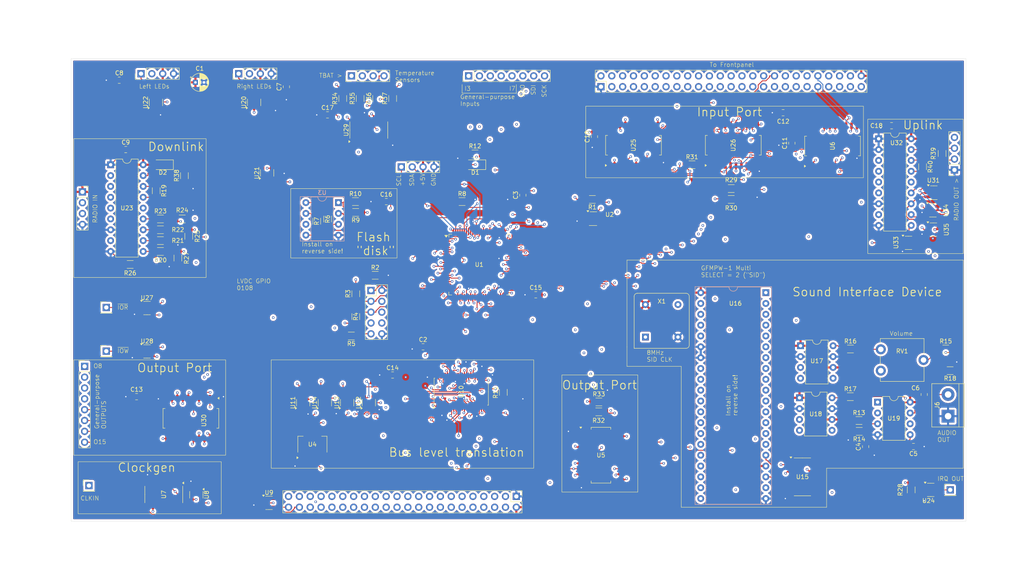
<source format=kicad_pcb>
(kicad_pcb (version 20241229) (generator "pcbnew") (generator_version "9.0")
  (layers (0 "F.Cu" signal) (4 "In1.Cu" signal) (6 "In2.Cu" signal) (2 "B.Cu" signal) (13 "F.Paste" user) (15 "B.Paste" user) (5 "F.SilkS" user "F.Silkscreen") (7 "B.SilkS" user "B.Silkscreen") (1 "F.Mask" user) (3 "B.Mask" user) (25 "Edge.Cuts" user))
  (net 0 "")
  (net 1 "GND")
  (net 2 "+5V")
  (net 3 "+3V3")
  (net 4 "Net-(U19A-+)")
  (net 5 "+2V5")
  (net 6 "Net-(C6-Pad2)")
  (net 7 "Net-(J6-Pin_2)")
  (net 8 "Net-(D1-K)")
  (net 9 "Net-(D1-A)")
  (net 12 "Net-(J1-Pin_9)")
  (net 13 "Net-(J1-Pin_5)")
  (net 15 "Net-(J1-Pin_1)")
  (net 16 "Net-(J1-Pin_3)")
  (net 17 "I10")
  (net 18 "CLK")
  (net 19 "DB3")
  (net 20 "DB0")
  (net 21 "+6V")
  (net 22 "DB24")
  (net 23 "DB2")
  (net 24 "DB10")
  (net 25 "I0")
  (net 26 "DB19")
  (net 27 "DB15")
  (net 28 "DB1")
  (net 29 "I6")
  (net 30 "DB23")
  (net 31 "DB20")
  (net 32 "I11")
  (net 33 "DB13")
  (net 34 "DB11")
  (net 35 "DB5")
  (net 36 "I3")
  (net 37 "DB25")
  (net 38 "DB8")
  (net 39 "DB18")
  (net 40 "I9")
  (net 41 "I2")
  (net 42 "I1")
  (net 43 "DB9")
  (net 44 "DB6")
  (net 45 "DB21")
  (net 46 "DB17")
  (net 47 "DB14")
  (net 48 "DB7")
  (net 49 "I4")
  (net 50 "DB22")
  (net 51 "I7")
  (net 52 "DB4")
  (net 53 "Net-(J2-Pin_44)")
  (net 54 "I12")
  (net 55 "I8")
  (net 56 "DB16")
  (net 57 "I5")
  (net 58 "DB12")
  (net 59 "~{IOR}")
  (net 60 "~{IOW}")
  (net 61 "CLKIN")
  (net 62 "Net-(J7-Pin_2)")
  (net 63 "Net-(J7-Pin_1)")
  (net 64 "Net-(J8-Pin_1)")
  (net 66 "Net-(J9-Pin_2)")
  (net 67 "INT_OUT")
  (net 68 "KEY_D")
  (net 69 "KEY_F")
  (net 70 "SEG_R2_A")
  (net 71 "SEG_R2_C")
  (net 72 "LAMP_OPR_ERR")
  (net 73 "KEY_A")
  (net 74 "KEY_2")
  (net 75 "SEG_R1_DP")
  (net 76 "KEY_8")
  (net 77 "KEY_7")
  (net 78 "SSEL_R1_0")
  (net 79 "SIGN_R1")
  (net 80 "KEY_B")
  (net 81 "SEG_R1_A")
  (net 82 "SEG_R2_DP")
  (net 83 "SIGN_R2")
  (net 84 "LAMP_RESTART")
  (net 85 "KEY_1")
  (net 86 "KEY_5")
  (net 87 "SEG_R2_D")
  (net 88 "KEY_9")
  (net 89 "SEG_R1_D")
  (net 91 "SEG_R2_G")
  (net 92 "KEY_E")
  (net 93 "KEY_ENTER")
  (net 94 "KEY_CLEAR")
  (net 95 "LAMP_TEMP")
  (net 96 "LAMP_COMP_ACTY")
  (net 97 "SEG_R1_B")
  (net 98 "KEY_0")
  (net 99 "SEG_R2_B")
  (net 100 "KEY_4")
  (net 101 "SEG_R1_G")
  (net 102 "FP_U_ACTY")
  (net 103 "KEY_3")
  (net 104 "SEG_R2_F")
  (net 105 "SEG_R1_C")
  (net 106 "SEG_R1_F")
  (net 108 "KEY_C")
  (net 109 "SEG_R1_E")
  (net 110 "KEY_6")
  (net 111 "KEY_MINUS")
  (net 112 "FP_RST")
  (net 113 "SSEL_R1_1")
  (net 114 "SEG_R2_E")
  (net 115 "SSEL_R1_2")
  (net 116 "TBAT")
  (net 117 "T2")
  (net 118 "T1")
  (net 119 "T0")
  (net 120 "Net-(U3-~{WP}(D2))")
  (net 121 "Net-(U3-~{HOLD}(D3))")
  (net 122 "SDI")
  (net 123 "~{FLASH_CS}")
  (net 124 "Net-(U5-Q7)")
  (net 125 "BDIR")
  (net 126 "Net-(R15-Pad1)")
  (net 127 "Net-(U19B--)")
  (net 128 "Net-(U17-Vout)")
  (net 129 "Net-(U18-Vout)")
  (net 130 "Net-(U23-OSC1)")
  (net 131 "Net-(U23-OSC2)")
  (net 132 "RPULSE")
  (net 133 "RD0")
  (net 134 "Net-(U23-D9)")
  (net 135 "RD1")
  (net 136 "Net-(U23-D10)")
  (net 137 "RCHECK")
  (net 138 "Net-(U23-D11)")
  (net 139 "Net-(U1-IO2_95)")
  (net 140 "Net-(U1-IO1_37)")
  (net 141 "~{GPIO_READ}")
  (net 142 "INT_INHIBIT")
  (net 143 "Net-(U1-IO1_40)")
  (net 144 "V3_DB10")
  (net 146 "V3_DB12")
  (net 147 "V3_DB6")
  (net 149 "V3_DB13")
  (net 151 "Net-(U1-IO1_2)")
  (net 152 "V3_DB9")
  (net 154 "~{SID_CE}")
  (net 156 "Net-(J16-Pin_2)")
  (net 158 "V3_DB14")
  (net 159 "V3_I8")
  (net 160 "V3_DB0")
  (net 161 "V3_I6")
  (net 162 "TEMP")
  (net 164 "V3_DB2")
  (net 165 "SDO")
  (net 166 "V3_DB1")
  (net 168 "V3_DB7")
  (net 169 "SCK")
  (net 170 "Net-(U1-IO1_3)")
  (net 171 "V3_DB5")
  (net 172 "V3_DB4")
  (net 173 "V3_DB3")
  (net 174 "~{RST}")
  (net 175 "Net-(U1-IO2_97)")
  (net 176 "GPIO_LOAD")
  (net 177 "V3_DB8")
  (net 178 "V3_DB11")
  (net 180 "V3_I5")
  (net 182 "Net-(U1-IO2_96)")
  (net 183 "V3_DB15")
  (net 184 "Net-(J16-Pin_1)")
  (net 186 "CLOCK_3V")
  (net 187 "V3_I7")
  (net 189 "Net-(U7A-Q)")
  (net 190 "Net-(U7A-D)")
  (net 191 "Net-(U7B-D)")
  (net 200 "Net-(U15B-Q)")
  (net 201 "Net-(U15A-C)")
  (net 202 "Net-(U15A-Q)")
  (net 204 "Net-(U16-IO25)")
  (net 207 "Net-(U16-IO23)")
  (net 209 "Net-(U16-IO22)")
  (net 220 "Net-(U16-IO24)")
  (net 227 "Net-(D2-A)")
  (net 234 "Net-(U29-Pad5)")
  (net 235 "Net-(U29-Pad13)")
  (net 236 "Net-(U29-Pad3)")
  (net 238 "Net-(D2-K)")
  (net 239 "Net-(J13-Pin_5)")
  (net 240 "Net-(J13-Pin_2)")
  (net 241 "Net-(J13-Pin_6)")
  (net 242 "Net-(J13-Pin_7)")
  (net 243 "Net-(J13-Pin_1)")
  (net 244 "Net-(J13-Pin_3)")
  (net 245 "Net-(J13-Pin_8)")
  (net 246 "Net-(J13-Pin_4)")
  (net 247 "GPI3")
  (net 248 "GPI0")
  (net 249 "GPI4")
  (net 250 "GPI2")
  (net 251 "GPI1")
  (net 252 "Net-(J15-Pin_3)")
  (net 254 "Net-(U32-X1)")
  (net 255 "Net-(U32-X2)")
  (net 256 "RD0_OUT")
  (net 257 "RPULSE_OUT")
  (net 258 "RD1_OUT")
  (net 259 "Net-(U32-D10)")
  (net 260 "Net-(U32-D9)")
  (net 261 "Net-(U32-D11)")
  (net 263 "Net-(U32-D8)")
  (footprint "Package_TO_SOT_SMD:SOT-23-5" (layer "F.Cu") (at 100.584 122.3065 90)
    (property "Reference" "U13")
    (property "Value" "SN74LV1T34DCK")
  )
  (footprint "Capacitor_SMD:C_0805_2012Metric_Pad1.18x1.45mm_HandSolder" (layer "F.Cu") (at 51.2865 120.904)
    (property "Reference" "C13")
    (property "Value" "1µF")
  )
  (footprint "Package_TO_SOT_SMD:SOT-23-5" (layer "F.Cu") (at 78.806 51.9375 90)
    (property "Reference" "U20")
    (property "Value" "SN74LV1T34DCK")
  )
  (footprint "Connector_PinHeader_2.54mm:PinHeader_1x04_P2.54mm_Vertical" (layer "F.Cu") (at 75.184 45.212 90)
    (property "Reference" "J7" (hide yes))
    (property "Value" "Conn_01x04" (hide yes))
  )
  (footprint "Resistor_SMD:R_1206_3216Metric_Pad1.30x1.75mm_HandSolder" (layer "F.Cu") (at 235.33 67.011 -90)
    (property "Reference" "R40")
    (property "Value" "1M")
  )
  (footprint "LED_SMD:LED_1206_3216Metric_Pad1.42x1.75mm_HandSolder" (layer "F.Cu") (at 130.5925 66.548 180)
    (property "Reference" "D1")
    (property "Value" "LED")
  )
  (footprint "Capacitor_SMD:C_0805_2012Metric_Pad1.18x1.45mm_HandSolder" (layer "F.Cu") (at 233.1935 132.588 180)
    (property "Reference" "C5")
    (property "Value" "1µF")
  )
  (footprint "Resistor_SMD:R_1206_3216Metric_Pad1.30x1.75mm_HandSolder" (layer "F.Cu") (at 130.53 64.008)
    (property "Reference" "R12")
    (property "Value" "330")
  )
  (footprint "Package_TO_SOT_SMD:SOT-23-5_HandSoldering" (layer "F.Cu") (at 237.87 73.107)
    (property "Reference" "U31")
    (property "Value" "74AHC1G86")
  )
  (footprint "Resistor_SMD:R_1206_3216Metric_Pad1.30x1.75mm_HandSolder" (layer "F.Cu") (at 220.446 126.492)
    (property "Reference" "R13")
    (property "Value" "10K")
  )
  (footprint "Capacitor_SMD:C_0805_2012Metric_Pad1.18x1.45mm_HandSolder" (layer "F.Cu") (at 47.2225 46.736)
    (property "Reference" "C8")
    (property "Value" "1µF")
  )
  (footprint "Resistor_SMD:R_1206_3216Metric_Pad1.30x1.75mm_HandSolder" (layer "F.Cu") (at 60.96 88.418 90)
    (property "Reference" "R27")
    (property "Value" "10K")
  )
  (footprint "TerminalBlock:TerminalBlock_bornier-2_P5.08mm" (layer "F.Cu") (at 241.3 125.476 90)
    (property "Reference" "J6")
    (property "Value" "AUDIO_OUT")
  )
  (footprint "Resistor_SMD:R_1206_3216Metric_Pad1.30x1.75mm_HandSolder" (layer "F.Cu") (at 99.568 51.02 90)
    (property "Reference" "R34")
    (property "Value" "10K")
  )
  (footprint "Resistor_SMD:R_1206_3216Metric_Pad1.30x1.75mm_HandSolder" (layer "F.Cu") (at 56.87 84.328)
    (property "Reference" "R21")
    (property "Value" "10K")
  )
  (footprint "Capacitor_SMD:C_0805_2012Metric_Pad1.18x1.45mm_HandSolder" (layer "F.Cu") (at 109.7495 75.184)
    (property "Reference" "C16")
    (property "Value" "1µF")
  )
  (footprint "Resistor_SMD:R_1206_3216Metric_Pad1.30x1.75mm_HandSolder" (layer "F.Cu") (at 218.44 109.728)
    (property "Reference" "R16")
    (property "Value" "10K")
  )
  (footprint "Package_SO:SO-20_12.8x7.5mm_P1.27mm" (layer "F.Cu") (at 191.008 61.976 90)
    (property "Reference" "U26")
    (property "Value" "74HCT244")
  )
  (footprint "Package_TO_SOT_SMD:SOT-23-5" (layer "F.Cu") (at 65.278 143.894 -90)
    (property "Reference" "U8")
    (property "Value" "SN74LV1T34DCK")
  )
  (footprint "Resistor_SMD:R_1206_3216Metric_Pad1.30x1.75mm_HandSolder" (layer "F.Cu") (at 190.526 72.136)
    (property "Reference" "R29")
    (property "Value" "10K")
  )
  (footprint "Connector_PinSocket_2.54mm:PinSocket_1x04_P2.54mm_Vertical" (layer "F.Cu") (at 242.799 67.763 180)
    (property "Reference" "J15" (hide yes))
    (property "Value" "RADIO_MODULE" (hide yes))
  )
  (footprint "Capacitor_SMD:C_0805_2012Metric_Pad1.18x1.45mm_HandSolder" (layer "F.Cu") (at 144.7585 97.028)
    (property "Reference" "C15")
    (property "Value" "1µF")
  )
  (footprint "Capacitor_SMD:C_0805_2012Metric_Pad1.18x1.45mm_HandSolder" (layer "F.Cu") (at 202.6705 54.356)
    (property "Reference" "C12")
    (property "Value" "1µF")
  )
  (footprint "LED_SMD:LED_1206_3216Metric_Pad1.42x1.75mm_HandSolder" (layer "F.Cu") (at 57.4405 66.548 180)
    (property "Reference" "D2")
    (property "Value" "LED")
  )
  (footprint "Package_TO_SOT_SMD:SOT-23-5" (layer "F.Cu") (at 53.7265 110.302)
    (property "Reference" "U28")
    (property "Value" "SN74LV1T34DCK")
  )
  (footprint "Package_DIP:DIP-18_W7.62mm" (layer "F.Cu") (at 45.212 66.548)
    (property "Reference" "U23")
    (property "Value" "HT12D")
  )
  (footprint "Resistor_SMD:R_1206_3216Metric_Pad1.30x1.75mm_HandSolder" (layer "F.Cu") (at 63.5 83.312 90)
    (property "Reference" "R25")
    (property "Value" "10K")
  )
  (footprint "Resistor_SMD:R_1206_3216Metric_Pad1.30x1.75mm_HandSolder" (layer "F.Cu") (at 61.976 79.248 180)
    (property "Reference" "R24")
    (property "Value" "10K")
  )
  (footprint "Package_TO_SOT_SMD:SOT-23-5" (layer "F.Cu") (at 82.296 145.796)
    (property "Reference" "U9")
    (property "Value" "SN74LV1T34DCK")
  )
  (footprint "Package_SO:SO-14_3.9x8.65mm_P1.27mm" (layer "F.Cu") (at 105.664 58.42 90)
    (property "Reference" "U29")
    (property "Value" "74HC32")
  )
  (footprint "Capacitor_SMD:C_0805_2012Metric_Pad1.18x1.45mm_HandSolder" (layer "F.Cu") (at 86.36 48.2815 90)
    (property "Reference" "C7")
    (property "Value" "1µF")
  )
  (footprint "Resistor_SMD:R_1206_3216Metric_Pad1.30x1.75mm_HandSolder" (layer "F.Cu") (at 107.162 92.456)
    (property "Reference" "R2")
    (property "Value" "10K")
  )
  (footprint "Resistor_SMD:R_1206_3216Metric_Pad1.30x1.75mm_HandSolder" (layer "F.Cu") (at 102.616 96.788 90)
    (property "Reference" "R3")
    (property "Value" "10K")
  )
  (footprint "Oscillator:Oscillator_DIP-8" (layer "F.Cu") (at 170.434 106.934)
    (property "Reference" "X1")
    (property "Value" "CXO_DIP8" (hide yes))
  )
  (footprint "Package_SO:SO-20_12.8x7.5mm_P1.27mm" (layer "F.Cu") (at 167.64 61.976 90)
    (property "Reference" "U25")
    (property "Value" "74HCT244")
  )
  (footprint "Resistor_SMD:R_1206_3216Metric_Pad1.30x1.75mm_HandSolder" (layer "F.Cu") (at 96.012 79.274 90)
    (property "Reference" "R6")
    (property "Value" "10K")
  )
  (footprint "Capacitor_SMD:C_0805_2012Metric_Pad1.18x1.45mm_HandSolder" (layer "F.Cu") (at 111.2305 115.824)
    (property "Reference" "C14")
    (property "Value" "1µF")
  )
  (footprint "Resistor_SMD:R_1206_3216Metric_Pad1.30x1.75mm_HandSolder" (layer "F.Cu") (at 190.526 74.676)
    (property "Reference" "R30")
    (property "Value" "10K")
  )
  (footprint "Connector_PinHeader_2.54mm:PinHeader_1x08_P2.54mm_Vertical" (layer "F.Cu") (at 39.116 113.792)
    (property "Reference" "J13" (hide yes))
    (property "Value" "Conn_01x08" (hide yes))
  )
  (footprint "Resistor_SMD:R_1206_3216Metric_Pad1.30x1.75mm_HandSolder" (layer "F.Cu") (at 101.574 106.68 180)
    (property "Reference" "R5")
    (property "Value" "10K")
  )
  (footprint "Connector_PinHeader_2.54mm:PinHeader_1x08_P2.54mm_Vertical" (layer "F.Cu") (at 129.032 45.72 90)
    (property "Reference" "J14" (hide yes))
    (property "Value" "Conn_01x08" (hide yes))
  )
  (footprint "Potentiometer_THT:Potentiometer_ACP_CA9-V10_Vertical" (layer "F.Cu") (at 225.552 114.808)
    (property "Reference" "RV1")
    (property "Value" "10K")
  )
  (footprint "Resistor_SMD:R_1206_3216Metric_Pad1.30x1.75mm_HandSolder" (layer "F.Cu") (at 239.902 63.906 -90)
    (property "Reference" "R39")
    (property "Value" "10K")
  )
  (footprint "Capacitor_SMD:C_0805_2012Metric_Pad1.18x1.45mm_HandSolder" (layer "F.Cu") (at 141.732 73.6815 90)
    (property "Reference" "C3")
    (property "Value" "1µF")
  )
  (footprint "Resistor_SMD:R_1206_3216Metric_Pad1.30x1.75mm_HandSolder" (layer "F.Cu") (at 218.414 120.904)
    (property "Reference" "R17")
    (property "Value" "10K")
  )
  (footprint "Connector_PinSocket_2.54mm:PinSocket_1x04_P2.54mm_Vertical" (layer "F.Cu") (at 38.608 72.908)
    (property "Reference" "J9" (hide yes))
    (property "Value" "RADIO_MODULE" (hide yes))
  )
  (footprint "Package_TO_SOT_SMD:SOT-23-5" (layer "F.Cu") (at 105.664 122.3065 90)
    (property "Reference" "U12")
    (property "Value" "SN74LV1T34DCK")
  )
  (footprint "Resistor_SMD:R_1206_3216Metric_Pad1.30x1.75mm_HandSolder" (layer "F.Cu") (at 220.498 129.032 180)
    (property "Reference" "R14")
    (property "Value" "10K")
  )
  (footprint "Resistor_SMD:R_1206_3216Metric_Pad1.30x1.75mm_HandSolder" (layer "F.Cu") (at 49.784 89.916)
    (property "Reference" "R26")
    (property "Value" "10K")
  )
  (footprint "Connector_PinHeader_2.54mm:PinHeader_2x05_P2.54mm_Vertical" (layer "F.Cu") (at 106.172 96.012)
    (property "Reference" "J1" (hide yes))
    (property "Value" "JTAG" (hide yes))
  )
  (footprint "Connector_PinHeader_2.54mm:PinHeader_2x22_P2.54mm_Vertical" (layer "F.Cu") (at 140.208 144.272 -90)
    (property "Reference" "J2" (hide yes))
    (property "Value" "TO_BACKPLANE" (hide yes))
  )
  (footprint "Resistor_SMD:R_1206_3216Metric_Pad1.30x1.75mm_HandSolder" (layer "F.Cu") (at 107.5 51.02 90)
    (property "Reference" "R36")
    (property "Value" "10K")
  )
  (footprint "Capacitor_SMD:C_0805_2012Metric_Pad1.18x1.45mm_HandSolder" (layer "F.Cu") (at 48.7465 62.992)
    (property "Reference" "C9")
    (property "Value" "1µF")
  )
  (footprint "Connector_PinHeader_2.54mm:PinHeader_1x01_P2.54mm_Vertical" (layer "F.Cu") (at 40.132 141.732)
    (property "Reference" "J5" (hide yes))
    (property "Value" "Conn_01x01" (hide yes))
  )
  (footprint "Resistor_SMD:R_1206_3216Metric_Pad1.30x1.75mm_HandSolder" (layer "F.Cu") (at 102.538 75.184)
    (property "Reference" "R10")
    (property "Value" "10K")
  )
  (footprint "Package_QFP:LQFP-100_14x14mm_P0.5mm" (layer "F.Cu") (at 131.517 89.956)
    (property "Reference" "U1")
    (property "Value" "EPM240T100")
  )
  (footprint "Package_TO_SOT_SMD:SOT-23-5" (layer "F.Cu") (at 237.236 142.748)
    (property "Reference" "U24")
    (property "Value" "SN74LV1T34DCK")
  )
  (footprint "Capacitor_THT:CP_Radial_D4.0mm_P2.00mm" (layer "F.Cu") (at 65.0674 47.244)
    (property "Reference" "C1")
    (property "Value" "10µF")
  )
  (footprint "Package_TO_SOT_SMD:SOT-23-5_HandSoldering" (layer "F.Cu") (at 158.162 79.182)
    (property "Reference" "U2")
    (property "Value" "MCP1319MT-29LE-OT")
  )
  (footprint "Package_TO_SOT_SMD:SOT-23-5" (layer "F.Cu") (at 232.0345 84.857)
    (property "Reference" "U33")
    (property "Value" "SN74LV1T34DCK")
  )
  (footprint "Resistor_SMD:R_1206_3216Metric_Pad1.30x1.75mm_HandSolder" (layer "F.Cu") (at 93.472 79.782 90)
    (property "Reference" "R7")
    (property "Value" "10K")
  )
  (footprint "Connector_PinHeader_2.54mm:PinHeader_2x25_P2.54mm_Vertical" (layer "F.Cu") (at 160.02 48.26 90)
    (property "Reference" "J11" (hide yes))
    (property "Value" "TO_FP" (hide yes))
  )
  (footprint "Capacitor_SMD:C_0805_2012Metric_Pad1.18x1.45mm_HandSolder" (layer "F.Cu") (at 204.724 61.4895 90)
    (property "Reference" "C11")
    (property "Value" "1µF")
  )
  (footprint "Resistor_SMD:R_1206_3216Metric_Pad1.30x1.75mm_HandSolder" (layer "F.Cu") (at 102.616 102.134 -90)
    (property "Reference" "R4")
    (property "Value" "10K")
  )
  (footprint "Package_TO_SOT_SMD:SOT-23-5" (layer "F.Cu") (at 95.372 122.3065 90)
    (property "Reference" "U14")
    (property "Value" "SN74LV1T34DCK")
  )
  (footprint "Package_SO:SO-14_3.9x8.65mm_P1.27mm" (layer "F.Cu") (at 207.199 139.7)
    (property "Reference" "U15")
    (property "Value" "74HC74")
  )
  (footprint "Package_SO:SO-20_12.8x7.5mm_P1.27mm" (layer "F.Cu") (at 214.249 62.154 90)
    (property "Reference" "U6")
    (property "Value" "74HCT244")
  )
  (footprint "Resistor_SMD:R_1206_3216Metric_Pad1.30x1.75mm_HandSolder" (layer "F.Cu") (at 158.014 74.676 180)
    (property "Reference" "R1")
    (property "Value" "10K")
  )
  (footprint "Resistor_SMD:R_1206_3216Metric_Pad1.30x1.75mm_HandSolder" (layer "F.Cu") (at 56.87 86.868)
    (property "Reference" "R20")
    (property "Value" "10K")
  )
  (footprint "Capacitor_SMD:C_0805_2012Metric_Pad1.18x1.45mm_HandSolder" (layer "F.Cu") (at 228.0705 57.404)
    (property "Reference" "C18")
    (property "Value" "1µF")
  )
  (footprint "Package_SO:SO-20_12.8x7.5mm_P1.27mm" (layer "F.Cu") (at 64.008 125.984 -90)
    (property "Reference" "U30")
    (property "Value" "74HC574")
  )
  (footprint "Connector_PinHeader_2.54mm:PinHeader_1x04_P2.54mm_Vertical" (layer "F.Cu") (at 113.284 67.056 90)
    (property "Reference" "J16" (hide yes))
    (property "Value" "Conn_01x04" (hide yes))
  )
  (footprint "Package_DIP:DIP-8_W7.62mm" (layer "F.Cu") (at 206.512 121.168)
    (property "Reference" "U18")
    (property "Value" "DAC7611")
  )
  (footprint "Package_TO_SOT_SMD:SOT-23-5" (layer "F.Cu") (at 81.854 68.4585 90)
    (property "Reference" "U21")
    (property "Value" "SN74LV1T34DCK")
  )
  (footprint "Resistor_SMD:R_1206_3216Metric_Pad1.30x1.75mm_HandSolder" (layer "F.Cu") (at 181.356 66.548)
    (property "Reference" "R31")
    (property "Value" "10K")
  )
  (footprint "Connector_PinHeader_2.54mm:PinHeader_1x04_P2.54mm_Vertical" (layer "F.Cu") (at 52.324 45.212 90)
    (property "Reference" "J8" (hide yes))
    (property "Value" "Conn_01x04" (hide yes))
  )
  (footprint "Package_DIP:DIP-8_W7.62mm" (layer "F.Cu") (at 206.756 108.976)
    (property "Reference" "U17")
    (property "Value" "DAC7611")
  )
  (footprint "Resistor_SMD:R_1206_3216Metric_Pad1.30x1.75mm_HandSolder" (layer "F.Cu") (at 102.59 77.724 180)
    (property "Reference" "R9")
    (property "Value" "10K")
  )
  (footprint "Resistor_SMD:R_1206_3216Metric_Pad1.30x1.75mm_HandSolder" (layer "F.Cu") (at 127.508 75.184)
    (property "Reference" "R8")
    (property "Value" "10K")
  )
  (footprint "Package_DIP:DIP-18_W7.62mm" (layer "F.Cu") (at 225.044 60.452)
    (property "Reference" "U32")
    (property "Value" "HT12E")
  )
  (footprint "Connector_PinHeader_2.54mm:PinHeader_1x01_P2.54mm_Vertical" (layer "F.Cu") (at 44.196 110.236)
    (property "Reference" "J4" (hide yes))
    (property "Value" "Conn_01x01" (hide yes))
  )
  (footprint "Resistor_SMD:R_1206_3216Metric_Pad1.30x1.75mm_HandSolder" (layer "F.Cu") (at 56.87 79.248)
    (property "Reference" "R23")
    (property "Value" "10K")
  )
  (footprint "Resistor_SMD:R_1206_3216Metric_Pad1.30x1.75mm_HandSolder" (layer "F.Cu") (at 159.538 122.138)
    (property "Reference" "R33")
    (property "Value" "10K")
  )
  (footprint "Package_TO_SOT_SMD:SOT-23-5" (layer "F.Cu") (at 55.814 51.9375 90)
    (property "Reference" "U22")
    (property "Value" "SN74LV1T34DCK")
  )
  (footprint "Resistor_SMD:R_1206_3216Metric_Pad1.30x1.75mm_HandSolder" (layer "F.Cu") (at 137.16 119.888 90)
    (property "Reference" "R11")
    (property "Value" "10K")
  )
  (footprint "Package_TO_SOT_SMD:SOT-223-3_TabPin2" (layer "F.Cu") (at 92.456 132.08 90)
    (property "Reference" "U4")
    (property "Value" "AMS1117-3.3")
  )
  (footprint "Package_TO_SOT_SMD:SOT-23-5" (layer "F.Cu") (at 90.292 122.3065 90)
    (property "Reference" "U11")
    (property "Value" "SN74LV1T34DCK")
  )
  (footprint "Resistor_SMD:R_1206_3216Metric_Pad1.30x1.75mm_HandSolder" (layer "F.Cu") (at 159.512 124.46)
    (property "Reference" "R32")
    (property "Value" "10K")
  )
  (footprint "Resistor_SMD:R_1206_3216Metric_Pad1.30x1.75mm_HandSolder" (layer "F.Cu") (at 232.664 142.748 -90)
    (property "Reference" "R28")
    (property "Value" "10K")
  )
  (footprint "Capacitor_SMD:C_0805_2012Metric_Pad1.18x1.45mm_HandSolder" (layer "F.Cu") (at 221.996 132.6095 90)
    (property "Reference" "C4")
    (property "Value" "1µF")
  )
  (footprint "Package_TO_SOT_SMD:SOT-23-5" (layer "F.Cu") (at 53.7265 100.142)
    (property "Reference" "U27")
    (property "Value" "SN74LV1T34DCK")
  )
  (footprint "Connector_PinHeader_2.54mm:PinHeader_1x01_P2.54mm_Vertical" (layer "F.Cu") (at 44.196 99.998)
    (property "Reference" "J3" (hide yes))
    (property "Value" "Conn_01x01" (hide yes))
  )
  (footprint "Capacitor_SMD:C_0805_2012Metric_Pad1.18x1.45mm_HandSolder" (layer "F.Cu") (at 95.9905 54.864)
    (property "Reference" "C17")
    (property "Value" "1µF")
  )
  (footprint "Package_TO_SOT_SMD:SOT-23-5" (layer "F.Cu") (at 237.7485 77.237)
    (property "Reference" "U34")
    (property "Value" "SN74LV1T34DCK")
  )
  (footprint "Resistor_SMD:R_1206_3216Metric_Pad1.30x1.75mm_HandSolder" (layer "F.Cu") (at 241.782 114.808 180)
    (property "Reference" "R18")
    (property "Value" "1K")
  )
  (footprint "Resistor_SMD:R_1206_3216Metric_Pad1.30x1.75mm_HandSolder" (layer "F.Cu") (at 62.484 69.114 90)
    (property "Reference" "R38")
    (property "Value" "2K")
  )
  (footprint "Connector_PinHeader_2.54mm:PinHeader_1x04_P2.54mm_Vertical" (layer "F.Cu") (at 101.6 45.72 90)
    (property "Reference" "J12" (hide yes))
    (property "Value" "Conn_01x04" (hide yes))
  )
  (footprint "Resistor_SMD:R_1206_3216Metric_Pad1.30x1.75mm_HandSolder" (layer "F.Cu") (at 56.87 81.788)
    (property "Reference" "R22")
    (property "Value" "10K")
  )
  (footprint "Connector_PinHeader_2.54mm:PinHeader_1x01_P2.54mm_Vertical" (layer "F.Cu") (at 241.808 142.748)
    (property "Reference" "J10" (hide yes))
    (property "Value" "Conn_01x01" (hide yes))
  )
  (footprint "Resistor_SMD:R_1206_3216Metric_Pad1.30x1.75mm_HandSolder" (layer "F.Cu") (at 111.252 51.02 90)
    (property "Reference" "R37")
    (property "Value" "10K")
  )
  (footprint "Package_SO:SO-14_3.9x8.65mm_P1.27mm" (layer "F.Cu") (at 57.658 143.829 -90)
    (property "Reference" "U7")
    (property "Value" "74HCT74")
  )
  (footprint "Package_SO:TSSOP-48_6.1x12.5mm_P0.5mm" (layer "F.Cu") (at 127.306 119.7315 90)
    (property "Reference" "U10")
    (property "Value" "SN74ALVC164245DGG")
  )
  (footprint "Package_TO_SOT_SMD:SOT-23-5" (layer "F.Cu") (at 237.87 81.743)
    (property "Reference" "U35")
    (property "Value" "SN74LV1T34DCK")
  )
  (footprint "Resistor_SMD:R_1206_3216Metric_Pad1.30x1.75mm_HandSolder" (layer "F.Cu") (at 240.766 109.728)
    (property "Reference" "R15")
    (property "Value" "1K")
  )
  (footprint "Package_SO:SO-20_12.8x7.5mm_P1.27mm" (layer "F.Cu") (at 160.02 134.62)
    (property "Reference" "U5")
    (property "Value" "74HC574")
  )
  (footprint "Package_DIP:DIP-8_W7.62mm" (layer "F.Cu") (at 224.8 122.184)
    (property "Reference" "U19")
    (property "Value" "LM358")
  )
  (footprint "Capacitor_SMD:C_0805_2012Metric_Pad1.18x1.45mm_HandSolder" (layer "F.Cu") (at 158.496 59.9655 90)
    (property "Reference" "C10")
    (property "Value" "1µF")
  )
  (footprint "Capacitor_SMD:C_0805_2012Metric_Pad1.18x1.45mm_HandSolder" (layer "F.Cu") (at 118.364 109.22)
    (property "Reference" "C2")
    (property "Value" "1µF")
  )
  (footprint "Resistor_SMD:R_1206_3216Metric_Pad1.30x1.75mm_HandSolder" (layer "F.Cu") (at 55.88 72.644 -90)
    (property "Reference" "R19")
    (property "Value" "33K")
  )
  (footprint "Resistor_SMD:R_1206_3216Metric_Pad1.30x1.75mm_HandSolder" (layer "F.Cu") (at 103.632 51.02 90)
    (property "Reference" "R35")
    (property "Value" "10K")
  )
  (footprint "Capacitor_SMD:C_0805_2012Metric_Pad1.18x1.45mm_HandSolder" (layer "F.Cu") (at 235.712 120.396 -90)
    (property "Reference" "C6")
    (property "Value" "1µF")
  )
  (footprint "Package_DIP:DIP-8_W7.62mm_Socket" (layer "B.Cu") (at 98.552 75.42 180)
    (property "Reference" "U3")
    (property "Value" "W25Q32FVSS")
  )
  (footprint "Package_DIP:DIP-40_W15.24mm_Socket" (layer "B.Cu") (at 198.628 96.52 180)
    (property "Reference" "U16")
    (property "Value" "gfmpw1-multi")
  )
  (gr_rect (start 36.576 60.452) (end 67.564 92.964) (stroke (width 0.1)) (fill no) (layer "F.SilkS"))
  (gr_line (start 166.116 109.22) (end 166.116 88.9) (stroke (width 0.1)) (layer "F.SilkS"))
  (gr_rect (start 222.504 55.88) (end 244.856 87.376) (stroke (width 0.1)) (fill no) (layer "F.SilkS"))
  (gr_line (start 244.856 137.668) (end 212.852 137.668) (stroke (width 0.1)) (layer "F.SilkS"))
  (gr_line (start 178.816 113.792) (end 166.116 113.792) (stroke (width 0.1)) (layer "F.SilkS"))
  (gr_line (start 166.116 113.792) (end 166.116 109.22) (stroke (width 0.1)) (layer "F.SilkS"))
  (gr_rect (start 36.576 112.268) (end 72.136 134.62) (stroke (width 0.1)) (fill no) (layer "F.SilkS"))
  (gr_line (start 166.116 88.9) (end 244.856 88.9) (stroke (width 0.1)) (layer "F.SilkS"))
  (gr_rect (start 156.464 52.832) (end 221.488 69.596) (stroke (width 0.1)) (fill no) (layer "F.SilkS"))
  (gr_line (start 178.816 146.812) (end 178.816 113.792) (stroke (width 0.1)) (layer "F.SilkS"))
  (gr_line (start 127.508 47.752) (end 127.508 49.784) (stroke (width 0.1)) (layer "F.SilkS"))
  (gr_rect (start 87.376 72.136) (end 112.268 88.392) (stroke (width 0.1)) (fill no) (layer "F.SilkS"))
  (gr_line (start 212.852 146.812) (end 178.816 146.812) (stroke (width 0.1)) (layer "F.SilkS"))
  (gr_rect (start 150.876 115.824) (end 168.656 143.256) (stroke (width 0.1)) (fill no) (layer "F.SilkS"))
  (gr_rect (start 37.592 136.144) (end 71.12 148.336) (stroke (width 0.1)) (fill no) (layer "F.SilkS"))
  (gr_line (start 127.508 49.784) (end 140.208 49.784) (stroke (width 0.1)) (layer "F.SilkS"))
  (gr_rect (start 82.804 112.268) (end 144.272 137.668) (stroke (width 0.1)) (fill no) (layer "F.SilkS"))
  (gr_line (start 140.208 49.784) (end 140.208 47.752) (stroke (width 0.1)) (layer "F.SilkS"))
  (gr_line (start 244.856 88.9) (end 244.856 137.668) (stroke (width 0.1)) (layer "F.SilkS"))
  (gr_line (start 212.852 137.668) (end 212.852 146.812) (stroke (width 0.1)) (layer "F.SilkS"))
  (gr_rect (start 35.946 41.656) (end 245.496 150.114) (stroke (width 0.05)) (fill no) (layer "Edge.Cuts"))
  (gr_text "Volume" (at 227.584 106.68 0) (layer "F.SilkS") (effects (font (size 1 1) (thickness 0.1)) (justify left bottom)))
  (gr_text "I3" (at 128.016 49.276 0) (layer "F.SilkS") (effects (font (size 1 1) (thickness 0.1)) (justify left bottom)))
  (gr_text "Uplink" (at 230.632 58.42 0) (layer "F.SilkS") (effects (font (size 2 2) (thickness 0.2)) (justify left bottom)))
  (gr_text "RADIO OUT >" (at 243.84 79.756 90) (layer "F.SilkS") (effects (font (size 1 1) (thickness 0.1)) (justify left bottom)))
  (gr_text "SDA" (at 116.332 71.628 90) (layer "F.SilkS") (effects (font (size 1 1) (thickness 0.1)) (justify left bottom)))
  (gr_text "~{IOW}" (at 46.736 110.744 0) (layer "F.SilkS") (effects (font (size 1 1) (thickness 0.1)) (justify left bottom)))
  (gr_text "LVDC GPIO\n0108" (at 74.676 96.012 0) (layer "F.SilkS") (effects (font (size 1 1) (thickness 0.1)) (justify left bottom)))
  (gr_text "SDO" (at 142.24 50.8 90) (layer "F.SilkS") (effects (font (size 1 1) (thickness 0.1)) (justify left bottom)))
  (gr_text "CLKIN" (at 38.1 145.288 0) (layer "F.SilkS") (effects (font (size 1 1) (thickness 0.1)) (justify left bottom)))
  (gr_text "Left LEDs" (at 51.816 48.768 0) (layer "F.SilkS") (effects (font (size 1 1) (thickness 0.1)) (justify left bottom)))
  (gr_text "+5V" (at 118.872 71.628 90) (layer "F.SilkS") (effects (font (size 1 1) (thickness 0.1)) (justify left bottom)))
  (gr_text "Flash\n{dblquote}disk{dblquote}" (at 102.616 87.884 0) (layer "F.SilkS") (effects (font (size 2 2) (thickness 0.2)) (justify left bottom)))
  (gr_text "I7" (at 138.469854 49.268996 0) (layer "F.SilkS") (effects (font (size 1 1) (thickness 0.1)) (justify left bottom)))
  (gr_text "O15" (at 41.148 132.08 0) (layer "F.SilkS") (effects (font (size 1 1) (thickness 0.1)) (justify left bottom)))
  (gr_text "AUDIO\nOUT" (at 238.76 131.572 0) (layer "F.SilkS") (effects (font (size 1 1) (thickness 0.1)) (justify left bottom)))
  (gr_text "To Frontpanel" (at 185.42 43.688 0) (layer "F.SilkS") (effects (font (size 1 1) (thickness 0.1)) (justify left bottom)))
  (gr_text "8MHz\nSID CLK" (at 170.688 112.776 0) (layer "F.SilkS") (effects (font (size 1 1) (thickness 0.1)) (justify left bottom)))
  (gr_text "Right LEDs" (at 74.676 48.768 0) (layer "F.SilkS") (effects (font (size 1 1) (thickness 0.1)) (justify left bottom)))
  (gr_text "Downlink" (at 53.848 63.5 0) (layer "F.SilkS") (effects (font (size 2 2) (thickness 0.2)) (justify left bottom)))
  (gr_text "Clockgen" (at 46.736 138.684 0) (layer "F.SilkS") (effects (font (size 2 2) (thickness 0.2)) (justify left bottom)))
  (gr_text "General-purpose\nOUTPUTS" (at 44.196 128.524 90) (layer "F.SilkS") (effects (font (size 1 1) (thickness 0.1)) (justify left bottom)))
  (gr_text "IRQ OUT" (at 238.76 140.716 0) (layer "F.SilkS") (effects (font (size 1 1) (thickness 0.1)) (justify left bottom)))
  (gr_text "Sound Interface Device" (at 204.724 97.536 0) (layer "F.SilkS") (effects (font (size 2 2) (thickness 0.2)) (justify left bottom)))
  (gr_text "Input Port" (at 182.372 55.372 0) (layer "F.SilkS") (effects (font (size 2 2) (thickness 0.2)) (justify left bottom)))
  (gr_text "GFMPW-1 Multi\nSELECT = 2 ({dblquote}SID{dblquote})" (at 183.388 92.964 0) (layer "F.SilkS") (effects (font (size 1 1) (thickness 0.1)) (justify left bottom)))
  (gr_text "Install on\nreverse side!" (at 89.916 87.376 0) (layer "F.SilkS") (effects (font (size 1 1) (thickness 0.1)) (justify left bottom)))
  (gr_text "Bus level translation" (at 110.236 135.128 0) (layer "F.SilkS") (effects (font (size 2 2) (thickness 0.2)) (justify left bottom)))
  (gr_text "~{IOR}" (at 46.736 100.584 0) (layer "F.SilkS") (effects (font (size 1 1) (thickness 0.1)) (justify left bottom)))
  (gr_text "Output Port" (at 150.798166 119.363263 0) (layer "F.SilkS") (effects (font (size 2 2) (thickness 0.2)) (justify left bottom)))
  (gr_text "SDI" (at 144.78 50.292 90) (layer "F.SilkS") (effects (font (size 1 1) (thickness 0.1)) (justify left bottom)))
  (gr_text "General-purpose\nInputs" (at 127 52.832 0) (layer "F.SilkS") (effects (font (size 1 1) (thickness 0.1)) (justify left bottom)))
  (gr_text "TBAT >" (at 93.98 46.228 0) (layer "F.SilkS") (effects (font (size 1 1) (thickness 0.1)) (justify left bottom)))
  (gr_text "O8" (at 41.148 114.3 0) (layer "F.SilkS") (effects (font (size 1 1) (thickness 0.1)) (justify left bottom)))
  (gr_text "GND" (at 121.412 71.628 90) (layer "F.SilkS") (effects (font (size 1 1) (thickness 0.1)) (justify left bottom)))
  (gr_text "SCL" (at 113.284 71.628 90) (layer "F.SilkS") (effects (font (size 1 1) (thickness 0.1)) (justify left bottom)))
  (gr_text "Output Port" (at 51.308 115.316 0) (layer "F.SilkS") (effects (font (size 2 2) (thickness 0.2)) (justify left bottom)))
  (gr_text "Install on\nreverse side!" (at 192.024 125.476 90) (layer "F.SilkS") (effects (font (size 1 1) (thickness 0.1)) (justify left bottom)))
  (gr_text "Temperature\nSensors" (at 111.76 47.244 0) (layer "F.SilkS") (effects (font (size 1 1) (thickness 0.1)) (justify left bottom)))
  (gr_text "RADIO IN" (at 42.164 80.264 90) (layer "F.SilkS") (effects (font (size 1 1) (thickness 0.1)) (justify left bottom)))
  (gr_text "SCK" (at 147.32 50.8 90) (layer "F.SilkS") (effects (font (size 1 1) (thickness 0.1)) (justify left bottom)))
  (segment (start 232.664 144.298) (end 234.722 144.298) (width 0.2) (layer "F.Cu") (net 1))
  (segment (start 123.056 125.015473) (end 122.781473 125.29) (width 0.2) (layer "F.Cu") (net 1))
  (segment (start 108.712 92.456) (end 110.236 92.456) (width 0.2) (layer "F.Cu") (net 1))
  (segment (start 123.842 88.456) (end 123.842 88.956) (width 0.2) (layer "F.Cu") (net 1))
  (segment (start 136.144 90.424) (end 136.144 88.5113) (width 0.2) (layer "F.Cu") (net 1))
  (segment (start 128.556 123.444) (end 128.556 122.530329) (width 0.2) (layer "F.Cu") (net 1))
  (segment (start 127.508 64.008) (end 126.492 65.024) (width 0.2) (layer "F.Cu") (net 1))
  (segment (start 106.172 75.184) (end 108.712 75.184) (width 0.2) (layer "F.Cu") (net 1))
  (segment (start 50.249 120.904) (end 48.768 120.904) (width 0.2) (layer "F.Cu") (net 1))
  (segment (start 155.27 142.062) (end 155.448 142.24) (width 0.2) (layer "F.Cu") (net 1))
  (segment (start 63.5 84.862) (end 61.442 84.862) (width 0.2) (layer "F.Cu") (net 1))
  (segment (start 69.723 121.234) (end 71.298 121.234) (width 0.2) (layer "F.Cu") (net 1))
  (segment (start 129.7552 80.772) (end 129.69359 80.772) (width 0.2) (layer "F.Cu") (net 1))
  (segment (start 243.332 114.808) (end 243.332 112.776) (width 0.2) (layer "F.Cu") (net 1))
  (segment (start 129.017 81.44859) (end 129.017 82.281) (width 0.2) (layer "F.Cu") (net 1))
  (segment (start 80.529 53.848) (end 83.82 53.848) (width 0.2) (layer "F.Cu") (net 1))
  (segment (start 90.156 135.23) (end 90.156 135.396) (width 0.2) (layer "F.Cu") (net 1))
  (segment (start 128.656 115.026029) (end 128.656 113.015) (width 0.2) (layer "F.Cu") (net 1))
  (segment (start 128.656 113.015) (end 128.417 112.776) (width 0.2) (layer "F.Cu") (net 1))
  (segment (start 173.9797 66.726) (end 174.66 66.0457) (width 0.2) (layer "F.Cu") (net 1))
  (segment (start 196.723 67.691) (end 197.104 68.072) (width 0.2) (layer "F.Cu") (net 1))
  (segment (start 204.724 62.527) (end 202.227 62.527) (width 0.2) (layer "F.Cu") (net 1))
  (segment (start 56.764 54.732) (end 56.896 54.864) (width 0.2) (layer "F.Cu") (net 1))
  (segment (start 123.842 88.456) (end 121.9753 88.456) (width 0.2) (layer "F.Cu") (net 1))
  (segment (start 227.033 57.404) (end 226.06 57.404) (width 0.2) (layer "F.Cu") (net 1))
  (segment (start 173.355 66.726) (end 173.9797 66.726) (width 0.2) (layer "F.Cu") (net 1))
  (segment (start 46.185 46.736) (end 44.196 46.736) (width 0.2) (layer "F.Cu") (net 1))
  (segment (start 52.589 101.092) (end 51.308 101.092) (width 0.2) (layer "F.Cu") (net 1))
  (segment (start 110.555 61.976) (end 111.252 61.976) (width 0.2) (layer "F.Cu") (net 1))
  (segment (start 137.16 121.438) (end 141.706 121.438) (width 0.2) (layer "F.Cu") (net 1))
  (segment (start 192.076 74.676) (end 196.088 74.676) (width 0.2) (layer "F.Cu") (net 1))
  (segment (start 138.219 74.719) (end 138.176 74.676) (width 0.2) (layer "F.Cu") (net 1))
  (segment (start 128.5264 116.0486) (end 128.5264 117.3456) (width 0.2) (layer "F.Cu") (net 1))
  (segment (start 155.27 140.335) (end 155.27 142.062) (width 0.2) (layer "F.Cu") (net 1))
  (segment (start 121.9753 88.456) (end 121.92 88.5113) (width 0.2) (layer "F.Cu") (net 1))
  (segment (start 123.0661 117.803855) (end 122.956 117.913955) (width 0.2) (layer "F.Cu") (net 1))
  (segment (start 141.706 121.438) (end 141.732 121.412) (width 0.2) (layer "F.Cu") (net 1))
  (segment (start 56.764 53.075) (end 56.764 54.732) (width 0.2) (layer "F.Cu") (net 1))
  (segment (start 53.848 141.354) (end 53.848 139.192) (width 0.2) (layer "F.Cu") (net 1))
  (segment (start 91.242 124.77) (end 91.44 124.968) (width 0.2) (layer "F.Cu") (net 1))
  (segment (start 97.754 124.876) (end 98.044 124.876) (width 0.2) (layer "F.Cu") (net 1))
  (segment (start 123.056 123.444) (end 123.056 125.015473) (width 0.2) (layer "F.Cu") (net 1))
  (segment (start 204.724 143.51) (end 203.454 144.78) (width 0.2) (layer "F.Cu") (net 1))
  (segment (start 155.006 79.182) (end 154.432 79.756) (width 0.2) (layer "F.Cu") (net 1))
  (segment (start 134.425 116.019) (end 134.62 115.824) (width 0.2) (layer "F.Cu") (net 1))
  (segment (start 196.723 66.726) (end 196.723 67.691) (width 0.2) (layer "F.Cu") (net 1))
  (segment (start 139.192 91.456) (end 138.229629 91.456) (width 0.2) (layer "F.Cu") (net 1))
  (segment (start 137.276 91.556) (end 136.144 90.424) (width 0.2) (layer "F.Cu") (net 1))
  (segment (start 106.614 123.444) (end 107.6332 123.444) (width 0.2) (layer "F.Cu") (net 1))
  (segment (start 234.722 144.298) (end 235.712 145.288) (width 0.2) (layer "F.Cu") (net 1))
  (segment (start 218.948 129.032) (end 218.948 130.048) (width 0.2) (layer "F.Cu") (net 1))
  (segment (start 135.517 97.631) (end 135.517 95.623) (width 0.2) (layer "F.Cu") (net 1))
  (segment (start 63.044 70.664) (end 64.516 72.136) (width 0.2) (layer "F.Cu") (net 1))
  (segment (start 139.1749 88.9731) (end 136.6058 88.9731) (width 0.2) (layer "F.Cu") (net 1))
  (segment (start 129.058 75.184) (end 130.048 75.184) (width 0.2) (layer "F.Cu") (net 1))
  (segment (start 136.6058 88.9731) (end 136.144 88.5113) (width 0.2) (layer "F.Cu") (net 1))
  (segment (start 152.527 128.905) (end 152.4 129.032) (width 0.2) (layer "F.Cu") (net 1))
  (segment (start 234.231 132.588) (end 235.712 132.588) (width 0.2) (layer "F.Cu") (net 1))
  (segment (start 236.0985 144.9015) (end 235.712 145.288) (width 0.2) (layer "F.Cu") (net 1))
  (segment (start 138.229629 91.456) (end 138.129629 91.556) (width 0.2) (layer "F.Cu") (net 1))
  (segment (start 226.06 57.404) (end 225.552 57.912) (width 0.2) (layer "F.Cu") (net 1))
  (segment (start 218.948 130.048) (end 217.932 131.064) (width 0.2) (layer "F.Cu") (net 1))
  (segment (start 136.017 83.425587) (end 136.210813 83.6194) (width 0.2) (layer "F.Cu") (net 1))
  (segment (start 47.709 64.051) (end 45.212 66.548) (width 0.2) (layer "F.Cu") (net 1))
  (segment (start 223.055 133.647) (end 224.028 134.62) (width 0.2) (layer "F.Cu") (net 1))
  (segment (start 126.056 117.242492) (end 125.956 117.342492) (width 0.2) (layer "F.Cu") (net 1))
  (segment (start 235.315 74.057) (end 234.696 74.676) (width 0.2) (layer "F.Cu") (net 1))
  (segment (start 236.7325 82.693) (end 235.315 82.693) (width 0.2) (layer "F.Cu") (net 1))
  (segment (start 135.517 95.623) (end 136.144 94.996) (width 0.2) (layer "F.Cu") (net 1))
  (segment (start 126.2578 124.441471) (end 126.2578 124.938529) (width 0.2) (layer "F.Cu") (net 1))
  (segment (start 231.023 86.477) (end 230.632 86.868) (width 0.2) (layer "F.Cu") (net 1))
  (segment (start 141.732 74.719) (end 138.219 74.719) (width 0.2) (layer "F.Cu") (net 1))
  (segment (start 155.27 128.905) (end 152.527 128.905) (width 0.2) (layer "F.Cu") (net 1))
  (segment (start 156.812 79.182) (end 155.006 79.182) (width 0.2) (layer "F.Cu") (net 1))
  (segment (start 123.0661 116.0291) (end 123.0661 117.803855) (width 0.2) (layer "F.Cu") (net 1))
  (segment (start 102.2 123.444) (end 103.124 124.368) (width 0.2) (layer "F.Cu") (net 1))
  (segment (start 86.36 49.319) (end 86.36 51.308) (width 0.2) (layer "F.Cu") (net 1))
  (segment (start 47.709 62.992) (end 47.709 64.051) (width 0.2) (layer "F.Cu") (net 1))
  (segment (start 236.52 74.057) (end 235.315 74.057) (width 0.2) (layer "F.Cu") (net 1))
  (segment (start 130.046366 79.848) (end 130.046366 80.480834) (width 0.2) (layer "F.Cu") (net 1))
  (segment (start 128.98 64.008) (end 127.508 64.008) (width 0.2) (layer "F.Cu") (net 1))
  (segment (start 221.996 133.647) (end 223.055 133.647) (width 0.2) (layer "F.Cu") (net 1))
  (segment (start 60.96 89.968) (end 59.384 89.968) (width 0.2) (layer "F.Cu") (net 1))
  (segment (start 63.526 79.248) (end 63.526 78.206) (width 0.2) (layer "F.Cu") (net 1))
  (segment (start 50.8 111.252) (end 50.292 111.76) (width 0.2) (layer "F.Cu") (net 1))
  (segment (start 126.2578 124.938529) (end 124.796329 126.4) (width 0.2) (layer "F.Cu") (net 1))
  (segment (start 126.056 116.019) (end 126.056 117.242492) (width 0.2) (layer "F.Cu") (net 1))
  (segment (start 158.496 61.003) (end 158.496 61.976) (width 0.2) (layer "F.Cu") (net 1))
  (segment (start 101.534 123.444) (end 102.2 123.444) (width 0.2) (layer "F.Cu") (net 1))
  (segment (start 136.017 82.281) (end 136.017 83.425587) (width 0.2) (layer "F.Cu") (net 1))
  (segment (start 129.69359 80.772) (end 129.017 81.44859) (width 0.2) (layer "F.Cu") (net 1))
  (segment (start 236.0985 143.698) (end 236.0985 144.9015) (width 0.2) (layer "F.Cu") (net 1))
  (segment (start 79.182 146.746) (end 78.74 146.304) (width 0.2) (layer "F.Cu") (net 1))
  (segment (start 161.088 122.138) (end 161.088 119.836) (width 0.2) (layer "F.Cu") (net 1))
  (segment (start 96.322 123.444) (end 97.754 124.876) (width 0.2) (layer "F.Cu") (net 1))
  (segment (start 158.496 61.976) (end 157.988 62.484) (width 0.2) (layer "F.Cu") (net 1))
  (segment (start 219.964 66.904) (end 219.964 65.024) (width 0.2) (layer "F.Cu") (net 1))
  (segment (start 83.82 68.58) (end 85.852 68.58) (width 0.2) (layer "F.Cu") (net 1))
  (segment (start 52.589 111.252) (end 50.8 111.252) (width 0.2) (layer "F.Cu") (net 1))
  (segment (start 121.243 116.332) (end 119.38 116.332) (width 0.2) (layer "F.Cu") (net 1))
  (segment (start 131.556 114.3825) (end 132.1465 113.792) (width 0.2) (layer "F.Cu") (net 1))
  (segment (start 133.056 116.019) (end 134.425 116.019) (width 0.2) (layer "F.Cu") (net 1))
  (segment (start 104.088 75.184) (end 106.172 75.184) (width 0.2) (layer "F.Cu") (net 1))
  (segment (start 236.611 78.187) (end 235.667 78.187) (width 0.2) (layer "F.Cu") (net 1))
  (segment (start 196.088 74.676) (end 196.596 74.168) (width 0.2) (layer "F.Cu") (net 1))
  (segment (start 128.5264 117.3456) (end 128.016 117.856) (width 0.2) (layer "F.Cu") (net 1))
  (segment (start 71.298 121.234) (end 71.628 120.904) (width 0.2) (layer "F.Cu") (net 1))
  (segment (start 116.332 109.22) (end 115.824 109.728) (width 0.2) (layer "F.Cu") (net 1))
  (segment (start 62.484 70.664) (end 63.044 70.664) (width 0.2) (layer "F.Cu") (net 1))
  (segment (start 94.953 54.864) (end 93.472 54.864) (width 0.2) (layer "F.Cu") (net 1))
  (segment (start 128.517 96.019) (end 129.032 95.504) (width 0.2) (layer "F.Cu") (net 1))
  (segment (start 48.234 89.89) (end 45.212 86.868) (width 0.2) (layer "F.Cu") (net 1))
  (segment (start 128.556 115.126029) (end 128.656 115.026029) (width 0.2) (layer "F.Cu") (net 1))
  (segment (start 109.474 60.895) (end 110.555 61.976) (width 0.2) (layer "F.Cu") (net 1))
  (segment (start 61.442 84.862) (end 60.96 85.344) (width 0.2) (layer "F.Cu") (net 1))
  (segment (start 81.1585 146.746) (end 79.182 146.746) (width 0.2) (layer "F.Cu") (net 1))
  (segment (start 91.242 123.444) (end 91.242 124.77) (width 0.2) (layer "F.Cu") (net 1))
  (segment (start 128.517 97.631) (end 128.517 96.019) (width 0.2) (layer "F.Cu") (net 1))
  (segment (start 128.556 116.019) (end 128.5264 116.0486) (width 0.2) (layer "F.Cu") (net 1))
  (segment (start 104.394 54.61) (end 104.648 54.356) (width 0.2) (layer "F.Cu") (net 1))
  (segment (start 201.633 54.356) (end 200.152 54.356) (width 0.2) (layer "F.Cu") (net 1))
  (segment (start 82.804 69.596) (end 83.82 68.58) (width 0.2) (layer "F.Cu") (net 1))
  (segment (start 130.048 75.184) (end 130.556 74.676) (width 0.2) (layer "F.Cu") (net 1))
  (segment (start 126.056 124.239671) (end 126.2578 124.441471) (width 0.2) (layer "F.Cu") (net 1))
  (segment (start 138.129629 91.556) (end 137.276 91.556) (width 0.2) (layer "F.Cu") (net 1))
  (segment (start 161.088 119.836) (end 161.544 119.38) (width 0.2) (layer "F.Cu") (net 1))
  (segment (start 107.6332 123.444) (end 108.112 123.9228) (width 0.2) (layer "F.Cu") (net 1))
  (segment (start 130.046366 80.480834) (end 129.7552 80.772) (width 0.2) (layer "F.Cu") (net 1))
  (segment (start 63.526 78.206) (end 64.516 77.216) (width 0.2) (layer "F.Cu") (net 1))
  (segment (start 51.308 101.092) (end 50.8 101.6) (width 0.2) (layer "F.Cu") (net 1))
  (segment (start 123.056 116.019) (end 123.0661 116.0291) (width 0.2) (layer "F.Cu") (net 1))
  (segment (start 59.384 89.968) (end 58.928 90.424) (width 0.2) (layer "F.Cu") (net 1))
  (segment (start 235.667 78.187) (end 235.204 77.724) (width 0.2) (layer "F.Cu") (net 1))
  (segment (start 64.328 142.7565) (end 64.328 141.036) (width 0.2) (layer "F.Cu") (net 1))
  (segment (start 124.796329 126.4) (end 123.952 126.4) (width 0.2) (layer "F.Cu") (net 1))
  (segment (start 104.394 55.945) (end 104.394 54.61) (width 0.2) (layer "F.Cu") (net 1))
  (segment (start 143.721 97.028) (end 142.24 97.028) (width 0.2) (layer "F.Cu") (net 1))
  (segment (start 117.3265 109.22) (end 116.332 109.22) (width 0.2) (layer "F.Cu") (net 1))
  (segment (start 128.001 121.452185) (end 127.89652 121.347705) (width 0.2) (layer "F.Cu") (net 1))
  (segment (start 202.227 62.527) (end 201.676 61.976) (width 0.2) (layer "F.Cu") (net 1))
  (segment (start 235.315 82.693) (end 235.204 82.804) (width 0.2) (layer "F.Cu") (net 1))
  (segment (start 79.756 53.075) (end 80.529 53.848) (width 0.2) (layer "F.Cu") (net 1))
  (segment (start 131.556 116.019) (end 131.556 114.3825) (width 0.2) (layer "F.Cu") (net 1))
  (segment (start 128.556 116.019) (end 128.556 115.126029) (width 0.2) (layer "F.Cu") (net 1))
  (segment (start 203.454 144.78) (end 203.2 144.78) (width 0.2) (layer "F.Cu") (net 1))
  (segment (start 128.556 122.530329) (end 128.001 121.975329) (width 0.2) (layer "F.Cu") (net 1))
  (segment (start 110.193 115.824) (end 108.204 115.824) (width 0.2) (layer "F.Cu") (net 1))
  (segment (start 126.056 123.444) (end 126.056 124.239671) (width 0.2) (layer "F.Cu") (net 1))
  (segment (start 48.234 89.916) (end 48.234 89.89) (width 0.2) (layer "F.Cu") (net 1))
  (segment (start 121.556 116.019) (end 121.243 116.332) (width 0.2) (layer "F.Cu") (net 1))
  (segment (start 231.023 85.807) (end 231.023 86.477) (width 0.2) (layer "F.Cu") (net 1))
  (segment (start 56.566 121.234) (end 56.388 121.412) (width 0.2) (layer "F.Cu") (net 1))
  (segment (start 131.556 124.8665) (end 130.9465 125.476) (width 0.2) (layer "F.Cu") (net 1))
  (segment (start 90.156 135.396) (end 88.392 137.16) (width 0.2) (layer "F.Cu") (net 1))
  (segment (start 131.556 123.444) (end 131.556 124.8665) (width 0.2) (layer "F.Cu") (net 1))
  (segment (start 58.293 121.234) (end 56.566 121.234) (width 0.2) (layer "F.Cu") (net 1))
  (segment (start 139.192 88.956) (end 139.1749 88.9731) (width 0.2) (layer "F.Cu") (net 1))
  (segment (start 64.328 141.036) (end 64.008 140.716) (width 0.2) (layer "F.Cu") (net 1))
  (segment (start 128.001 121.975329) (end 128.001 121.452185) (width 0.2) (layer "F.Cu") (net 1))
  (via (at 136.144 88.5113) (size 0.6) (drill 0.3) (layers "F.Cu" "B.Cu") (net 1))
  (via (at 197.104 68.072) (size 0.6) (drill 0.3) (layers "F.Cu" "B.Cu") (net 1))
  (via (at 93.472 54.864) (size 0.6) (drill 0.3) (layers "F.Cu" "B.Cu") (net 1))
  (via (at 127.89652 121.347705) (size 0.6) (drill 0.3) (layers "F.Cu" "B.Cu") (net 1))
  (via (at 219.964 65.024) (size 0.6) (drill 0.3) (layers "F.Cu" "B.Cu") (net 1))
  (via (at 203.2 144.78) (size 0.6) (drill 0.3) (layers "F.Cu" "B.Cu") (net 1))
  (via (at 157.988 62.484) (size 0.6) (drill 0.3) (layers "F.Cu" "B.Cu") (net 1))
  (via (at 136.210813 83.6194) (size 0.6) (drill 0.3) (layers "F.Cu" "B.Cu") (net 1))
  (via (at 235.204 77.724) (size 0.6) (drill 0.3) (layers "F.Cu" "B.Cu") (net 1))
  (via (at 130.9465 125.476) (size 0.6) (drill 0.3) (layers "F.Cu" "B.Cu") (net 1))
  (via (at 103.124 124.368) (size 0.6) (drill 0.3) (layers "F.Cu" "B.Cu") (net 1))
  (via (at 200.152 54.356) (size 0.6) (drill 0.3) (layers "F.Cu" "B.Cu") (net 1))
  (via (at 130.556 74.676) (size 0.6) (drill 0.3) (layers "F.Cu" "B.Cu") (net 1))
  (via (at 217.932 131.064) (size 0.6) (drill 0.3) (layers "F.Cu" "B.Cu") (net 1))
  (via (at 48.768 120.904) (size 0.6) (drill 0.3) (layers "F.Cu" "B.Cu") (net 1))
  (via (at 235.204 82.804) (size 0.6) (drill 0.3) (layers "F.Cu" "B.Cu") (net 1))
  (via (at 110.236 92.456) (size 0.6) (drill 0.3) (layers "F.Cu" "B.Cu") (net 1))
  (via (at 230.632 86.868) (size 0.6) (drill 0.3) (layers "F.Cu" "B.Cu") (net 1))
  (via (at 88.392 137.16) (size 0.6) (drill 0.3) (layers "F.Cu" "B.Cu") (net 1))
  (via (at 136.144 94.996) (size 0.6) (drill 0.3) (layers "F.Cu" "B.Cu") (net 1))
  (via (at 201.676 61.976) (size 0.6) (drill 0.3) (layers "F.Cu" "B.Cu") (net 1))
  (via (at 161.544 119.38) (size 0.6) (drill 0.3) (layers "F.Cu" "B.Cu") (net 1))
  (via (at 44.196 46.736) (size 0.6) (drill 0.3) (layers "F.Cu" "B.Cu") (net 1))
  (via (at 50.8 101.6) (size 0.6) (drill 0.3) (layers "F.Cu" "B.Cu") (net 1))
  (via (at 123.952 126.4) (size 0.6) (drill 0.3) (layers "F.Cu" "B.Cu") (net 1))
  (via (at 71.628 120.904) (size 0.6) (drill 0.3) (layers "F.Cu" "B.Cu") (net 1))
  (via (at 132.1465 113.792) (size 0.6) (drill 0.3) (layers "F.Cu" "B.Cu") (net 1))
  (via (at 128.016 117.856) (size 0.6) (drill 0.3) (layers "F.Cu" "B.Cu") (net 1))
  (via (at 154.432 79.756) (size 0.6) (drill 0.3) (layers "F.Cu" "B.Cu") (net 1))
  (via (at 235.712 132.588) (size 0.6) (drill 0.3) (layers "F.Cu" "B.Cu") (net 1))
  (via (at 174.66 66.0457) (size 0.6) (drill 0.3) (layers "F.Cu" "B.Cu") (net 1))
  (via (at 64.008 140.716) (size 0.6) (drill 0.3) (layers "F.Cu" "B.Cu") (net 1))
  (via (at 234.696 74.676) (size 0.6) (drill 0.3) (layers "F.Cu" "B.Cu") (net 1))
  (via (at 64.516 77.216) (size 0.6) (drill 0.3) (layers "F.Cu" "B.Cu") (net 1))
  (via (at 64.516 72.136) (size 0.6) (drill 0.3) (layers "F.Cu" "B.Cu") (net 1))
  (via (at 142.24 97.028) (size 0.6) (drill 0.3) (layers "F.Cu" "B.Cu") (net 1))
  (via (at 98.044 124.876) (size 0.6) (drill 0.3) (layers "F.Cu" "B.Cu") (net 1))
  (via (at 53.848 139.192) (size 0.6) (drill 0.3) (layers "F.Cu" "B.Cu") (net 1))
  (via (at 128.417 112.776) (size 0.6) (drill 0.3) (layers "F.Cu" "B.Cu") (net 1))
  (via (at 224.028 134.62) (size 0.6) (drill 0.3) (layers "F.Cu" "B.Cu") (net 1))
  (via (at 86.36 51.308) (size 0.6) (drill 0.3) (layers "F.Cu" "B.Cu") (net 1))
  (via (at 141.732 121.412) (size 0.6) (drill 0.3) (layers "F.Cu" "B.Cu") (net 1))
  (via (at 152.4 129.032) (size 0.6) (drill 0.3) (layers "F.Cu" "B.Cu") (net 1))
  (via (at 126.492 65.024) (size 0.6) (drill 0.3) (layers "F.Cu" "B.Cu") (net 1))
  (via (at 50.292 111.76) (size 0.6) (drill 0.3) (layers "F.Cu" "B.Cu") (net 1))
  (via (at 129.032 95.504) (size 0.6) (drill 0.3) (layers "F.Cu" "B.Cu") (net 1))
  (via (at 121.92 88.5113) (size 0.6) (drill 0.3) (layers "F.Cu" "B.Cu") (net 1))
  (via (at 235.712 145.288) (size 0.6) (drill 0.3) (layers "F.Cu" "B.Cu") (net 1))
  (via (at 56.896 54.864) (size 0.6) (drill 0.3) (layers "F.Cu" "B.Cu") (net 1))
  (via (at 78.74 146.304) (size 0.6) (drill 0.3) (layers "F.Cu" "B.Cu") (net 1))
  (via (at 111.252 61.976) (size 0.6) (drill 0.3) (layers "F.Cu" "B.Cu") (net 1))
  (via (at 125.956 117.342492) (size 0.6) (drill 0.3) (layers "F.Cu" "B.Cu") (net 1))
  (via (at 58.928 90.424) (size 0.6) (drill 0.3) (layers "F.Cu" "B.Cu") (net 1))
  (via (at 119.38 116.332) (size 0.6) (drill 0.3) (layers "F.Cu" "B.Cu") (net 1))
  (via (at 83.82 53.848) (size 0.6) (drill 0.3) (layers "F.Cu" "B.Cu") (net 1))
  (via (at 196.596 74.168) (size 0.6) (drill 0.3) (layers "F.Cu" "B.Cu") (net 1))
  (via (at 104.648 54.356) (size 0.6) (drill 0.3) (layers "F.Cu" "B.Cu") (net 1))
  (via (at 155.448 142.24) (size 0.6) (drill 0.3) (layers "F.Cu" "B.Cu") (net 1))
  (via (at 106.172 75.184) (size 0.6) (drill 0.3) (layers "F.Cu" "B.Cu") (net 1))
  (via (at 243.332 112.776) (size 0.6) (drill 0.3) (layers "F.Cu" "B.Cu") (net 1))
  (via (at 108.204 115.824) (size 0.6) (drill 0.3) (layers "F.Cu" "B.Cu") (net 1))
  (via (at 122.781473 125.29) (size 0.6) (drill 0.3) (layers "F.Cu" "B.Cu") (net 1))
  (via (at 225.552 57.912) (size 0.6) (drill 0.3) (layers "F.Cu" "B.Cu") (net 1))
  (via (at 134.62 115.824) (size 0.6) (drill 0.3) (layers "F.Cu" "B.Cu") (net 1))
  (via (at 91.44 124.968) (size 0.6) (drill 0.3) (layers "F.Cu" "B.Cu") (net 1))
  (via (at 85.852 68.58) (size 0.6) (drill 0.3) (layers "F.Cu" "B.Cu") (net 1))
  (via (at 108.112 123.9228) (size 0.6) (drill 0.3) (layers "F.Cu" "B.Cu") (net 1))
  (via (at 138.176 74.676) (size 0.6) (drill 0.3) (layers "F.Cu" "B.Cu") (net 1))
  (via (at 130.046366 79.848) (size 0.6) (drill 0.3) (layers "F.Cu" "B.Cu") (net 1))
  (via (at 60.96 85.344) (size 0.6) (drill 0.3) (layers "F.Cu" "B.Cu") (net 1))
  (via (at 56.388 121.412) (size 0.6) (drill 0.3) (layers "F.Cu" "B.Cu") (net 1))
  (via (at 115.824 109.728) (size 0.6) (drill 0.3) (layers "F.Cu" "B.Cu") (net 1))
  (via (at 122.956 117.913955) (size 0.6) (drill 0.3) (layers "F.Cu" "B.Cu") (net 1))
  (segment (start 112.268 115.824) (end 113.792 115.824) (width 0.2) (layer "F.Cu") (net 2))
  (segment (start 122.96591 121.084) (end 122.936 121.084) (width 0.2) (layer "F.Cu") (net 2))
  (segment (start 113.792 115.824) (end 114.3 116.332) (width 0.2) (layer "F.Cu") (net 2))
  (segment (start 124.556 122.67409) (end 122.96591 121.084) (width 0.2) (layer "F.Cu") (net 2))
  (segment (start 130.056 123.444) (end 130.056 122.347429) (width 0.2) (layer "F.Cu") (net 2))
  (segment (start 239.0075 81.0325) (end 238.252 81.788) (width 0.2) (layer "F.Cu") (net 2))
  (segment (start 124.556 123.444) (end 124.556 122.67409) (width 0.2) (layer "F.Cu") (net 2))
  (segment (start 239.0075 80.793) (end 239.0075 81.0325) (width 0.2) (layer "F.Cu") (net 2))
  (segment (start 129.35 120.806) (end 129.032 120.488) (width 0.2) (layer "F.Cu") (net 2))
  (segment (start 130.056 122.347429) (end 129.35 121.641429) (width 0.2) (layer "F.Cu") (net 2))
  (segment (start 129.35 121.641429) (end 129.35 120.806) (width 0.2) (layer "F.Cu") (net 2))
  (via (at 118.872 118.364) (size 0.6) (drill 0.3) (layers "F.Cu" "B.Cu") (net 2))
  (via (at 122.936 121.084) (size 0.6) (drill 0.3) (layers "F.Cu" "B.Cu") (net 2))
  (via (at 237.744 83.82) (size 0.6) (drill 0.3) (layers "F.Cu" "B.Cu") (net 2))
  (via (at 129.032 120.488) (size 0.6) (drill 0.3) (layers "F.Cu" "B.Cu") (net 2))
  (via (at 238.252 81.788) (size 0.6) (drill 0.3) (layers "F.Cu" "B.Cu") (net 2))
  (via (at 114.3 116.332) (size 0.6) (drill 0.3) (layers "F.Cu" "B.Cu") (net 2))
  (segment (start 128.7707 120.2267) (end 122.936 120.2267) (width 0.2) (layer "B.Cu") (net 2))
  (segment (start 122.936 120.2267) (end 120.7347 120.2267) (width 0.2) (layer "B.Cu") (net 2))
  (segment (start 129.032 120.488) (end 128.7707 120.2267) (width 0.2) (layer "B.Cu") (net 2))
  (segment (start 120.7347 120.2267) (end 118.872 118.364) (width 0.2) (layer "B.Cu") (net 2))
  (segment (start 122.936 121.084) (end 122.936 120.2267) (width 0.2) (layer "B.Cu") (net 2))
  (segment (start 100.024 106.276) (end 102.616 103.684) (width 0.2) (layer "F.Cu") (net 3))
  (segment (start 127.7741 101.522271) (end 127.7741 105.0657) (width 0.2) (layer "F.Cu") (net 3))
  (segment (start 128.017 97.631) (end 128.017 101.279371) (width 0.2) (layer "F.Cu") (net 3))
  (segment (start 89.342 121.169) (end 89.342 118.298) (width 0.2) (layer "F.Cu") (net 3))
  (segment (start 139.192 91.956) (end 137.152 91.956) (width 0.2) (layer "F.Cu") (net 3))
  (segment (start 92.456 135.636) (end 94.488 137.668) (width 0.2) (layer "F.Cu") (net 3))
  (segment (start 105.3234 121.169) (end 105.664 120.8284) (width 0.2) (layer "F.Cu") (net 3))
  (segment (start 102.616 95.238) (end 102.616 93.472) (width 0.2) (layer "F.Cu") (net 3))
  (segment (start 102.616 103.684) (end 100.128 103.684) (width 0.2) (layer "F.Cu") (net 3))
  (segment (start 56.764 99.192) (end 57.404 98.552) (width 0.2) (layer "F.Cu") (net 3))
  (segment (start 130.056 116.019) (end 130.056 115.100529) (width 0.2) (layer "F.Cu") (net 3))
  (segment (start 119.4015 109.22) (end 119.4015 110.7225) (width 0.2) (layer "F.Cu") (net 3))
  (segment (start 92.456 135.23) (end 92.456 135.636) (width 0.2) (layer "F.Cu") (net 3))
  (segment (start 94.422 121.169) (end 94.422 117.414) (width 0.2) (layer "F.Cu") (net 3))
  (segment (start 159.512 77.216) (end 160.02 76.708) (width 0.2) (layer "F.Cu") (net 3))
  (segment (start 94.386 127) (end 94.996 127) (width 0.2) (layer "F.Cu") (net 3))
  (segment (start 94.422 117.414) (end 94.488 117.348) (width 0.2) (layer "F.Cu") (net 3))
  (segment (start 111.252 49.47) (end 111.252 49.276) (width 0.2) (layer "F.Cu") (net 3))
  (segment (start 128.517 82.281) (end 128.517 80.872) (width 0.2) (layer "F.Cu") (net 3))
  (segment (start 179.806 66.548) (end 179.806 67.0087) (width 0.2) (layer "F.Cu") (net 3))
  (segment (start 54.864 99.192) (end 56.764 99.192) (width 0.2) (layer "F.Cu") (net 3))
  (segment (start 97.028 54.864) (end 98.044 54.864) (width 0.2) (layer "F.Cu") (net 3))
  (segment (start 93.708 75.42) (end 90.932 75.42) (width 0.2) (layer "F.Cu") (net 3))
  (segment (start 128.017 101.279371) (end 127.7741 101.522271) (width 0.2) (layer "F.Cu") (net 3))
  (segment (start 66.9925 145.796) (end 68.072 145.796) (width 0.2) (layer "F.Cu") (net 3))
  (segment (start 100.128 103.684) (end 100.076 103.632) (width 0.2) (layer "F.Cu") (net 3))
  (segment (start 101.157 55.945) (end 100.584 55.372) (width 0.2) (layer "F.Cu") (net 3))
  (segment (start 89.342 118.298) (end 88.9 117.856) (width 0.2) (layer "F.Cu") (net 3))
  (segment (start 99.568 49.276) (end 98.044 47.752) (width 0.2) (layer "F.Cu") (net 3))
  (segment (start 110.787 75.184) (end 110.787 76.665) (width 0.2) (layer "F.Cu") (net 3))
  (segment (start 110.787 76.665) (end 110.744 76.708) (width 0.2) (layer "F.Cu") (net 3))
  (segment (start 135.017 95.107) (end 135.128 94.996) (width 0.2) (layer "F.Cu") (net 3))
  (segment (start 127.7741 105.0657) (end 128.3724 105.664) (width 0.2) (layer "F.Cu") (net 3))
  (segment (start 93.472 80.264) (end 96.012 77.724) (width 0.2) (layer "F.Cu") (net 3))
  (segment (start 130.1388 114.7172) (end 130.411485 114.444515) (width 0.2) (layer "F.Cu") (net 3))
  (segment (start 156.464 74.676) (end 154.432 74.676) (width 0.2) (layer "F.Cu") (net 3))
  (segment (start 141.732 72.644) (end 144.272 72.644) (width 0.2) (layer "F.Cu") (net 3))
  (segment (start 54.864 109.352) (end 57.272 109.352) (width 0.2) (layer "F.Cu") (net 3))
  (segment (start 99.634 117.922) (end 99.568 117.856) (width 0.2) (layer "F.Cu") (net 3))
  (segment (start 139.192 89.956) (end 137.2 89.956) (width 0.2) (layer "F.Cu") (net 3))
  (segment (start 100.024 106.68) (end 100.024 106.276) (width 0.2) (layer "F.Cu") (net 3))
  (segment (start 93.472 81.332) (end 93.472 80.264) (width 0.2) (layer "F.Cu") (net 3))
  (segment (start 239.902 65.456) (end 242.566 65.456) (width 0.2) (layer "F.Cu") (net 3))
  (segment (start 66.228 145.0315) (end 66.9925 145.796) (width 0.2) (layer "F.Cu") (net 3))
  (segment (start 137.2 89.956) (end 137.16 89.916) (width 0.2) (layer "F.Cu") (net 3))
  (segment (start 145.796 97.028) (end 146.812 97.028) (width 0.2) (layer "F.Cu") (net 3))
  (segment (start 111.252 49.47) (end 107.5 49.47) (width 0.2) (layer "F.Cu") (net 3))
  (segment (start 154.432 74.676) (end 153.924 74.168) (width 0.2) (layer "F.Cu") (net 3))
  (segment (start 111.252 49.276) (end 112.776 47.752) (width 0.2) (layer "F.Cu") (net 3))
  (segment (start 96.012 77.724) (end 93.708 75.42) (width 0.2) (layer "F.Cu") (net 3))
  (segment (start 101.854 55.945) (end 101.157 55.945) (width 0.2) (layer "F.Cu") (net 3))
  (segment (start 123.842 87.956) (end 127.072 87.956) (width 0.2) (layer "F.Cu") (net 3))
  (segment (start 103.632 49.47) (end 99.568 49.47) (width 0.2) (layer "F.Cu") (net 3))
  (segment (start 123.842 89.956) (end 126.96 89.956) (width 0.2) (layer "F.Cu") (net 3))
  (segment (start 124.556 114.632671) (end 123.715329 113.792) (width 0.2) (layer "F.Cu") (net 3))
  (segment (start 92.456 128.93) (end 94.386 127) (width 0.2) (layer "F.Cu") (net 3))
  (segment (start 104.714 121.169) (end 105.3234 121.169) (width 0.2) (layer "F.Cu") (net 3))
  (segment (start 130.1388 115.017729) (end 130.1388 114.7172) (width 0.2) (layer "F.Cu") (net 3))
  (segment (start 135.017 97.631) (end 135.017 95.107) (width 0.2) (layer "F.Cu") (net 3))
  (segment (start 99.568 49.47) (end 99.568 49.276) (width 0.2) (layer "F.Cu") (net 3))
  (segment (start 137.152 91.956) (end 136.652 92.456) (width 0.2) (layer "F.Cu") (net 3))
  (segment (start 128.517 80.872) (end 128.617 80.772) (width 0.2) (layer "F.Cu") (net 3))
  (segment (start 92.456 128.93) (end 92.456 135.23) (width 0.2) (layer "F.Cu") (net 3))
  (segment (start 242.566 65.456) (end 242.799 65.223) (width 0.2) (layer "F.Cu") (net 3))
  (segment (start 98.044 54.864) (end 98.552 55.372) (width 0.2) (layer "F.Cu") (net 3))
  (segment (start 57.272 109.352) (end 57.404 109.22) (width 0.2) (layer "F.Cu") (net 3))
  (segment (start 99.634 121.169) (end 99.634 117.922) (width 0.2) (layer "F.Cu") (net 3))
  (segment (start 119.4015 110.7225) (end 118.872 111.252) (width 0.2) (layer "F.Cu") (net 3))
  (segment (start 130.056 115.100529) (end 130.1388 115.017729) (width 0.2) (layer "F.Cu") (net 3))
  (segment (start 123.715329 113.792) (end 123.0799 113.792) (width 0.2) (layer "F.Cu") (net 3))
  (segment (start 124.556 116.019) (end 124.556 114.632671) (width 0.2) (layer "F.Cu") (net 3))
  (segment (start 127.072 87.956) (end 128.016 88.9) (width 0.2) (layer "F.Cu") (net 3))
  (segment (start 135.517 81.253) (end 134.62 80.356) (width 0.2) (layer "F.Cu") (net 3))
  (segment (start 179.806 67.0087) (end 180.848 68.0507) (width 0.2) (layer "F.Cu") (net 3))
  (segment (start 159.512 78.232) (end 159.512 77.216) (width 0.2) (layer "F.Cu") (net 3))
  (segment (start 126.96 89.956) (end 128.016 88.9) (width 0.2) (layer "F.Cu") (net 3))
  (segment (start 135.517 82.281) (end 135.517 81.253) (width 0.2) (layer "F.Cu") (net 3))
  (via (at 128.016 88.9) (size 0.6) (drill 0.3) (layers "F.Cu" "B.Cu") (net 3))
  (via (at 123.0799 113.792) (size 0.6) (drill 0.3) (layers "F.Cu" "B.Cu") (net 3))
  (via (at 57.404 98.552) (size 0.6) (drill 0.3) (layers "F.Cu" "B.Cu") (net 3))
  (via (at 128.3724 105.664) (size 0.6) (drill 0.3) (layers "F.Cu" "B.Cu") (net 3))
  (via (at 128.617 80.772) (size 0.6) (drill 0.3) (layers "F.Cu" "B.Cu") (net 3))
  (via (at 137.16 89.916) (size 0.6) (drill 0.3) (layers "F.Cu" "B.Cu") (net 3))
  (via (at 135.128 94.996) (size 0.6) (drill 0.3) (layers "F.Cu" "B.Cu") (net 3))
  (via (at 136.652 92.456) (size 0.6) (drill 0.3) (layers "F.Cu" "B.Cu") (net 3))
  (via (at 88.9 117.856) (size 0.6) (drill 0.3) (layers "F.Cu" "B.Cu") (net 3))
  (via (at 100.076 103.632) (size 0.6) (drill 0.3) (layers "F.Cu" "B.Cu") (net 3))
  (via (at 131.064 75.692) (size 0.6) (drill 0.3) (layers "F.Cu" "B.Cu") (net 3))
  (via (at 134.62 80.356) (size 0.6) (drill 0.3) (layers "F.Cu" "B.Cu") (net 3))
  (via (at 110.744 76.708) (size 0.6) (drill 0.3) (layers "F.Cu" "B.Cu") (net 3))
  (via (at 144.272 72.644) (size 0.6) (drill 0.3) (layers "F.Cu" "B.Cu") (net 3))
  (via (at 180.848 68.0507) (size 0.6) (drill 0.3) (layers "F.Cu" "B.Cu") (net 3))
  (via (at 94.488 117.348) (size 0.6) (drill 0.3) (layers "F.Cu" "B.Cu") (net 3))
  (via (at 94.488 137.668) (size 0.6) (drill 0.3) (layers "F.Cu" "B.Cu") (net 3))
  (via (at 105.664 120.8284) (size 0.6) (drill 0.3) (layers "F.Cu" "B.Cu") (net 3))
  (via (at 98.044 47.752) (size 0.6) (drill 0.3) (layers "F.Cu" "B.Cu") (net 3))
  (via (at 180.34 70.612) (size 0.6) (drill 0.3) (layers "F.Cu" "B.Cu") (net 3))
  (via (at 105.156 117.348) (size 0.6) (drill 0.3) (layers "F.Cu" "B.Cu") (net 3))
  (via (at 98.552 55.372) (size 0.6) (drill 0.3) (layers "F.Cu" "B.Cu") (net 3))
  (via (at 99.568 117.856) (size 0.6) (drill 0.3) (layers "F.Cu" "B.Cu") (net 3))
  (via (at 100.584 55.372) (size 0.6) (drill 0.3) (layers "F.Cu" "B.Cu") (net 3))
  (via (at 94.996 127) (size 0.6) (drill 0.3) (layers "F.Cu" "B.Cu") (net 3))
  (via (at 146.812 97.028) (size 0.6) (drill 0.3) (layers "F.Cu" "B.Cu") (net 3))
  (via (at 102.616 93.472) (size 0.6) (drill 0.3) (layers "F.Cu" "B.Cu") (net 3))
  (via (at 160.02 76.708) (size 0.6) (drill 0.3) (layers "F.Cu" "B.Cu") (net 3))
  (via (at 57.404 109.22) (size 0.6) (drill 0.3) (layers "F.Cu" "B.Cu") (net 3))
  (via (at 153.924 74.168) (size 0.6) (drill 0.3) (layers "F.Cu" "B.Cu") (net 3))
  (via (at 112.776 47.752) (size 0.6) (drill 0.3) (layers "F.Cu" "B.Cu") (net 3))
  (via (at 68.072 145.796) (size 0.6) (drill 0.3) (layers "F.Cu" "B.Cu") (net 3))
  (via (at 130.411485 114.444515) (size 0.6) (drill 0.3) (layers "F.Cu" "B.Cu") (net 3))
  (via (at 118.872 111.252) (size 0.6) (drill 0.3) (layers "F.Cu" "B.Cu") (net 3))
  (segment (start 180.848 70.104) (end 180.34 70.612) (width 0.2) (layer "B.Cu") (net 3))
  (segment (start 128.617 80.772) (end 128.617 78.139) (width 0.2) (layer "B.Cu") (net 3))
  (segment (start 105.664 120.8284) (end 105.664 117.856) (width 0.2) (layer "B.Cu") (net 3))
  (segment (start 105.664 117.856) (end 105.156 117.348) (width 0.2) (layer "B.Cu") (net 3))
  (segment (start 128.617 78.139) (end 131.064 75.692) (width 0.2) (layer "B.Cu") (net 3))
  (segment (start 180.848 68.0507) (end 180.848 70.104) (width 0.2) (layer "B.Cu") (net 3))
  (segment (start 222.048 127.984) (end 222.768 127.264) (width 0.2) (layer "F.Cu") (net 4))
  (segment (start 222.768 127.264) (end 221.996 126.492) (width 0.2) (layer "F.Cu") (net 4))
  (segment (start 222.048 131.52) (end 222.048 129.032) (width 0.2) (layer "F.Cu") (net 4))
  (segment (start 222.048 129.032) (end 222.048 127.984) (width 0.2) (layer "F.Cu") (net 4))
  (segment (start 224.8 127.264) (end 222.768 127.264) (width 0.2) (layer "F.Cu") (net 4))
  (segment (start 221.996 131.572) (end 222.048 131.52) (width 0.2) (layer "F.Cu") (net 4))
  (segment (start 232.42 130.9057) (end 232.156 131.1697) (width 0.2) (layer "F.Cu") (net 5))
  (segment (start 232.156 131.1697) (end 232.156 132.588) (width 0.2) (layer "F.Cu") (net 5))
  (segment (start 232.42 129.804) (end 232.42 130.9057) (width 0.2) (layer "F.Cu") (net 5))
  (segment (start 233.5217 123.6238) (end 235.712 121.4335) (width 0.2) (layer "F.Cu") (net 6))
  (segment (start 240.766 110.5672) (end 241.4768 110.5672) (width 0.2) (layer "F.Cu") (net 6))
  (segment (start 241.4768 110.5672) (end 242.316 109.728) (width 0.2) (layer "F.Cu") (net 6))
  (segment (start 232.42 124.724) (end 233.5217 124.724) (width 0.2) (layer "F.Cu") (net 6))
  (segment (start 233.5217 124.724) (end 233.5217 123.6238) (width 0.2) (layer "F.Cu") (net 6))
  (via (at 240.766 110.5672) (size 0.6) (drill 0.3) (layers "F.Cu" "B.Cu") (net 6))
  (segment (start 235.712 119.3585) (end 240.232 114.8385) (width 0.2) (layer "F.Cu") (net 7))
  (segment (start 241.3 120.396) (end 236.7495 120.396) (width 0.2) (layer "F.Cu") (net 7))
  (segment (start 236.7495 120.396) (end 235.712 119.3585) (width 0.2) (layer "F.Cu") (net 7))
  (segment (start 240.232 114.8385) (end 240.232 114.808) (width 0.2) (layer "F.Cu") (net 7))
  (segment (start 132.08 66.548) (end 132.08 64.008) (width 0.2) (layer "F.Cu") (net 8))
  (segment (start 132.517 80.9886) (end 132.4941 80.9657) (width 0.2) (layer "F.Cu") (net 9))
  (segment (start 132.517 82.281) (end 132.517 80.9886) (width 0.2) (layer "F.Cu") (net 9))
  (segment (start 129.1378 66.5152) (end 129.105 66.548) (width 0.2) (layer "F.Cu") (net 9))
  (segment (start 130.5925 66.5152) (end 129.1378 66.5152) (width 0.2) (layer "F.Cu") (net 9))
  (via (at 132.4941 80.9657) (size 0.6) (drill 0.3) (layers "F.Cu" "B.Cu") (net 9))
  (via (at 130.5925 66.5152) (size 0.6) (drill 0.3) (layers "F.Cu" "B.Cu") (net 9))
  (segment (start 118.3204 94.956) (end 123.842 94.956) (width 0.2) (layer "F.Cu") (net 12))
  (segment (start 103.632 106.172) (end 103.124 106.68) (width 0.2) (layer "F.Cu") (net 12))
  (segment (start 106.172 106.172) (end 103.632 106.172) (width 0.2) (layer "F.Cu") (net 12))
  (segment (start 118.2498 94.8854) (end 118.3204 94.956) (width 0.2) (layer "F.Cu") (net 12))
  (via (at 118.2498 94.8854) (size 0.6) (drill 0.3) (layers "F.Cu" "B.Cu") (net 12))
  (segment (start 124.9542 96.4152) (end 124.9542 94.7257) (width 0.2) (layer "F.Cu") (net 13))
  (segment (start 107.3237 100.8235) (end 108.3252 99.822) (width 0.2) (layer "F.Cu") (net 13))
  (segment (start 103.124 101.092) (end 102.616 100.584) (width 0.2) (layer "F.Cu") (net 13))
  (segment (start 124.6845 94.456) (end 123.842 94.456) (width 0.2) (layer "F.Cu") (net 13))
  (segment (start 121.5474 99.822) (end 124.9542 96.4152) (width 0.2) (layer "F.Cu") (net 13))
  (segment (start 106.7479 101.092) (end 107.3237 101.092) (width 0.2) (layer "F.Cu") (net 13))
  (segment (start 108.3252 99.822) (end 121.5474 99.822) (width 0.2) (layer "F.Cu") (net 13))
  (segment (start 106.172 101.092) (end 103.124 101.092) (width 0.2) (layer "F.Cu") (net 13))
  (segment (start 107.3237 101.092) (end 107.3237 100.8235) (width 0.2) (layer "F.Cu") (net 13))
  (segment (start 124.9542 94.7257) (end 124.6845 94.456) (width 0.2) (layer "F.Cu") (net 13))
  (segment (start 106.7479 101.092) (end 106.172 101.092) (width 0.2) (layer "F.Cu") (net 13))
  (segment (start 108.1019 94.9458) (end 107.3237 95.724) (width 0.2) (layer "F.Cu") (net 15))
  (segment (start 109.9077 95.456) (end 117.9696 95.456) (width 0.2) (layer "F.Cu") (net 15))
  (segment (start 108.1874 94.8603) (end 109.312 94.8603) (width 0.2) (layer "F.Cu") (net 15))
  (segment (start 106.172 96.012) (end 107.3237 96.012) (width 0.2) (layer "F.Cu") (net 15))
  (segment (start 117.9696 95.456) (end 118.0007 95.4871) (width 0.2) (layer "F.Cu") (net 15))
  (segment (start 118.0007 95.4871) (end 118.499 95.4871) (width 0.2) (layer "F.Cu") (net 15))
  (segment (start 107.3237 95.724) (end 107.3237 96.012) (width 0.2) (layer "F.Cu") (net 15))
  (segment (start 118.5301 95.456) (end 123.842 95.456) (width 0.2) (layer "F.Cu") (net 15))
  (segment (start 109.312 94.8603) (end 109.9077 95.456) (width 0.2) (layer "F.Cu") (net 15))
  (segment (start 108.1019 94.9458) (end 108.1874 94.8603) (width 0.2) (layer "F.Cu") (net 15))
  (segment (start 108.1019 94.9458) (end 105.612 92.456) (width 0.2) (layer "F.Cu") (net 15))
  (segment (start 118.499 95.4871) (end 118.5301 95.456) (width 0.2) (layer "F.Cu") (net 15))
  (segment (start 122.4346 97.2331) (end 108.374 97.2331) (width 0.2) (layer "F.Cu") (net 16))
  (segment (start 106.7479 98.552) (end 106.172 98.552) (width 0.2) (layer "F.Cu") (net 16))
  (segment (start 123.7117 95.956) (end 122.4346 97.2331) (width 0.2) (layer "F.Cu") (net 16))
  (segment (start 106.7479 98.552) (end 107.3237 98.552) (width 0.2) (layer "F.Cu") (net 16))
  (segment (start 102.83 98.552) (end 102.616 98.338) (width 0.2) (layer "F.Cu") (net 16))
  (segment (start 107.3237 98.2834) (end 107.3237 98.552) (width 0.2) (layer "F.Cu") (net 16))
  (segment (start 108.374 97.2331) (end 107.3237 98.2834) (width 0.2) (layer "F.Cu") (net 16))
  (segment (start 123.842 95.956) (end 123.7117 95.956) (width 0.2) (layer "F.Cu") (net 16))
  (segment (start 106.172 98.552) (end 102.83 98.552) (width 0.2) (layer "F.Cu") (net 16))
  (segment (start 55.118 147.8045) (end 55.118 146.304) (width 0.2) (layer "F.Cu") (net 18))
  (via (at 55.118 147.8045) (size 0.6) (drill 0.3) (layers "F.Cu" "B.Cu") (net 18))
  (segment (start 129.6619 133.985) (end 155.27 133.985) (width 0.2) (layer "F.Cu") (net 19))
  (segment (start 159.0406 133.985) (end 160.2008 132.8248) (width 0.2) (layer "F.Cu") (net 19))
  (segment (start 130.556 124.3031) (end 129.4084 125.4507) (width 0.2) (layer "F.Cu") (net 19))
  (segment (start 195.453 57.226) (end 195.453 58.3016) (width 0.2) (layer "F.Cu") (net 19))
  (segment (start 173.78 58.2777) (end 174.5218 57.5359) (width 0.2) (layer "F.Cu") (net 19))
  (segment (start 129.2364 134.4105) (end 129.6619 133.985) (width 0.2) (layer "F.Cu") (net 19))
  (segment (start 172.085 57.226) (end 172.085 58.2777) (width 0.2) (layer "F.Cu") (net 19))
  (segment (start 129.4084 125.4507) (end 129.2296 125.4507) (width 0.2) (layer "F.Cu") (net 19))
  (segment (start 195.453 58.3016) (end 195.7351 58.5837) (width 0.2) (layer "F.Cu") (net 19))
  (segment (start 218.694 57.404) (end 218.694 58.4557) (width 0.2) (layer "F.Cu") (net 19))
  (segment (start 172.085 58.2777) (end 173.78 58.2777) (width 0.2) (layer "F.Cu") (net 19))
  (segment (start 155.27 133.985) (end 159.0406 133.985) (width 0.2) (layer "F.Cu") (net 19))
  (segment (start 174.5218 57.5359) (end 174.5218 57.388) (width 0.2) (layer "F.Cu") (net 19))
  (segment (start 218.694 58.4557) (end 218.4697 58.68) (width 0.2) (layer "F.Cu") (net 19))
  (segment (start 130.556 123.444) (end 130.556 124.3031) (width 0.2) (layer "F.Cu") (net 19))
  (via (at 174.5218 57.388) (size 0.6) (drill 0.3) (layers "F.Cu" "B.Cu") (net 19))
  (via (at 129.2296 125.4507) (size 0.6) (drill 0.3) (layers "F.Cu" "B.Cu") (net 19))
  (via (at 195.7351 58.5837) (size 0.6) (drill 0.3) (layers "F.Cu" "B.Cu") (net 19))
  (via (at 129.2364 134.4105) (size 0.6) (drill 0.3) (layers "F.Cu" "B.Cu") (net 19))
  (via (at 160.2008 109.8237) (size 0.6) (drill 0.3) (layers "F.Cu" "B.Cu") (net 19))
  (via (at 160.2008 132.8248) (size 0.6) (drill 0.3) (layers "F.Cu" "B.Cu") (net 19))
  (via (at 218.4697 58.68) (size 0.6) (drill 0.3) (layers "F.Cu" "B.Cu") (net 19))
  (segment (start 132.556 124.2236) (end 133.0236 124.6912) (width 0.2) (layer "F.Cu") (net 20))
  (segment (start 187.131 58.4781) (end 187.784 59.1311) (width 0.2) (layer "F.Cu") (net 20))
  (segment (start 193.3147 58.5089) (end 193.3147 58.3625) (width 0.2) (layer "F.Cu") (net 20))
  (segment (start 137.6679 124.6912) (end 143.1517 130.175) (width 0.2) (layer "F.Cu") (net 20))
  (segment (start 187.833 57.226) (end 187.833 58.2777) (width 0.2) (layer "F.Cu") (net 20))
  (segment (start 193.6702 56.1743) (end 210.896 56.1743) (width 0.2) (layer "F.Cu") (net 20))
  (segment (start 187.784 59.1311) (end 192.6925 59.1311) (width 0.2) (layer "F.Cu") (net 20))
  (segment (start 193.548 58.1292) (end 193.548 56.2965) (width 0.2) (layer "F.Cu") (net 20))
  (segment (start 192.6925 59.1311) (end 193.3147 58.5089) (width 0.2) (layer "F.Cu") (net 20))
  (segment (start 164.465 57.226) (end 164.465 58.2777) (width 0.2) (layer "F.Cu") (net 20))
  (segment (start 193.548 56.2965) (end 193.6702 56.1743) (width 0.2) (layer "F.Cu") (net 20))
  (segment (start 164.465 58.322) (end 164.6642 58.5212) (width 0.2) (layer "F.Cu") (net 20))
  (segment (start 132.556 123.444) (end 132.556 124.2236) (width 0.2) (layer "F.Cu") (net 20))
  (segment (start 143.1517 130.175) (end 155.27 130.175) (width 0.2) (layer "F.Cu") (net 20))
  (segment (start 164.465 58.2777) (end 164.465 58.322) (width 0.2) (layer "F.Cu") (net 20))
  (segment (start 211.074 57.404) (end 211.074 56.3523) (width 0.2) (layer "F.Cu") (net 20))
  (segment (start 193.3147 58.3625) (end 193.548 58.1292) (width 0.2) (layer "F.Cu") (net 20))
  (segment (start 187.3314 58.2777) (end 187.131 58.4781) (width 0.2) (layer "F.Cu") (net 20))
  (segment (start 133.0236 124.6912) (end 137.6679 124.6912) (width 0.2) (layer "F.Cu") (net 20))
  (segment (start 210.896 56.1743) (end 211.074 56.3523) (width 0.2) (layer "F.Cu") (net 20))
  (segment (start 187.833 58.2777) (end 187.3314 58.2777) (width 0.2) (layer "F.Cu") (net 20))
  (via (at 137.6679 124.6912) (size 0.6) (drill 0.3) (layers "F.Cu" "B.Cu") (net 20))
  (via (at 162.3087 124.138) (size 0.6) (drill 0.3) (layers "F.Cu" "B.Cu") (net 20))
  (via (at 164.6642 58.5212) (size 0.6) (drill 0.3) (layers "F.Cu" "B.Cu") (net 20))
  (via (at 187.131 58.4781) (size 0.6) (drill 0.3) (layers "F.Cu" "B.Cu") (net 20))
  (via (at 163.2116 94.2126) (size 0.6) (drill 0.3) (layers "F.Cu" "B.Cu") (net 20))
  (segment (start 157.8273 58.8299) (end 157.3567 58.8299) (width 0.2) (layer "F.Cu") (net 21))
  (segment (start 161.3728 58.8299) (end 161.925 58.2777) (width 0.2) (layer "F.Cu") (net 21))
  (segment (start 88.2563 147.0999) (end 87.3829 147.9733) (width 0.2) (layer "F.Cu") (net 21))
  (segment (start 195.4549 60.452) (end 195.1478 60.7591) (width 0.2) (layer "F.Cu") (net 21))
  (segment (start 208.534 58.4557) (end 206.5377 60.452) (width 0.2) (layer "F.Cu") (net 21))
  (segment (start 157.8273 58.8299) (end 158.3979 58.8299) (width 0.2) (layer "F.Cu") (net 21))
  (segment (start 208.534 57.404) (end 208.534 58.4557) (width 0.2) (layer "F.Cu") (net 21))
  (segment (start 63.1373 147.9733) (end 61.468 146.304) (width 0.2) (layer "F.Cu") (net 21))
  (segment (start 88.2563 146.812) (end 88.2563 147.0999) (width 0.2) (layer "F.Cu") (net 21))
  (segment (start 89.408 146.812) (end 88.2563 146.812) (width 0.2) (layer "F.Cu") (net 21))
  (segment (start 185.293 57.226) (end 185.293 58.2777) (width 0.2) (layer "F.Cu") (net 21))
  (segment (start 173.2911 60.6672) (end 182.9035 60.6672) (width 0.2) (layer "F.Cu") (net 21))
  (segment (start 87.3829 147.9733) (end 63.1373 147.9733) (width 0.2) (layer "F.Cu") (net 21))
  (segment (start 157.3567 58.8299) (end 157.2659 58.9207) (width 0.2) (layer "F.Cu") (net 21))
  (segment (start 161.925 57.226) (end 161.925 58.2777) (width 0.2) (layer "F.Cu") (net 21))
  (segment (start 157.8273 58.8299) (end 161.3728 58.8299) (width 0.2) (layer "F.Cu") (net 21))
  (segment (start 182.9035 60.6672) (end 185.293 58.2777) (width 0.2) (layer "F.Cu") (net 21))
  (segment (start 206.5377 60.452) (end 204.724 60.452) (width 0.2) (layer "F.Cu") (net 21))
  (segment (start 204.724 60.452) (end 195.4549 60.452) (width 0.2) (layer "F.Cu") (net 21))
  (segment (start 158.3979 58.8299) (end 158.496 58.928) (width 0.2) (layer "F.Cu") (net 21))
  (via (at 195.1478 60.7591) (size 0.6) (drill 0.3) (layers "F.Cu" "B.Cu") (net 21))
  (via (at 157.2659 58.9207) (size 0.6) (drill 0.3) (layers "F.Cu" "B.Cu") (net 21))
  (via (at 173.2911 60.6672) (size 0.6) (drill 0.3) (layers "F.Cu" "B.Cu") (net 21))
  (via (at 103.2673 63.5784) (size 0.6) (drill 0.3) (layers "F.Cu" "B.Cu") (net 21))
  (segment (start 169.545 58.2777) (end 169.9467 58.6794) (width 0.2) (layer "F.Cu") (net 23))
  (segment (start 216.154 57.404) (end 216.154 56.3523) (width 0.2) (layer "F.Cu") (net 23))
  (segment (start 174.636 57.9917) (end 174.7714 57.9917) (width 0.2) (layer "F.Cu") (net 23))
  (segment (start 131.056 123.444) (end 131.056 122.4989) (width 0.2) (layer "F.Cu") (net 23))
  (segment (start 192.5112 55.1641) (end 192.913 55.5659) (width 0.2) (layer "F.Cu") (net 23))
  (segment (start 215.5743 55.7726) (end 193.3147 55.7726) (width 0.2) (layer "F.Cu") (net 23))
  (segment (start 175.1239 57.6392) (end 175.1239 57.5339) (width 0.2) (layer "F.Cu") (net 23))
  (segment (start 192.913 58.2777) (end 192.2572 58.2777) (width 0.2) (layer "F.Cu") (net 23))
  (segment (start 192.913 56.1758) (end 192.913 56.1743) (width 0.2) (layer "F.Cu") (net 23))
  (segment (start 173.9483 58.6794) (end 174.636 57.9917) (width 0.2) (layer "F.Cu") (net 23))
  (segment (start 192.2572 58.2777) (end 192.0365 58.4984) (width 0.2) (layer "F.Cu") (net 23))
  (segment (start 169.9467 58.6794) (end 173.9483 58.6794) (width 0.2) (layer "F.Cu") (net 23))
  (segment (start 192.913 56.2751) (end 192.913 56.1758) (width 0.2) (layer "F.Cu") (net 23))
  (segment (start 175.1239 57.5339) (end 177.4937 55.1641) (width 0.2) (layer "F.Cu") (net 23))
  (segment (start 192.913 55.5659) (end 192.913 56.1743) (width 0.2) (layer "F.Cu") (net 23))
  (segment (start 192.913 57.226) (end 192.913 58.2777) (width 0.2) (layer "F.Cu") (net 23))
  (segment (start 169.545 57.226) (end 169.545 58.2777) (width 0.2) (layer "F.Cu") (net 23))
  (segment (start 192.913 57.226) (end 192.913 56.2751) (width 0.2) (layer "F.Cu") (net 23))
  (segment (start 131.056 122.4989) (end 129.95 121.3929) (width 0.2) (layer "F.Cu") (net 23))
  (segment (start 177.4937 55.1641) (end 192.5112 55.1641) (width 0.2) (layer "F.Cu") (net 23))
  (segment (start 155.27 132.715) (end 154.2183 132.715) (width 0.2) (layer "F.Cu") (net 23))
  (segment (start 154.0074 132.5041) (end 154.2183 132.715) (width 0.2) (layer "F.Cu") (net 23))
  (segment (start 193.3147 55.7726) (end 192.913 56.1743) (width 0.2) (layer "F.Cu") (net 23))
  (segment (start 174.7714 57.9917) (end 175.1239 57.6392) (width 0.2) (layer "F.Cu") (net 23))
  (segment (start 216.154 56.3523) (end 215.5743 55.7726) (width 0.2) (layer "F.Cu") (net 23))
  (via (at 130.7673 132.5041) (size 0.6) (drill 0.3) (layers "F.Cu" "B.Cu") (net 23))
  (via (at 190.155 105.242) (size 0.6) (drill 0.3) (layers "F.Cu" "B.Cu") (net 23))
  (via (at 154.0074 105.242) (size 0.6) (drill 0.3) (layers "F.Cu" "B.Cu") (net 23))
  (via (at 192.0365 58.4984) (size 0.6) (drill 0.3) (layers "F.Cu" "B.Cu") (net 23))
  (via (at 154.0074 132.5041) (size 0.6) (drill 0.3) (layers "F.Cu" "B.Cu") (net 23))
  (via (at 129.95 121.3929) (size 0.6) (drill 0.3) (layers "F.Cu" "B.Cu") (net 23))
  (segment (start 65.913 121.234) (end 65.913 122.4951) (width 0.2) (layer "F.Cu") (net 24))
  (segment (start 125.556 124.5882) (end 125.6578 124.69) (width 0.2) (layer "F.Cu") (net 24))
  (segment (start 125.556 123.444) (end 125.556 124.5882) (width 0.2) (layer "F.Cu") (net 24))
  (via (at 125.6578 124.69) (size 0.6) (drill 0.3) (layers "F.Cu" "B.Cu") (net 24))
  (via (at 109.6599 123.4122) (size 0.6) (drill 0.3) (layers "F.Cu" "B.Cu") (net 24))
  (via (at 65.913 122.4951) (size 0.6) (drill 0.3) (layers "F.Cu" "B.Cu") (net 24))
  (segment (start 59.6406 122.2857) (end 59.563 122.2857) (width 0.2) (layer "F.Cu") (net 27))
  (segment (start 59.8564 122.5015) (end 59.6406 122.2857) (width 0.2) (layer "F.Cu") (net 27))
  (segment (start 104.6499 124.850071) (end 105.001371 124.4986) (width 0.2) (layer "F.Cu") (net 27))
  (segment (start 119.4584 122.3025) (end 121.7004 122.3025) (width 0.2) (layer "F.Cu") (net 27))
  (segment (start 59.563 121.234) (end 59.563 122.2857) (width 0.2) (layer "F.Cu") (net 27))
  (segment (start 105.001371 124.4986) (end 105.498429 124.4986) (width 0.2) (layer "F.Cu") (net 27))
  (segment (start 105.498429 124.4986) (end 105.522629 124.5228) (width 0.2) (layer "F.Cu") (net 27))
  (segment (start 104.6499 124.968) (end 104.6499 124.850071) (width 0.2) (layer "F.Cu") (net 27))
  (segment (start 117.2381 124.5228) (end 119.4584 122.3025) (width 0.2) (layer "F.Cu") (net 27))
  (segment (start 105.522629 124.5228) (end 117.2381 124.5228) (width 0.2) (layer "F.Cu") (net 27))
  (segment (start 122.056 122.6581) (end 122.056 123.444) (width 0.2) (layer "F.Cu") (net 27))
  (segment (start 102.3412 124.968) (end 104.6499 124.968) (width 0.2) (layer "F.Cu") (net 27))
  (segment (start 121.7004 122.3025) (end 122.056 122.6581) (width 0.2) (layer "F.Cu") (net 27))
  (via (at 102.3412 124.968) (size 0.6) (drill 0.3) (layers "F.Cu" "B.Cu") (net 27))
  (via (at 59.8564 122.5015) (size 0.6) (drill 0.3) (layers "F.Cu" "B.Cu") (net 27))
  (segment (start 132.056 124.5791) (end 132.1663 124.6894) (width 0.2) (layer "F.Cu") (net 28))
  (segment (start 167.005 57.226) (end 167.005 58.2777) (width 0.2) (layer "F.Cu") (net 28))
  (segment (start 190.373 56.6846) (end 190.9932 56.0644) (width 0.2) (layer "F.Cu") (net 28))
  (segment (start 132.056 123.444) (end 132.056 124.5791) (width 0.2) (layer "F.Cu") (net 28))
  (segment (start 167.005 58.2777) (end 167.8084 59.0811) (width 0.2) (layer "F.Cu") (net 28))
  (segment (start 174.25 59.0811) (end 177.1781 56.153) (width 0.2) (layer "F.Cu") (net 28))
  (segment (start 189.8414 56.153) (end 190.373 56.6846) (width 0.2) (layer "F.Cu") (net 28))
  (segment (start 213.614 57.404) (end 213.614 58.6186) (width 0.2) (layer "F.Cu") (net 28))
  (segment (start 213.614 58.6186) (end 213.6865 58.6911) (width 0.2) (layer "F.Cu") (net 28))
  (segment (start 177.1781 56.153) (end 189.8414 56.153) (width 0.2) (layer "F.Cu") (net 28))
  (segment (start 190.373 56.6846) (end 190.373 57.226) (width 0.2) (layer "F.Cu") (net 28))
  (segment (start 155.27 131.445) (end 135.128 131.445) (width 0.2) (layer "F.Cu") (net 28))
  (segment (start 167.8084 59.0811) (end 174.25 59.0811) (width 0.2) (layer "F.Cu") (net 28))
  (via (at 213.6865 58.6911) (size 0.6) (drill 0.3) (layers "F.Cu" "B.Cu") (net 28))
  (via (at 132.1663 124.6894) (size 0.6) (drill 0.3) (layers "F.Cu" "B.Cu") (net 28))
  (via (at 144.0454 102.87) (size 0.6) (drill 0.3) (layers "F.Cu" "B.Cu") (net 28))
  (via (at 190.9932 56.0644) (size 0.6) (drill 0.3) (layers "F.Cu" "B.Cu") (net 28))
  (via (at 135.128 131.445) (size 0.6) (drill 0.3) (layers "F.Cu" "B.Cu") (net 28))
  (segment (start 106.3755 122.3383) (end 108.456 122.3383) (width 0.2) (layer "F.Cu") (net 29))
  (segment (start 105.664 123.0498) (end 106.3755 122.3383) (width 0.2) (layer "F.Cu") (net 29))
  (segment (start 105.664 123.444) (end 105.664 123.0498) (width 0.2) (layer "F.Cu") (net 29))
  (via (at 108.456 122.3383) (size 0.6) (drill 0.3) (layers "F.Cu" "B.Cu") (net 29))
  (segment (start 62.103 121.234) (end 62.103 122.5105) (width 0.2) (layer "F.Cu") (net 33))
  (segment (start 123.556 123.444) (end 123.556 122.6485) (width 0.2) (layer "F.Cu") (net 33))
  (segment (start 122.3359 121.4284) (end 114.2315 121.4284) (width 0.2) (layer "F.Cu") (net 33))
  (segment (start 123.556 122.6485) (end 122.3359 121.4284) (width 0.2) (layer "F.Cu") (net 33))
  (via (at 114.2315 121.4284) (size 0.6) (drill 0.3) (layers "F.Cu" "B.Cu") (net 33))
  (via (at 114.2315 134.0616) (size 0.6) (drill 0.3) (layers "F.Cu" "B.Cu") (net 33))
  (via (at 62.103 122.5105) (size 0.6) (drill 0.3) (layers "F.Cu" "B.Cu") (net 33))
  (segment (start 125.056 125.027) (end 125.056 123.444) (width 0.2) (layer "F.Cu") (net 34))
  (segment (start 64.643 124.8967) (end 64.643 121.234) (width 0.2) (layer "F.Cu") (net 34))
  (segment (start 64.6047 124.935) (end 64.643 124.8967) (width 0.2) (layer "F.Cu") (net 34))
  (segment (start 124.7614 125.3216) (end 125.056 125.027) (width 0.2) (layer "F.Cu") (net 34))
  (via (at 109.0582 130.0603) (size 0.6) (drill 0.3) (layers "F.Cu" "B.Cu") (net 34))
  (via (at 64.6047 124.935) (size 0.6) (drill 0.3) (layers "F.Cu" "B.Cu") (net 34))
  (via (at 124.7614 125.3216) (size 0.6) (drill 0.3) (layers "F.Cu" "B.Cu") (net 34))
  (via (at 196.1588 130.8182) (size 0.6) (drill 0.3) (layers "F.Cu" "B.Cu") (net 34))
  (via (at 126.694 130.0603) (size 0.6) (drill 0.3) (layers "F.Cu" "B.Cu") (net 34))
  (segment (start 126.694 127.2542) (end 124.7614 125.3216) (width 0.2) (layer "B.Cu") (net 34))
  (segment (start 126.694 130.0603) (end 126.694 127.2542) (width 0.2) (layer "B.Cu") (net 34))
  (segment (start 127.6793 125.8682) (end 126.9347 125.8682) (width 0.2) (layer "F.Cu") (net 35))
  (segment (start 213.614 66.904) (end 213.614 67.9557) (width 0.2) (layer "F.Cu") (net 35))
  (segment (start 194.7925 64.8157) (end 194.8843 64.9075) (width 0.2) (layer "F.Cu") (net 35))
  (segment (start 194.8843 64.9075) (end 195.3826 64.9075) (width 0.2) (layer "F.Cu") (net 35))
  (segment (start 129.056 123.444) (end 129.056 124.4915) (width 0.2) (layer "F.Cu") (net 35))
  (segment (start 195.4744 64.8157) (end 198.9194 64.8157) (width 0.2) (layer "F.Cu") (net 35))
  (segment (start 192.6381 70.0428) (end 193.4179 70.0428) (width 0.2) (layer "F.Cu") (net 35))
  (segment (start 190.373 65.6743) (end 190.373 65.5186) (width 0.2) (layer "F.Cu") (net 35))
  (segment (start 187.408 65.6743) (end 190.373 65.6743) (width 0.2) (layer "F.Cu") (net 35))
  (segment (start 190.373 66.2001) (end 190.373 66.726) (width 0.2) (layer "F.Cu") (net 35))
  (segment (start 213.2123 68.3574) (end 213.614 67.9557) (width 0.2) (layer "F.Cu") (net 35))
  (segment (start 155.27 136.525) (end 154.2183 136.525) (width 0.2) (layer "F.Cu") (net 35))
  (segment (start 154.2042 136.5109) (end 153.9826 136.5109) (width 0.2) (layer "F.Cu") (net 35))
  (segment (start 195.3826 64.9075) (end 195.4744 64.8157) (width 0.2) (layer "F.Cu") (net 35))
  (segment (start 187.2313 65.851) (end 187.408 65.6743) (width 0.2) (layer "F.Cu") (net 35))
  (segment (start 186.1692 68.6507) (end 187.2313 67.5886) (width 0.2) (layer "F.Cu") (net 35))
  (segment (start 167.878 68.6507) (end 186.1692 68.6507) (width 0.2) (layer "F.Cu") (net 35))
  (segment (start 190.373 67.7777) (end 192.6381 70.0428) (width 0.2) (layer "F.Cu") (net 35))
  (segment (start 154.2183 136.525) (end 154.2042 136.5109) (width 0.2) (layer "F.Cu") (net 35))
  (segment (start 167.005 67.7777) (end 167.878 68.6507) (width 0.2) (layer "F.Cu") (net 35))
  (segment (start 198.9194 64.8157) (end 202.4611 68.3574) (width 0.2) (layer "F.Cu") (net 35))
  (segment (start 202.4611 68.3574) (end 213.2123 68.3574) (width 0.2) (layer "F.Cu") (net 35))
  (segment (start 190.373 66.2001) (end 190.373 65.6743) (width 0.2) (layer "F.Cu") (net 35))
  (segment (start 191.0759 64.8157) (end 194.7925 64.8157) (width 0.2) (layer "F.Cu") (net 35))
  (segment (start 187.2313 67.5886) (end 187.2313 65.851) (width 0.2) (layer "F.Cu") (net 35))
  (segment (start 129.056 124.4915) (end 127.6793 125.8682) (width 0.2) (layer "F.Cu") (net 35))
  (segment (start 190.373 65.5186) (end 191.0759 64.8157) (width 0.2) (layer "F.Cu") (net 35))
  (segment (start 167.005 66.726) (end 167.005 67.7777) (width 0.2) (layer "F.Cu") (net 35))
  (segment (start 190.373 66.726) (end 190.373 67.7777) (width 0.2) (layer "F.Cu") (net 35))
  (via (at 156.0419 110.6487) (size 0.6) (drill 0.3) (layers "F.Cu" "B.Cu") (net 35))
  (via (at 126.9347 125.8682) (size 0.6) (drill 0.3) (layers "F.Cu" "B.Cu") (net 35))
  (via (at 124.968 136.5125) (size 0.6) (drill 0.3) (layers "F.Cu" "B.Cu") (net 35))
  (via (at 193.4179 70.0428) (size 0.6) (drill 0.3) (layers "F.Cu" "B.Cu") (net 35))
  (via (at 153.9826 136.5109) (size 0.6) (drill 0.3) (layers "F.Cu" "B.Cu") (net 35))
  (segment (start 121.0186 127) (end 120.3106 126.292) (width 0.2) (layer "F.Cu") (net 38))
  (segment (start 68.453 121.234) (end 68.453 123.2596) (width 0.2) (layer "F.Cu") (net 38))
  (segment (start 68.453 123.2596) (end 68.5139 123.3205) (width 0.2) (layer "F.Cu") (net 38))
  (segment (start 127.056 124.912) (end 126.6998 125.2682) (width 0.2) (layer "F.Cu") (net 38))
  (segment (start 127.056 123.444) (end 127.056 124.912) (width 0.2) (layer "F.Cu") (net 38))
  (segment (start 126.3347 125.6333) (end 124.968 127) (width 0.2) (layer "F.Cu") (net 38))
  (segment (start 126.686171 125.2682) (end 126.3347 125.619671) (width 0.2) (layer "F.Cu") (net 38))
  (segment (start 126.6998 125.2682) (end 126.686171 125.2682) (width 0.2) (layer "F.Cu") (net 38))
  (segment (start 126.3347 125.619671) (end 126.3347 125.6333) (width 0.2) (layer "F.Cu") (net 38))
  (segment (start 124.968 127) (end 121.0186 127) (width 0.2) (layer "F.Cu") (net 38))
  (via (at 191.5916 142.7259) (size 0.6) (drill 0.3) (layers "F.Cu" "B.Cu") (net 38))
  (via (at 120.3106 126.292) (size 0.6) (drill 0.3) (layers "F.Cu" "B.Cu") (net 38))
  (via (at 68.5139 123.3205) (size 0.6) (drill 0.3) (layers "F.Cu" "B.Cu") (net 38))
  (segment (start 67.183 121.234) (end 67.183 120.1823) (width 0.2) (layer "F.Cu") (net 43))
  (segment (start 126.556 122.5971) (end 126.556 123.444) (width 0.2) (layer "F.Cu") (net 43))
  (segment (start 124.4939 121.6522) (end 124.6425 121.8008) (width 0.2) (layer "F.Cu") (net 43))
  (segment (start 68.5157 119.8903) (end 67.475 119.8903) (width 0.2) (layer "F.Cu") (net 43))
  (segment (start 124.6425 121.8008) (end 125.7597 121.8008) (width 0.2) (layer "F.Cu") (net 43))
  (segment (start 125.7597 121.8008) (end 126.556 122.5971) (width 0.2) (layer "F.Cu") (net 43))
  (segment (start 67.475 119.8903) (end 67.183 120.1823) (width 0.2) (layer "F.Cu") (net 43))
  (via (at 68.5157 119.8903) (size 0.6) (drill 0.3) (layers "F.Cu" "B.Cu") (net 43))
  (via (at 124.4939 121.6522) (size 0.6) (drill 0.3) (layers "F.Cu" "B.Cu") (net 43))
  (segment (start 192.3187 65.5521) (end 192.4409 65.6743) (width 0.2) (layer "F.Cu") (net 44))
  (segment (start 126.4934 137.795) (end 126.238 137.5396) (width 0.2) (layer "F.Cu") (net 44))
  (segment (start 216.154 66.904) (end 216.154 65.3019) (width 0.2) (layer "F.Cu") (net 44))
  (segment (start 178.4573 66.3501) (end 178.4573 67.2255) (width 0.2) (layer "F.Cu") (net 44))
  (segment (start 216.154 65.3019) (end 216.5172 64.9387) (width 0.2) (layer "F.Cu") (net 44))
  (segment (start 128.056 124.5507) (end 127.9168 124.6899) (width 0.2) (layer "F.Cu") (net 44))
  (segment (start 177.4338 68.249) (end 170.0163 68.249) (width 0.2) (layer "F.Cu") (net 44))
  (segment (start 192.913 66.726) (end 192.913 65.6743) (width 0.2) (layer "F.Cu") (net 44))
  (segment (start 178.4573 67.2255) (end 177.4338 68.249) (width 0.2) (layer "F.Cu") (net 44))
  (segment (start 192.4409 65.6743) (end 192.913 65.6743) (width 0.2) (layer "F.Cu") (net 44))
  (segment (start 153.6148 137.795) (end 126.4934 137.795) (width 0.2) (layer "F.Cu") (net 44))
  (segment (start 169.545 66.726) (end 169.545 67.7777) (width 0.2) (layer "F.Cu") (net 44))
  (segment (start 155.27 137.795) (end 153.6148 137.795) (width 0.2) (layer "F.Cu") (net 44))
  (segment (start 170.0163 68.249) (end 169.545 67.7777) (width 0.2) (layer "F.Cu") (net 44))
  (segment (start 128.056 123.444) (end 128.056 124.5507) (width 0.2) (layer "F.Cu") (net 44))
  (via (at 216.5172 64.9387) (size 0.6) (drill 0.3) (layers "F.Cu" "B.Cu") (net 44))
  (via (at 127.9168 124.6899) (size 0.6) (drill 0.3) (layers "F.Cu" "B.Cu") (net 44))
  (via (at 192.3187 65.5521) (size 0.6) (drill 0.3) (layers "F.Cu" "B.Cu") (net 44))
  (via (at 153.6148 137.795) (size 0.6) (drill 0.3) (layers "F.Cu" "B.Cu") (net 44))
  (via (at 157.6308 115.57) (size 0.6) (drill 0.3) (layers "F.Cu" "B.Cu") (net 44))
  (via (at 126.238 137.5396) (size 0.6) (drill 0.3) (layers "F.Cu" "B.Cu") (net 44))
  (via (at 178.4573 66.3501) (size 0.6) (drill 0.3) (layers "F.Cu" "B.Cu") (net 44))
  (segment (start 60.833 119.9821) (end 60.833 121.234) (width 0.2) (layer "F.Cu") (net 47))
  (segment (start 121.8557 124.9228) (end 105.4257 124.9228) (width 0.2) (layer "F.Cu") (net 47))
  (segment (start 122.556 123.444) (end 122.556 124.2225) (width 0.2) (layer "F.Cu") (net 47))
  (segment (start 105.4257 124.9228) (end 105.2499 125.0986) (width 0.2) (layer "F.Cu") (net 47))
  (segment (start 122.556 124.2225) (end 121.8557 124.9228) (width 0.2) (layer "F.Cu") (net 47))
  (via (at 60.833 119.9821) (size 0.6) (drill 0.3) (layers "F.Cu" "B.Cu") (net 47))
  (via (at 105.2499 125.0986) (size 0.6) (drill 0.3) (layers "F.Cu" "B.Cu") (net 47))
  (segment (start 218.694 66.904) (end 218.694 67.9557) (width 0.2) (layer "F.Cu") (net 48))
  (segment (start 154.2183 139.1043) (end 154.2183 139.065) (width 0.2) (layer "F.Cu") (net 48))
  (segment (start 155.27 139.065) (end 154.2183 139.065) (width 0.2) (layer "F.Cu") (net 48))
  (segment (start 195.453 66.726) (end 195.453 67.7777) (width 0.2) (layer "F.Cu") (net 48))
  (segment (start 126.1379 121.1991) (end 125.6554 121.1991) (width 0.2) (layer "F.Cu") (net 48))
  (segment (start 127.556 123.444) (end 127.556 122.6172) (width 0.2) (layer "F.Cu") (net 48))
  (segment (start 172.085 66.726) (end 172.085 67.7777) (width 0.2) (layer "F.Cu") (net 48))
  (segment (start 196.5013 68.826) (end 195.453 67.7777) (width 0.2) (layer "F.Cu") (net 48))
  (segment (start 218.694 67.9557) (end 217.8237 68.826) (width 0.2) (layer "F.Cu") (net 48))
  (segment (start 172.085 67.7777) (end 177.0394 67.7777) (width 0.2) (layer "F.Cu") (net 48))
  (segment (start 177.0394 67.7777) (end 177.2049 67.6122) (width 0.2) (layer "F.Cu") (net 48))
  (segment (start 127.556 122.6172) (end 126.1379 121.1991) (width 0.2) (layer "F.Cu") (net 48))
  (segment (start 194.517 68.7137) (end 195.453 67.7777) (width 0.2) (layer "F.Cu") (net 48))
  (segment (start 217.8237 68.826) (end 196.5013 68.826) (width 0.2) (layer "F.Cu") (net 48))
  (segment (start 153.992 139.3306) (end 154.2183 139.1043) (width 0.2) (layer "F.Cu") (net 48))
  (via (at 125.6554 121.1991) (size 0.6) (drill 0.3) (layers "F.Cu" "B.Cu") (net 48))
  (via (at 153.992 139.3306) (size 0.6) (drill 0.3) (layers "F.Cu" "B.Cu") (net 48))
  (via (at 177.2049 67.6122) (size 0.6) (drill 0.3) (layers "F.Cu" "B.Cu") (net 48))
  (via (at 158.2413 118.11) (size 0.6) (drill 0.3) (layers "F.Cu" "B.Cu") (net 48))
  (via (at 194.517 68.7137) (size 0.6) (drill 0.3) (layers "F.Cu" "B.Cu") (net 48))
  (segment (start 103.074 122.3144) (end 103.2863 122.1021) (width 0.2) (layer "F.Cu") (net 51))
  (segment (start 100.584 123.0498) (end 101.3194 122.3144) (width 0.2) (layer "F.Cu") (net 51))
  (segment (start 101.3194 122.3144) (end 103.074 122.3144) (width 0.2) (layer "F.Cu") (net 51))
  (segment (start 100.584 123.444) (end 100.584 123.0498) (width 0.2) (layer "F.Cu") (net 51))
  (via (at 103.2863 122.1021) (size 0.6) (drill 0.3) (layers "F.Cu" "B.Cu") (net 51))
  (segment (start 187.833 66.726) (end 187.833 67.7777) (width 0.2) (layer "F.Cu") (net 52))
  (segment (start 164.465 66.726) (end 164.465 67.7777) (width 0.2) (layer "F.Cu") (net 52))
  (segment (start 130.5243 135.255) (end 128.6256 137.1537) (width 0.2) (layer "F.Cu") (net 52))
  (segment (start 198.9775 64.3058) (end 199.226 64.5543) (width 0.2) (layer "F.Cu") (net 52))
  (segment (start 165.7397 69.0524) (end 186.5583 69.0524) (width 0.2) (layer "F.Cu") (net 52))
  (segment (start 195.1334 64.3058) (end 198.9775 64.3058) (width 0.2) (layer "F.Cu") (net 52))
  (segment (start 186.5583 69.0524) (end 187.833 67.7777) (width 0.2) (layer "F.Cu") (net 52))
  (segment (start 164.465 67.7777) (end 165.7397 69.0524) (width 0.2) (layer "F.Cu") (net 52))
  (segment (start 128.6145 121.7268) (end 128.601 121.7268) (width 0.2) (layer "F.Cu") (net 52))
  (segment (start 188.7939 68.2292) (end 188.2845 68.2292) (width 0.2) (layer "F.Cu") (net 52))
  (segment (start 208.109 67.9557) (end 211.074 67.9557) (width 0.2) (layer "F.Cu") (net 52))
  (segment (start 204.7076 64.5543) (end 208.109 67.9557) (width 0.2) (layer "F.Cu") (net 52))
  (segment (start 188.2845 68.2292) (end 187.833 67.7777) (width 0.2) (layer "F.Cu") (net 52))
  (segment (start 129.556 122.6683) (end 128.6145 121.7268) (width 0.2) (layer "F.Cu") (net 52))
  (segment (start 211.074 66.904) (end 211.074 67.9557) (width 0.2) (layer "F.Cu") (net 52))
  (segment (start 199.226 64.5543) (end 204.7076 64.5543) (width 0.2) (layer "F.Cu") (net 52))
  (segment (start 155.27 135.255) (end 130.5243 135.255) (width 0.2) (layer "F.Cu") (net 52))
  (segment (start 129.556 123.444) (end 129.556 122.6683) (width 0.2) (layer "F.Cu") (net 52))
  (via (at 188.7939 68.2292) (size 0.6) (drill 0.3) (layers "F.Cu" "B.Cu") (net 52))
  (via (at 128.601 121.7268) (size 0.6) (drill 0.3) (layers "F.Cu" "B.Cu") (net 52))
  (via (at 128.6256 137.1537) (size 0.6) (drill 0.3) (layers "F.Cu" "B.Cu") (net 52))
  (via (at 195.1334 64.3058) (size 0.6) (drill 0.3) (layers "F.Cu" "B.Cu") (net 52))
  (segment (start 195.1334 64.3058) (end 193.283 66.1562) (width 0.2) (layer "B.Cu") (net 52))
  (segment (start 193.283 66.1562) (end 190.8669 66.1562) (width 0.2) (layer "B.Cu") (net 52))
  (segment (start 190.8669 66.1562) (end 188.7939 68.2292) (width 0.2) (layer "B.Cu") (net 52))
  (segment (start 83.4995 146.812) (end 83.4335 146.746) (width 0.2) (layer "F.Cu") (net 53))
  (segment (start 86.868 146.812) (end 83.4995 146.812) (width 0.2) (layer "F.Cu") (net 53))
  (segment (start 95.372 123.444) (end 95.372 123.8016) (width 0.2) (layer "F.Cu") (net 55))
  (segment (start 100.0893 125.476) (end 100.838 124.7273) (width 0.2) (layer "F.Cu") (net 55))
  (segment (start 95.372 123.8016) (end 97.0464 125.476) (width 0.2) (layer "F.Cu") (net 55))
  (segment (start 97.0464 125.476) (end 100.0893 125.476) (width 0.2) (layer "F.Cu") (net 55))
  (via (at 100.838 124.7273) (size 0.6) (drill 0.3) (layers "F.Cu" "B.Cu") (net 55))
  (segment (start 91.70065 126.24465) (end 93.218 124.7273) (width 0.2) (layer "F.Cu") (net 57))
  (segment (start 90.292 123.444) (end 90.292 124.836) (width 0.2) (layer "F.Cu") (net 57))
  (segment (start 90.292 124.836) (end 91.70065 126.24465) (width 0.2) (layer "F.Cu") (net 57))
  (via (at 93.218 145.542) (size 0.6) (drill 0.3) (layers "F.Cu" "B.Cu") (net 57))
  (via (at 93.218 124.7273) (size 0.6) (drill 0.3) (layers "F.Cu" "B.Cu") (net 57))
  (segment (start 124.056 123.444) (end 124.056 124.864) (width 0.2) (layer "F.Cu") (net 58))
  (segment (start 123.028 125.892) (end 120.759129 125.892) (width 0.2) (layer "F.Cu") (net 58))
  (segment (start 107.6326 125.984) (end 107.188 125.5394) (width 0.2) (layer "F.Cu") (net 58))
  (segment (start 63.373 121.234) (end 63.373 120.1823) (width 0.2) (layer "F.Cu") (net 58))
  (segment (start 63.5886 119.9667) (end 63.373 120.1823) (width 0.2) (layer "F.Cu") (net 58))
  (segment (start 120.559129 125.692) (end 120.062071 125.692) (width 0.2) (layer "F.Cu") (net 58))
  (segment (start 120.062071 125.692) (end 119.770071 125.984) (width 0.2) (layer "F.Cu") (net 58))
  (segment (start 124.056 124.864) (end 123.028 125.892) (width 0.2) (layer "F.Cu") (net 58))
  (segment (start 120.759129 125.892) (end 120.559129 125.692) (width 0.2) (layer "F.Cu") (net 58))
  (segment (start 119.770071 125.984) (end 107.6326 125.984) (width 0.2) (layer "F.Cu") (net 58))
  (via (at 107.188 125.5394) (size 0.6) (drill 0.3) (layers "F.Cu" "B.Cu") (net 58))
  (via (at 107.188 119.1966) (size 0.6) (drill 0.3) (layers "F.Cu" "B.Cu") (net 58))
  (via (at 63.5886 119.9667) (size 0.6) (drill 0.3) (layers "F.Cu" "B.Cu") (net 58))
  (segment (start 52.445 99.998) (end 52.589 100.142) (width 0.2) (layer "F.Cu") (net 59))
  (segment (start 44.196 99.998) (end 52.445 99.998) (width 0.2) (layer "F.Cu") (net 59))
  (segment (start 44.196 110.236) (end 52.523 110.236) (width 0.2) (layer "F.Cu") (net 60))
  (segment (start 52.523 110.236) (end 52.589 110.302) (width 0.2) (layer "F.Cu") (net 60))
  (segment (start 204.4139 136.8499) (end 202.1716 136.8499) (width 0.2) (layer "F.Cu") (net 60))
  (segment (start 204.724 137.16) (end 204.4139 136.8499) (width 0.2) (layer "F.Cu") (net 60))
  (via (at 202.1716 136.8499) (size 0.6) (drill 0.3) (layers "F.Cu" "B.Cu") (net 60))
  (via (at 202.1716 123.1839) (size 0.6) (drill 0.3) (layers "F.Cu" "B.Cu") (net 60))
  (segment (start 58.928 141.7527) (end 60.3135 143.1382) (width 0.2) (layer "F.Cu") (net 61))
  (segment (start 64.6874 143.7412) (end 65.278 143.1506) (width 0.2) (layer "F.Cu") (net 61))
  (segment (start 58.928 141.354) (end 58.928 141.7527) (width 0.2) (layer "F.Cu") (net 61))
  (segment (start 60.3135 143.1382) (end 60.9165 143.7412) (width 0.2) (layer "F.Cu") (net 61))
  (segment (start 65.278 143.1506) (end 65.278 142.7565) (width 0.2) (layer "F.Cu") (net 61))
  (segment (start 60.9165 143.7412) (end 64.6874 143.7412) (width 0.2) (layer "F.Cu") (net 61))
  (via (at 60.3135 143.1382) (size 0.6) (drill 0.3) (layers "F.Cu" "B.Cu") (net 61))
  (segment (start 82.7602 67.3648) (end 82.804 67.321) (width 0.2) (layer "F.Cu") (net 62))
  (segment (start 81.854 67.3648) (end 82.7602 67.3648) (width 0.2) (layer "F.Cu") (net 62))
  (via (at 81.854 67.3648) (size 0.6) (drill 0.3) (layers "F.Cu" "B.Cu") (net 62))
  (segment (start 75.3197 46.3637) (end 79.756 50.8) (width 0.2) (layer "F.Cu") (net 63))
  (segment (start 75.184 46.3637) (end 75.3197 46.3637) (width 0.2) (layer "F.Cu") (net 63))
  (segment (start 75.184 45.212) (end 75.184 46.3637) (width 0.2) (layer "F.Cu") (net 63))
  (segment (start 52.324 45.212) (end 52.324 46.3637) (width 0.2) (layer "F.Cu") (net 64))
  (segment (start 52.324 46.3637) (end 52.3277 46.3637) (width 0.2) (layer "F.Cu") (net 64))
  (segment (start 52.3277 46.3637) (end 56.764 50.8) (width 0.2) (layer "F.Cu") (net 64))
  (segment (start 241.808 142.748) (end 239.3235 142.748) (width 0.2) (layer "F.Cu") (net 67))
  (segment (start 239.3235 142.748) (end 238.3735 143.698) (width 0.2) (layer "F.Cu") (net 67))
  (segment (start 168.275 56.1743) (end 172.4332 52.0161) (width 0.2) (layer "F.Cu") (net 68))
  (segment (start 172.4332 52.0161) (end 186.3501 52.0161) (width 0.2) (layer "F.Cu") (net 68))
  (segment (start 168.275 57.226) (end 168.275 56.1743) (width 0.2) (layer "F.Cu") (net 68))
  (via (at 186.3501 52.0161) (size 0.6) (drill 0.3) (layers "F.Cu" "B.Cu") (net 68))
  (segment (start 173.355 56.1743) (end 173.2691 56.0884) (width 0.2) (layer "F.Cu") (net 69))
  (segment (start 173.355 57.226) (end 173.355 56.1743) (width 0.2) (layer "F.Cu") (net 69))
  (segment (start 173.2691 56.0884) (end 173.2691 55.9477) (width 0.2) (layer "F.Cu") (net 69))
  (via (at 173.2691 55.9477) (size 0.6) (drill 0.3) (layers "F.Cu" "B.Cu") (net 69))
  (segment (start 140.504 86.456) (end 139.192 86.456) (width 0.2) (layer "F.Cu") (net 70))
  (segment (start 142.5932 86.5543) (end 140.6023 86.5543) (width 0.2) (layer "F.Cu") (net 70))
  (segment (start 143.1117 87.0728) (end 142.5932 86.5543) (width 0.2) (layer "F.Cu") (net 70))
  (segment (start 176.53 87.0728) (end 143.1117 87.0728) (width 0.2) (layer "F.Cu") (net 70))
  (segment (start 140.6023 86.5543) (end 140.504 86.456) (width 0.2) (layer "F.Cu") (net 70))
  (via (at 176.53 87.0728) (size 0.6) (drill 0.3) (layers "F.Cu" "B.Cu") (net 70))
  (segment (start 139.192 85.456) (end 140.7633 85.456) (width 0.2) (layer "F.Cu") (net 71))
  (segment (start 140.7633 85.456) (end 140.8685 85.3508) (width 0.2) (layer "F.Cu") (net 71))
  (segment (start 140.8685 85.3508) (end 179.0832 85.3508) (width 0.2) (layer "F.Cu") (net 71))
  (via (at 179.0832 85.3508) (size 0.6) (drill 0.3) (layers "F.Cu" "B.Cu") (net 71))
  (segment (start 164.77 135.255) (end 177.4438 135.255) (width 0.2) (layer "F.Cu") (net 72))
  (via (at 177.4438 135.255) (size 0.6) (drill 0.3) (layers "F.Cu" "B.Cu") (net 72))
  (segment (start 168.275 66.726) (end 168.275 65.4602) (width 0.2) (layer "F.Cu") (net 73))
  (via (at 168.275 65.4602) (size 0.6) (drill 0.3) (layers "F.Cu" "B.Cu") (net 73))
  (via (at 191.2983 65.4457) (size 0.6) (drill 0.3) (layers "F.Cu" "B.Cu") (net 73))
  (segment (start 214.884 65.721) (end 215.1728 65.4322) (width 0.2) (layer "F.Cu") (net 74))
  (segment (start 214.884 66.904) (end 214.884 65.721) (width 0.2) (layer "F.Cu") (net 74))
  (via (at 215.1728 65.4322) (size 0.6) (drill 0.3) (layers "F.Cu" "B.Cu") (net 74))
  (segment (start 142.3652 87.1772) (end 142.144 86.956) (width 0.2) (layer "F.Cu") (net 75))
  (segment (start 142.144 86.956) (end 139.192 86.956) (width 0.2) (layer "F.Cu") (net 75))
  (via (at 142.481 49.3142) (size 0.6) (drill 0.3) (layers "F.Cu" "B.Cu") (net 75))
  (via (at 142.3652 87.1772) (size 0.6) (drill 0.3) (layers "F.Cu" "B.Cu") (net 75))
  (segment (start 163.195 66.726) (end 163.195 65.4559) (width 0.2) (layer "F.Cu") (net 76))
  (via (at 163.195 65.4559) (size 0.6) (drill 0.3) (layers "F.Cu" "B.Cu") (net 76))
  (via (at 207.01 63.5211) (size 0.6) (drill 0.3) (layers "F.Cu" "B.Cu") (net 76))
  (segment (start 219.937 58.6636) (end 219.964 58.6366) (width 0.2) (layer "F.Cu") (net 77))
  (segment (start 219.964 58.6366) (end 219.964 57.404) (width 0.2) (layer "F.Cu") (net 77))
  (via (at 219.937 58.6636) (size 0.6) (drill 0.3) (layers "F.Cu" "B.Cu") (net 77))
  (segment (start 210.82 48.26) (end 210.82 49.5466) (width 0.2) (layer "B.Cu") (net 77))
  (segment (start 210.82 49.5466) (end 219.937 58.6636) (width 0.2) (layer "B.Cu") (net 77))
  (segment (start 150.4636 95.456) (end 150.5804 95.5728) (width 0.2) (layer "F.Cu") (net 78))
  (segment (start 139.192 95.456) (end 150.4636 95.456) (width 0.2) (layer "F.Cu") (net 78))
  (via (at 150.5804 95.5728) (size 0.6) (drill 0.3) (layers "F.Cu" "B.Cu") (net 78))
  (segment (start 164.77 132.715) (end 180.9201 132.715) (width 0.2) (layer "F.Cu") (net 79))
  (via (at 180.9201 132.715) (size 0.6) (drill 0.3) (layers "F.Cu" "B.Cu") (net 79))
  (segment (start 170.815 66.726) (end 170.815 64.2093) (width 0.2) (layer "F.Cu") (net 80))
  (segment (start 170.815 64.2093) (end 170.9682 64.0561) (width 0.2) (layer "F.Cu") (net 80))
  (via (at 205.74 64.0355) (size 0.6) (drill 0.3) (layers "F.Cu" "B.Cu") (net 80))
  (via (at 170.9682 64.0561) (size 0.6) (drill 0.3) (layers "F.Cu" "B.Cu") (net 80))
  (segment (start 139.192 92.456) (end 166.37 92.456) (width 0.2) (layer "F.Cu") (net 81))
  (via (at 166.37 92.456) (size 0.6) (drill 0.3) (layers "F.Cu" "B.Cu") (net 81))
  (segment (start 137.017 81.4085) (end 137.017 82.281) (width 0.2) (layer "F.Cu") (net 82))
  (segment (start 136.157 80.5485) (end 137.017 81.4085) (width 0.2) (layer "F.Cu") (net 82))
  (via (at 185.7483 78.8768) (size 0.6) (drill 0.3) (layers "F.Cu" "B.Cu") (net 82))
  (via (at 136.157 80.5485) (size 0.6) (drill 0.3) (layers "F.Cu" "B.Cu") (net 82))
  (segment (start 165.8217 130.175) (end 166.0423 130.175) (width 0.2) (layer "F.Cu") (net 83))
  (segment (start 164.77 130.175) (end 165.8217 130.175) (width 0.2) (layer "F.Cu") (net 83))
  (via (at 166.0423 130.175) (size 0.6) (drill 0.3) (layers "F.Cu" "B.Cu") (net 83))
  (segment (start 164.77 133.985) (end 165.8217 133.985) (width 0.2) (layer "F.Cu") (net 84))
  (segment (start 165.8217 133.985) (end 166.3292 133.4775) (width 0.2) (layer "F.Cu") (net 84))
  (segment (start 166.3292 133.4775) (end 190.7575 133.4775) (width 0.2) (layer "F.Cu") (net 84))
  (via (at 190.7575 133.4775) (size 0.6) (drill 0.3) (layers "F.Cu" "B.Cu") (net 84))
  (segment (start 214.9243 63.272) (end 217.5673 63.272) (width 0.2) (layer "F.Cu") (net 85))
  (segment (start 212.344 66.904) (end 212.344 65.8523) (width 0.2) (layer "F.Cu") (net 85))
  (segment (start 212.344 65.8523) (end 214.9243 63.272) (width 0.2) (layer "F.Cu") (net 85))
  (via (at 217.5673 63.272) (size 0.6) (drill 0.3) (layers "F.Cu" "B.Cu") (net 85))
  (segment (start 214.884 58.4557) (end 214.8965 58.4682) (width 0.2) (layer "F.Cu") (net 86))
  (segment (start 214.8965 58.4682) (end 214.8965 58.6837) (width 0.2) (layer "F.Cu") (net 86))
  (segment (start 214.884 57.404) (end 214.884 58.4557) (width 0.2) (layer "F.Cu") (net 86))
  (via (at 214.8965 58.6837) (size 0.6) (drill 0.3) (layers "F.Cu" "B.Cu") (net 86))
  (segment (start 138.09 84.7634) (end 138.09 83.7096) (width 0.2) (layer "F.Cu") (net 87))
  (segment (start 139.192 84.956) (end 138.2826 84.956) (width 0.2) (layer "F.Cu") (net 87))
  (segment (start 138.2826 84.956) (end 138.09 84.7634) (width 0.2) (layer "F.Cu") (net 87))
  (segment (start 138.09 83.7096) (end 138.5095 83.2901) (width 0.2) (layer "F.Cu") (net 87))
  (via (at 182.8561 82.7712) (size 0.6) (drill 0.3) (layers "F.Cu" "B.Cu") (net 87))
  (via (at 138.5095 83.2901) (size 0.6) (drill 0.3) (layers "F.Cu" "B.Cu") (net 87))
  (segment (start 165.9751 65.6743) (end 166.9903 64.6591) (width 0.2) (layer "F.Cu") (net 88))
  (segment (start 165.735 65.6743) (end 165.9751 65.6743) (width 0.2) (layer "F.Cu") (net 88))
  (segment (start 165.735 66.726) (end 165.735 65.6743) (width 0.2) (layer "F.Cu") (net 88))
  (via (at 206.6682 64.9075) (size 0.6) (drill 0.3) (layers "F.Cu" "B.Cu") (net 88))
  (via (at 166.9903 64.6591) (size 0.6) (drill 0.3) (layers "F.Cu" "B.Cu") (net 88))
  (segment (start 139.192 89.456) (end 169.3803 89.456) (width 0.2) (layer "F.Cu") (net 89))
  (segment (start 169.6123 89.688) (end 172.6457 89.688) (width 0.2) (layer "F.Cu") (net 89))
  (segment (start 169.3803 89.456) (end 169.6123 89.688) (width 0.2) (layer "F.Cu") (net 89))
  (via (at 172.6457 89.688) (size 0.6) (drill 0.3) (layers "F.Cu" "B.Cu") (net 89))
  (segment (start 137.517 82.281) (end 138.1294 81.6686) (width 0.2) (layer "F.Cu") (net 91))
  (segment (start 138.1294 81.6686) (end 138.1801 81.6686) (width 0.2) (layer "F.Cu") (net 91))
  (via (at 138.1801 81.6686) (size 0.6) (drill 0.3) (layers "F.Cu" "B.Cu") (net 91))
  (via (at 183.4727 81.6954) (size 0.6) (drill 0.3) (layers "F.Cu" "B.Cu") (net 91))
  (segment (start 196.85 48.6241) (end 190.9399 54.5342) (width 0.2) (layer "F.Cu") (net 92))
  (segment (start 200.66 45.72) (end 199.5083 45.72) (width 0.2) (layer "F.Cu") (net 92))
  (segment (start 199.5083 45.72) (end 199.5083 46.008) (width 0.2) (layer "F.Cu") (net 92))
  (segment (start 190.9399 54.5342) (end 172.4551 54.5342) (width 0.2) (layer "F.Cu") (net 92))
  (segment (start 170.815 57.226) (end 170.815 56.1743) (width 0.2) (layer "F.Cu") (net 92))
  (segment (start 197.8199 46.8717) (end 196.85 47.8416) (width 0.2) (layer "F.Cu") (net 92))
  (segment (start 199.5083 46.008) (end 198.6446 46.8717) (width 0.2) (layer "F.Cu") (net 92))
  (segment (start 198.6446 46.8717) (end 197.8199 46.8717) (width 0.2) (layer "F.Cu") (net 92))
  (segment (start 196.85 47.8416) (end 196.85 48.6241) (width 0.2) (layer "F.Cu") (net 92))
  (segment (start 172.4551 54.5342) (end 170.815 56.1743) (width 0.2) (layer "F.Cu") (net 92))
  (segment (start 199.2282 63.7041) (end 188.5332 63.7041) (width 0.2) (layer "F.Cu") (net 93))
  (segment (start 188.5332 63.7041) (end 186.563 65.6743) (width 0.2) (layer "F.Cu") (net 93))
  (segment (start 199.4767 63.9526) (end 199.2282 63.7041) (width 0.2) (layer "F.Cu") (net 93))
  (segment (start 186.563 66.726) (end 186.563 65.6743) (width 0.2) (layer "F.Cu") (net 93))
  (via (at 199.4767 63.9526) (size 0.6) (drill 0.3) (layers "F.Cu" "B.Cu") (net 93))
  (segment (start 192.076 72.136) (end 189.3956 69.4556) (width 0.2) (layer "F.Cu") (net 94))
  (segment (start 189.3956 69.4556) (end 189.3956 67.0186) (width 0.2) (layer "F.Cu") (net 94))
  (segment (start 192.076 72.136) (end 192.3002 72.3602) (width 0.2) (layer "F.Cu") (net 94))
  (segment (start 189.3956 67.0186) (end 189.103 66.726) (width 0.2) (layer "F.Cu") (net 94))
  (segment (start 192.3002 72.3602) (end 198.1999 72.3602) (width 0.2) (layer "F.Cu") (net 94))
  (via (at 198.1999 72.3602) (size 0.6) (drill 0.3) (layers "F.Cu" "B.Cu") (net 94))
  (segment (start 165.9108 131.5341) (end 174.1098 131.5341) (width 0.2) (layer "F.Cu") (net 95))
  (segment (start 164.77 131.445) (end 165.8217 131.445) (width 0.2) (layer "F.Cu") (net 95))
  (segment (start 165.8217 131.445) (end 165.9108 131.5341) (width 0.2) (layer "F.Cu") (net 95))
  (via (at 177.8314 52.8558) (size 0.6) (drill 0.3) (layers "F.Cu" "B.Cu") (net 95))
  (via (at 174.1098 131.5341) (size 0.6) (drill 0.3) (layers "F.Cu" "B.Cu") (net 95))
  (segment (start 164.77 136.525) (end 174.71 136.525) (width 0.2) (layer "F.Cu") (net 96))
  (via (at 174.71 136.525) (size 0.6) (drill 0.3) (layers "F.Cu" "B.Cu") (net 96))
  (segment (start 139.192 90.956) (end 137.8811 90.956) (width 0.2) (layer "F.Cu") (net 97))
  (via (at 137.8811 90.956) (size 0.6) (drill 0.3) (layers "F.Cu" "B.Cu") (net 97))
  (via (at 169.8614 89.0863) (size 0.6) (drill 0.3) (layers "F.Cu" "B.Cu") (net 97))
  (segment (start 209.8977 65.8523) (end 209.804 65.8523) (width 0.2) (layer "F.Cu") (net 98))
  (segment (start 210.2891 65.4609) (end 209.8977 65.8523) (width 0.2) (layer "F.Cu") (net 98))
  (segment (start 209.804 66.904) (end 209.804 65.8523) (width 0.2) (layer "F.Cu") (net 98))
  (via (at 210.2891 65.4609) (size 0.6) (drill 0.3) (layers "F.Cu" "B.Cu") (net 98))
  (segment (start 141.2914 85.956) (end 141.2949 85.9525) (width 0.2) (layer "F.Cu") (net 99))
  (segment (start 139.192 85.956) (end 141.2914 85.956) (width 0.2) (layer "F.Cu") (net 99))
  (via (at 141.2949 85.9525) (size 0.6) (drill 0.3) (layers "F.Cu" "B.Cu") (net 99))
  (via (at 141.2949 49.9372) (size 0.6) (drill 0.3) (layers "F.Cu" "B.Cu") (net 99))
  (segment (start 212.344 57.404) (end 212.344 58.4557) (width 0.2) (layer "F.Cu") (net 100))
  (segment (start 212.2147 58.4557) (end 212.344 58.4557) (width 0.2) (layer "F.Cu") (net 100))
  (segment (start 212.0068 58.6636) (end 212.2147 58.4557) (width 0.2) (layer "F.Cu") (net 100))
  (via (at 212.0068 58.6636) (size 0.6) (drill 0.3) (layers "F.Cu" "B.Cu") (net 100))
  (segment (start 173.8182 87.5133) (end 173.99 87.6851) (width 0.2) (layer "F.Cu") (net 101))
  (segment (start 142.8254 87.7994) (end 143.1115 87.5133) (width 0.2) (layer "F.Cu") (net 101))
  (segment (start 140.6166 87.456) (end 140.96 87.7994) (width 0.2) (layer "F.Cu") (net 101))
  (segment (start 139.192 87.456) (end 140.6166 87.456) (width 0.2) (layer "F.Cu") (net 101))
  (segment (start 140.96 87.7994) (end 142.8254 87.7994) (width 0.2) (layer "F.Cu") (net 101))
  (segment (start 143.1115 87.5133) (end 173.8182 87.5133) (width 0.2) (layer "F.Cu") (net 101))
  (via (at 173.99 87.6851) (size 0.6) (drill 0.3) (layers "F.Cu" "B.Cu") (net 101))
  (segment (start 52.832 86.868) (end 55.32 86.868) (width 0.2) (layer "F.Cu") (net 102))
  (via (at 189.1507 84.0238) (size 0.6) (drill 0.3) (layers "F.Cu" "B.Cu") (net 102))
  (segment (start 217.424 66.904) (end 217.424 67.9557) (width 0.2) (layer "F.Cu") (net 103))
  (segment (start 216.1186 67.9557) (end 215.9 68.1743) (width 0.2) (layer "F.Cu") (net 103))
  (segment (start 217.424 67.9557) (end 216.1186 67.9557) (width 0.2) (layer "F.Cu") (net 103))
  (via (at 215.9 68.1743) (size 0.6) (drill 0.3) (layers "F.Cu" "B.Cu") (net 103))
  (segment (start 139.192 82.1503) (end 140.2486 81.0937) (width 0.2) (layer "F.Cu") (net 104))
  (segment (start 139.192 83.956) (end 139.192 82.1503) (width 0.2) (layer "F.Cu") (net 104))
  (via (at 183.8775 80.7802) (size 0.6) (drill 0.3) (layers "F.Cu" "B.Cu") (net 104))
  (via (at 140.2486 81.0937) (size 0.6) (drill 0.3) (layers "F.Cu" "B.Cu") (net 104))
  (segment (start 139.192 90.456) (end 168.91 90.456) (width 0.2) (layer "F.Cu") (net 105))
  (via (at 168.91 90.456) (size 0.6) (drill 0.3) (layers "F.Cu" "B.Cu") (net 105))
  (segment (start 139.192 87.956) (end 138.2824 87.956) (width 0.2) (layer "F.Cu") (net 106))
  (segment (start 138.2824 87.956) (end 137.8653 88.3731) (width 0.2) (layer "F.Cu") (net 106))
  (via (at 175.26 86.2886) (size 0.6) (drill 0.3) (layers "F.Cu" "B.Cu") (net 106))
  (via (at 137.8653 88.3731) (size 0.6) (drill 0.3) (layers "F.Cu" "B.Cu") (net 106))
  (segment (start 165.735 57.226) (end 165.735 55.9687) (width 0.2) (layer "F.Cu") (net 108))
  (via (at 165.735 55.9687) (size 0.6) (drill 0.3) (layers "F.Cu" "B.Cu") (net 108))
  (segment (start 139.192 88.456) (end 171.109 88.456) (width 0.2) (layer "F.Cu") (net 109))
  (segment (start 171.109 88.456) (end 171.45 88.115) (width 0.2) (layer "F.Cu") (net 109))
  (via (at 171.45 88.115) (size 0.6) (drill 0.3) (layers "F.Cu" "B.Cu") (net 109))
  (segment (start 217.424 57.404) (end 217.424 56.3116) (width 0.2) (layer "F.Cu") (net 110))
  (segment (start 217.424 56.3116) (end 218.1703 55.5653) (width 0.2) (layer "F.Cu") (net 110))
  (via (at 218.1703 55.5653) (size 0.6) (drill 0.3) (layers "F.Cu" "B.Cu") (net 110))
  (segment (start 211.108 46.8717) (end 211.9717 47.7354) (width 0.2) (layer "B.Cu") (net 110))
  (segment (start 211.9717 47.7354) (end 211.9717 49.3667) (width 0.2) (layer "B.Cu") (net 110))
  (segment (start 210.82 45.72) (end 210.82 46.8717) (width 0.2) (layer "B.Cu") (net 110))
  (segment (start 210.82 46.8717) (end 211.108 46.8717) (width 0.2) (layer "B.Cu") (net 110))
  (segment (start 211.9717 49.3667) (end 218.1703 55.5653) (width 0.2) (layer "B.Cu") (net 110))
  (segment (start 191.643 68.0002) (end 191.643 66.726) (width 0.2) (layer "F.Cu") (net 111))
  (via (at 191.643 68.0002) (size 0.6) (drill 0.3) (layers "F.Cu" "B.Cu") (net 111))
  (segment (start 159.512 80.132) (end 158.4151 79.0351) (width 0.2) (layer "F.Cu") (net 112))
  (segment (start 160.2136 75.3256) (end 159.564 74.676) (width 0.2) (layer "F.Cu") (net 112))
  (segment (start 158.4151 75.8249) (end 159.564 74.676) (width 0.2) (layer "F.Cu") (net 112))
  (segment (start 158.4151 79.0351) (end 158.4151 75.8249) (width 0.2) (layer "F.Cu") (net 112))
  (segment (start 161.8463 75.3256) (end 160.2136 75.3256) (width 0.2) (layer "F.Cu") (net 112))
  (via (at 161.8463 75.3256) (size 0.6) (drill 0.3) (layers "F.Cu" "B.Cu") (net 112))
  (via (at 220.98 75.3256) (size 0.6) (drill 0.3) (layers "F.Cu" "B.Cu") (net 112))
  (segment (start 139.192 94.956) (end 160.5795 94.956) (width 0.2) (layer "F.Cu") (net 113))
  (segment (start 160.5795 94.956) (end 160.6824 95.0589) (width 0.2) (layer "F.Cu") (net 113))
  (via (at 160.6824 95.0589) (size 0.6) (drill 0.3) (layers "F.Cu" "B.Cu") (net 113))
  (segment (start 139.192 84.456) (end 181.7211 84.456) (width 0.2) (layer "F.Cu") (net 114))
  (via (at 181.7211 84.456) (size 0.6) (drill 0.3) (layers "F.Cu" "B.Cu") (net 114))
  (segment (start 139.192 94.456) (end 161.23 94.456) (width 0.2) (layer "F.Cu") (net 115))
  (via (at 161.23 94.456) (size 0.6) (drill 0.3) (layers "F.Cu" "B.Cu") (net 115))
  (segment (start 108.3208 51.1961) (end 109.8781 51.1961) (width 0.2) (layer "F.Cu") (net 116))
  (segment (start 106.934 55.945) (end 106.934 55.252) (width 0.2) (layer "F.Cu") (net 116))
  (segment (start 109.8781 51.1961) (end 111.252 52.57) (width 0.2) (layer "F.Cu") (net 116))
  (segment (start 106.934 55.252) (end 106.3022 54.6202) (width 0.2) (layer "F.Cu") (net 116))
  (via (at 106.3022 54.6202) (size 0.6) (drill 0.3) (layers "F.Cu" "B.Cu") (net 116))
  (via (at 108.3208 51.1961) (size 0.6) (drill 0.3) (layers "F.Cu" "B.Cu") (net 116))
  (segment (start 107.4242 52.7154) (end 107.5 52.6396) (width 0.2) (layer "F.Cu") (net 117))
  (segment (start 105.2818 52.7154) (end 105.2802 52.7138) (width 0.2) (layer "F.Cu") (net 117))
  (segment (start 107.5 52.6396) (end 107.5 52.57) (width 0.2) (layer "F.Cu") (net 117))
  (segment (start 108.204 53.4952) (end 107.4242 52.7154) (width 0.2) (layer "F.Cu") (net 117))
  (segment (start 108.204 55.945) (end 108.204 53.4952) (width 0.2) (layer "F.Cu") (net 117))
  (segment (start 107.4242 52.7154) (end 105.2818 52.7154) (width 0.2) (layer "F.Cu") (net 117))
  (via (at 105.2802 52.7138) (size 0.6) (drill 0.3) (layers "F.Cu" "B.Cu") (net 117))
  (segment (start 104.3708 51.8312) (end 103.632 52.57) (width 0.2) (layer "F.Cu") (net 118))
  (segment (start 103.759 60.26) (end 103.759 52.697) (width 0.2) (layer "F.Cu") (net 118))
  (segment (start 103.124 60.895) (end 103.759 60.26) (width 0.2) (layer "F.Cu") (net 118))
  (segment (start 103.759 52.697) (end 103.632 52.57) (width 0.2) (layer "F.Cu") (net 118))
  (segment (start 105.6948 51.8312) (end 104.3708 51.8312) (width 0.2) (layer "F.Cu") (net 118))
  (via (at 105.6948 51.8312) (size 0.6) (drill 0.3) (layers "F.Cu" "B.Cu") (net 118))
  (segment (start 101.118 51.02) (end 99.568 52.57) (width 0.2) (layer "F.Cu") (net 119))
  (segment (start 108.0683 45.72) (end 108.0683 46.8717) (width 0.2) (layer "F.Cu") (net 119))
  (segment (start 99.568 58.609) (end 99.568 52.57) (width 0.2) (layer "F.Cu") (net 119))
  (segment (start 108.0683 46.8717) (end 103.92 51.02) (width 0.2) (layer "F.Cu") (net 119))
  (segment (start 101.854 60.895) (end 99.568 58.609) (width 0.2) (layer "F.Cu") (net 119))
  (segment (start 109.22 45.72) (end 108.0683 45.72) (width 0.2) (layer "F.Cu") (net 119))
  (segment (start 103.92 51.02) (end 101.118 51.02) (width 0.2) (layer "F.Cu") (net 119))
  (segment (start 96.012 80.824) (end 97.1263 80.824) (width 0.2) (layer "F.Cu") (net 120))
  (segment (start 98.552 80.5) (end 97.4503 80.5) (width 0.2) (layer "F.Cu") (net 120))
  (segment (start 97.1263 80.824) (end 97.4503 80.5) (width 0.2) (layer "F.Cu") (net 120))
  (segment (start 90.932 77.96) (end 92.0337 77.96) (width 0.2) (layer "F.Cu") (net 121))
  (segment (start 93.472 78.232) (end 92.3057 78.232) (width 0.2) (layer "F.Cu") (net 121))
  (segment (start 92.3057 78.232) (end 92.0337 77.96) (width 0.2) (layer "F.Cu") (net 121))
  (segment (start 126.017 82.281) (end 126.017 79.0088) (width 0.2) (layer "F.Cu") (net 122))
  (segment (start 126.017 79.0088) (end 125.958 78.9498) (width 0.2) (layer "F.Cu") (net 122))
  (segment (start 99.6537 78.1795) (end 99.6537 77.96) (width 0.2) (layer "F.Cu") (net 122))
  (segment (start 125.958 78.9498) (end 125.958 76.5556) (width 0.2) (layer "F.Cu") (net 122))
  (segment (start 98.552 77.96) (end 99.6537 77.96) (width 0.2) (layer "F.Cu") (net 122))
  (segment (start 125.958 76.5556) (end 143.088 76.5556) (width 0.2) (layer "F.Cu") (net 122))
  (segment (start 100.424 78.9498) (end 99.6537 78.1795) (width 0.2) (layer "F.Cu") (net 122))
  (segment (start 125.958 78.9498) (end 100.424 78.9498) (width 0.2) (layer "F.Cu") (net 122))
  (segment (start 125.958 76.5556) (end 125.958 75.184) (width 0.2) (layer "F.Cu") (net 122))
  (via (at 143.088 76.5556) (size 0.6) (drill 0.3) (layers "F.Cu" "B.Cu") (net 122))
  (segment (start 99.6537 76.3377) (end 99.6537 75.42) (width 0.2) (layer "F.Cu") (net 123))
  (segment (start 101.04 77.724) (end 99.6537 76.3377) (width 0.2) (layer "F.Cu") (net 123))
  (segment (start 99.8897 75.184) (end 99.6537 75.42) (width 0.2) (layer "F.Cu") (net 123))
  (segment (start 100.988 75.184) (end 99.8897 75.184) (width 0.2) (layer "F.Cu") (net 123))
  (segment (start 98.552 75.42) (end 99.6537 75.42) (width 0.2) (layer "F.Cu") (net 123))
  (segment (start 104.14 77.724) (end 105.3186 77.724) (width 0.2) (layer "F.Cu") (net 124))
  (segment (start 163.5174 139.2659) (end 163.7183 139.065) (width 0.2) (layer "F.Cu") (net 124))
  (segment (start 164.77 139.065) (end 163.7183 139.065) (width 0.2) (layer "F.Cu") (net 124))
  (via (at 163.5174 139.2659) (size 0.6) (drill 0.3) (layers "F.Cu" "B.Cu") (net 124))
  (via (at 163.8631 77.617) (size 0.6) (drill 0.3) (layers "F.Cu" "B.Cu") (net 124))
  (via (at 105.3186 77.724) (size 0.6) (drill 0.3) (layers "F.Cu" "B.Cu") (net 124))
  (segment (start 133.056 122.442) (end 130.502 119.888) (width 0.2) (layer "F.Cu") (net 125))
  (segment (start 130.502 119.888) (end 126.993372 119.888) (width 0.2) (layer "F.Cu") (net 125))
  (segment (start 122.8149 90.456) (end 122.709 90.3501) (width 0.2) (layer "F.Cu") (net 125))
  (segment (start 126.397372 120.484) (end 121.0619 120.484) (width 0.2) (layer "F.Cu") (net 125))
  (segment (start 120.7192 122.9042) (end 121.0162 122.9042) (width 0.2) (layer "F.Cu") (net 125))
  (segment (start 126.993372 119.888) (end 126.397372 120.484) (width 0.2) (layer "F.Cu") (net 125))
  (segment (start 123.842 90.456) (end 122.8149 90.456) (width 0.2) (layer "F.Cu") (net 125))
  (segment (start 121.0162 122.9042) (end 121.556 123.444) (width 0.2) (layer "F.Cu") (net 125))
  (segment (start 133.056 123.444) (end 133.056 122.442) (width 0.2) (layer "F.Cu") (net 125))
  (segment (start 133.056 122.442) (end 137.16 118.338) (width 0.2) (layer "F.Cu") (net 125))
  (segment (start 121.0619 120.484) (end 120.7192 120.8267) (width 0.2) (layer "F.Cu") (net 125))
  (segment (start 122.709 90.3501) (end 120.908 90.3501) (width 0.2) (layer "F.Cu") (net 125))
  (via (at 120.908 90.3501) (size 0.6) (drill 0.3) (layers "F.Cu" "B.Cu") (net 125))
  (via (at 120.7192 120.8267) (size 0.6) (drill 0.3) (layers "F.Cu" "B.Cu") (net 125))
  (via (at 120.7192 122.9042) (size 0.6) (drill 0.3) (layers "F.Cu" "B.Cu") (net 125))
  (segment (start 236.636 112.308) (end 239.216 109.728) (width 0.2) (layer "F.Cu") (net 126))
  (segment (start 235.552 112.308) (end 236.636 112.308) (width 0.2) (layer "F.Cu") (net 126))
  (segment (start 230.9316 120.904) (end 231.3183 121.2907) (width 0.2) (layer "F.Cu") (net 127))
  (segment (start 220.07 109.808) (end 219.99 109.728) (width 0.2) (layer "F.Cu") (net 127))
  (segment (start 225.552 109.808) (end 220.07 109.808) (width 0.2) (layer "F.Cu") (net 127))
  (segment (start 219.964 120.904) (end 230.9316 120.904) (width 0.2) (layer "F.Cu") (net 127))
  (via (at 231.3183 121.2907) (size 0.6) (drill 0.3) (layers "F.Cu" "B.Cu") (net 127))
  (segment (start 214.376 108.976) (end 215.4777 108.976) (width 0.2) (layer "F.Cu") (net 128))
  (segment (start 216.2297 109.728) (end 216.89 109.728) (width 0.2) (layer "F.Cu") (net 128))
  (segment (start 215.4777 108.976) (end 216.2297 109.728) (width 0.2) (layer "F.Cu") (net 128))
  (segment (start 216.6 121.168) (end 216.864 120.904) (width 0.2) (layer "F.Cu") (net 129))
  (segment (start 214.132 121.168) (end 216.6 121.168) (width 0.2) (layer "F.Cu") (net 129))
  (segment (start 55.346 71.628) (end 55.88 71.094) (width 0.2) (layer "F.Cu") (net 130))
  (segment (start 52.832 71.628) (end 55.346 71.628) (width 0.2) (layer "F.Cu") (net 130))
  (segment (start 52.832 74.168) (end 55.854 74.168) (width 0.2) (layer "F.Cu") (net 131))
  (segment (start 55.854 74.168) (end 55.88 74.194) (width 0.2) (layer "F.Cu") (net 131))
  (segment (start 122.4039 85.956) (end 121.083 87.2769) (width 0.2) (layer "F.Cu") (net 132))
  (segment (start 123.842 85.956) (end 122.4039 85.956) (width 0.2) (layer "F.Cu") (net 132))
  (segment (start 58.42 86.868) (end 60.96 86.868) (width 0.2) (layer "F.Cu") (net 132))
  (segment (start 62.3456 86.868) (end 60.96 86.868) (width 0.2) (layer "F.Cu") (net 132))
  (via (at 62.3456 86.868) (size 0.6) (drill 0.3) (layers "F.Cu" "B.Cu") (net 132))
  (via (at 121.083 87.2769) (size 0.6) (drill 0.3) (layers "F.Cu" "B.Cu") (net 132))
  (segment (start 124.776 86.456) (end 123.842 86.456) (width 0.2) (layer "F.Cu") (net 133))
  (segment (start 51.334 89.916) (end 52.9648 88.2852) (width 0.2) (layer "F.Cu") (net 133))
  (segment (start 57.0562 85.6918) (end 58.42 84.328) (width 0.2) (layer "F.Cu") (net 133))
  (segment (start 52.9648 88.2852) (end 55.7348 88.2852) (width 0.2) (layer "F.Cu") (net 133))
  (segment (start 57.0562 86.9638) (end 57.0562 85.6918) (width 0.2) (layer "F.Cu") (net 133))
  (segment (start 55.7348 88.2852) (end 57.0562 86.9638) (width 0.2) (layer "F.Cu") (net 133))
  (segment (start 58.42 84.328) (end 59.2642 83.4838) (width 0.2) (layer "F.Cu") (net 133))
  (segment (start 59.2642 83.4838) (end 67.4458 83.4838) (width 0.2) (layer "F.Cu") (net 133))
  (segment (start 125.1648 86.0672) (end 124.776 86.456) (width 0.2) (layer "F.Cu") (net 133))
  (via (at 125.1648 86.0672) (size 0.6) (drill 0.3) (layers "F.Cu" "B.Cu") (net 133))
  (via (at 67.4458 83.4838) (size 0.6) (drill 0.3) (layers "F.Cu" "B.Cu") (net 133))
  (segment (start 52.832 84.328) (end 55.32 84.328) (width 0.2) (layer "F.Cu") (net 134))
  (segment (start 61.7322 81.788) (end 64.8666 81.788) (width 0.2) (layer "F.Cu") (net 135))
  (segment (start 58.42 81.788) (end 61.7322 81.788) (width 0.2) (layer "F.Cu") (net 135))
  (segment (start 64.8666 81.788) (end 64.8829 81.7717) (width 0.2) (layer "F.Cu") (net 135))
  (segment (start 61.7322 81.788) (end 63.474 81.788) (width 0.2) (layer "F.Cu") (net 135))
  (segment (start 123.842 86.956) (end 125.1541 86.956) (width 0.2) (layer "F.Cu") (net 135))
  (segment (start 63.474 81.788) (end 63.5 81.762) (width 0.2) (layer "F.Cu") (net 135))
  (via (at 64.8829 81.7717) (size 0.6) (drill 0.3) (layers "F.Cu" "B.Cu") (net 135))
  (via (at 125.1541 86.956) (size 0.6) (drill 0.3) (layers "F.Cu" "B.Cu") (net 135))
  (segment (start 52.832 81.788) (end 55.32 81.788) (width 0.2) (layer "F.Cu") (net 136))
  (segment (start 122.7084 87.456) (end 122.5293 87.2769) (width 0.2) (layer "F.Cu") (net 137))
  (segment (start 58.42 79.248) (end 60.426 79.248) (width 0.2) (layer "F.Cu") (net 137))
  (segment (start 61.0318 79.8538) (end 60.426 79.248) (width 0.2) (layer "F.Cu") (net 137))
  (segment (start 61.6031 79.8538) (end 61.0318 79.8538) (width 0.2) (layer "F.Cu") (net 137))
  (segment (start 123.842 87.456) (end 122.7084 87.456) (width 0.2) (layer "F.Cu") (net 137))
  (via (at 61.6031 79.8538) (size 0.6) (drill 0.3) (layers "F.Cu" "B.Cu") (net 137))
  (via (at 122.5293 87.2769) (size 0.6) (drill 0.3) (layers "F.Cu" "B.Cu") (net 137))
  (segment (start 52.832 79.248) (end 55.32 79.248) (width 0.2) (layer "F.Cu") (net 138))
  (segment (start 231.2853 141.0489) (end 232.5149 141.0489) (width 0.2) (layer "F.Cu") (net 139))
  (segment (start 128.017 80.263) (end 129.032 79.248) (width 0.2) (layer "F.Cu") (net 139))
  (segment (start 232.5149 141.0489) (end 232.664 141.198) (width 0.2) (layer "F.Cu") (net 139))
  (segment (start 234.214 142.748) (end 232.664 141.198) (width 0.2) (layer "F.Cu") (net 139))
  (segment (start 129.032 79.248) (end 142.5193 79.248) (width 0.2) (layer "F.Cu") (net 139))
  (segment (start 142.5193 79.248) (end 143.1505 79.8792) (width 0.2) (layer "F.Cu") (net 139))
  (segment (start 236.0985 142.748) (end 234.214 142.748) (width 0.2) (layer "F.Cu") (net 139))
  (segment (start 128.017 82.281) (end 128.017 80.263) (width 0.2) (layer "F.Cu") (net 139))
  (via (at 143.1505 79.8792) (size 0.6) (drill 0.3) (layers "F.Cu" "B.Cu") (net 139))
  (via (at 231.2853 141.0489) (size 0.6) (drill 0.3) (layers "F.Cu" "B.Cu") (net 139))
  (via (at 148.0825 141.0489) (size 0.6) (drill 0.3) (layers "F.Cu" "B.Cu") (net 139))
  (segment (start 131.017 100.2654) (end 130.9444 100.338) (width 0.2) (layer "F.Cu") (net 140))
  (segment (start 186.7405 74.5414) (end 188.8414 74.5414) (width 0.2) (layer "F.Cu") (net 140))
  (segment (start 131.017 97.631) (end 131.017 100.2654) (width 0.2) (layer "F.Cu") (net 140))
  (segment (start 188.976 74.676) (end 188.976 72.136) (width 0.2) (layer "F.Cu") (net 140))
  (segment (start 188.8414 74.5414) (end 188.976 74.676) (width 0.2) (layer "F.Cu") (net 140))
  (via (at 186.7405 74.5414) (size 0.6) (drill 0.3) (layers "F.Cu" "B.Cu") (net 140))
  (via (at 186.7405 97.9583) (size 0.6) (drill 0.3) (layers "F.Cu" "B.Cu") (net 140))
  (via (at 130.9444 100.338) (size 0.6) (drill 0.3) (layers "F.Cu" "B.Cu") (net 140))
  (segment (start 209.804 57.404) (end 209.804 61.6447) (width 0.2) (layer "F.Cu") (net 141))
  (segment (start 182.906 66.548) (end 183.7797 65.6743) (width 0.2) (layer "F.Cu") (net 141))
  (segment (start 161.925 66.726) (end 161.925 67.7777) (width 0.2) (layer "F.Cu") (net 141))
  (segment (start 205.7113 63.4172) (end 199.7922 63.4172) (width 0.2) (layer "F.Cu") (net 141))
  (segment (start 161.925 64.3608) (end 163.195 63.0908) (width 0.2) (layer "F.Cu") (net 141))
  (segment (start 209.804 61.6447) (end 208.5293 62.9194) (width 0.2) (layer "F.Cu") (net 141))
  (segment (start 179.4488 63.0908) (end 182.906 66.548) (width 0.2) (layer "F.Cu") (net 141))
  (segment (start 199.6774 63.3024) (end 187.6649 63.3024) (width 0.2) (layer "F.Cu") (net 141))
  (segment (start 206.2091 62.9194) (end 205.7113 63.4172) (width 0.2) (layer "F.Cu") (net 141))
  (segment (start 208.5293 62.9194) (end 206.2091 62.9194) (width 0.2) (layer "F.Cu") (net 141))
  (segment (start 132.017 97.631) (end 132.017 96.7979) (width 0.2) (layer "F.Cu") (net 141))
  (segment (start 187.6649 63.3024) (end 185.293 65.6743) (width 0.2) (layer "F.Cu") (net 141))
  (segment (start 163.195 57.226) (end 163.195 63.0908) (width 0.2) (layer "F.Cu") (net 141))
  (segment (start 208.534 66.904) (end 208.534 62.9241) (width 0.2) (layer "F.Cu") (net 141))
  (segment (start 132.4991 96.3158) (end 132.8018 96.3158) (width 0.2) (layer "F.Cu") (net 141))
  (segment (start 208.534 62.9241) (end 208.5293 62.9194) (width 0.2) (layer "F.Cu") (net 141))
  (segment (start 186.5293 57.2597) (end 186.5293 62.1668) (width 0.2) (layer "F.Cu") (net 141))
  (segment (start 161.925 66.726) (end 161.925 64.3608) (width 0.2) (layer "F.Cu") (net 141))
  (segment (start 161.925 67.7777) (end 135.2286 67.7777) (width 0.2) (layer "F.Cu") (net 141))
  (segment (start 186.563 57.226) (end 186.5293 57.2597) (width 0.2) (layer "F.Cu") (net 141))
  (segment (start 132.017 96.7979) (end 132.4991 96.3158) (width 0.2) (layer "F.Cu") (net 141))
  (segment (start 183.7797 65.6743) (end 185.293 65.6743) (width 0.2) (layer "F.Cu") (net 141))
  (segment (start 199.7922 63.4172) (end 199.6774 63.3024) (width 0.2) (layer "F.Cu") (net 141))
  (segment (start 163.195 63.0908) (end 179.4488 63.0908) (width 0.2) (layer "F.Cu") (net 141))
  (segment (start 186.5293 62.1668) (end 187.6649 63.3024) (width 0.2) (layer "F.Cu") (net 141))
  (segment (start 185.293 66.726) (end 185.293 65.6743) (width 0.2) (layer "F.Cu") (net 141))
  (via (at 135.2286 67.7777) (size 0.6) (drill 0.3) (layers "F.Cu" "B.Cu") (net 141))
  (via (at 132.8018 96.3158) (size 0.6) (drill 0.3) (layers "F.Cu" "B.Cu") (net 141))
  (segment (start 164.77 137.795) (end 163.2043 137.795) (width 0.2) (layer "F.Cu") (net 142))
  (segment (start 161.3417 124.7397) (end 163.2043 124.7397) (width 0.2) (layer "F.Cu") (net 142))
  (segment (start 161.062 124.46) (end 161.3417 124.7397) (width 0.2) (layer "F.Cu") (net 142))
  (via (at 163.2043 124.7397) (size 0.6) (drill 0.3) (layers "F.Cu" "B.Cu") (net 142))
  (via (at 163.2043 137.795) (size 0.6) (drill 0.3) (layers "F.Cu" "B.Cu") (net 142))
  (segment (start 157.988 124.434) (end 157.988 122.138) (width 0.2) (layer "F.Cu") (net 143))
  (segment (start 132.517 97.631) (end 132.517 98.4818) (width 0.2) (layer "F.Cu") (net 143))
  (segment (start 157.8797 122.0297) (end 156.8217 122.0297) (width 0.2) (layer "F.Cu") (net 143))
  (segment (start 157.988 122.138) (end 157.8797 122.0297) (width 0.2) (layer "F.Cu") (net 143))
  (segment (start 133.1774 99.1422) (end 134.2426 99.1422) (width 0.2) (layer "F.Cu") (net 143))
  (segment (start 157.962 124.46) (end 157.988 124.434) (width 0.2) (layer "F.Cu") (net 143))
  (segment (start 132.517 98.4818) (end 133.1774 99.1422) (width 0.2) (layer "F.Cu") (net 143))
  (via (at 156.8821 99.1422) (size 0.6) (drill 0.3) (layers "F.Cu" "B.Cu") (net 143))
  (via (at 134.2426 99.1422) (size 0.6) (drill 0.3) (layers "F.Cu" "B.Cu") (net 143))
  (via (at 156.8217 122.0297) (size 0.6) (drill 0.3) (layers "F.Cu" "B.Cu") (net 143))
  (segment (start 123.1256 119.2676) (end 120.7141 119.2676) (width 0.2) (layer "F.Cu") (net 144))
  (segment (start 123.842 93.456) (end 120.3026 93.456) (width 0.2) (layer "F.Cu") (net 144))
  (segment (start 125.556 116.019) (end 125.556 116.8372) (width 0.2) (layer "F.Cu") (net 144))
  (segment (start 125.556 116.8372) (end 123.1256 119.2676) (width 0.2) (layer "F.Cu") (net 144))
  (segment (start 120.7141 119.2676) (end 120.3026 118.8561) (width 0.2) (layer "F.Cu") (net 144))
  (via (at 120.3026 118.8561) (size 0.6) (drill 0.3) (layers "F.Cu" "B.Cu") (net 144))
  (via (at 120.3026 93.456) (size 0.6) (drill 0.3) (layers "F.Cu" "B.Cu") (net 144))
  (segment (start 123.842 92.456) (end 125.152 92.456) (width 0.2) (layer "F.Cu") (net 146))
  (segment (start 125.152 92.456) (end 125.1648 92.4432) (width 0.2) (layer "F.Cu") (net 146))
  (segment (start 124.056 116.019) (end 124.056 114.9812) (width 0.2) (layer "F.Cu") (net 146))
  (segment (start 124.056 114.9812) (end 123.8443 114.7695) (width 0.2) (layer "F.Cu") (net 146))
  (via (at 123.8443 114.7695) (size 0.6) (drill 0.3) (layers "F.Cu" "B.Cu") (net 146))
  (via (at 125.1648 92.4432) (size 0.6) (drill 0.3) (layers "F.Cu" "B.Cu") (net 146))
  (segment (start 126.517 97.631) (end 126.4903 97.6043) (width 0.2) (layer "F.Cu") (net 147))
  (segment (start 128.056 114.7775) (end 128.056 116.019) (width 0.2) (layer "F.Cu") (net 147))
  (segment (start 126.4903 97.6043) (end 126.4903 96.3087) (width 0.2) (layer "F.Cu") (net 147))
  (via (at 126.4903 96.3087) (size 0.6) (drill 0.3) (layers "F.Cu" "B.Cu") (net 147))
  (via (at 128.056 114.7775) (size 0.6) (drill 0.3) (layers "F.Cu" "B.Cu") (net 147))
  (segment (start 123.842 91.956) (end 121.854 91.956) (width 0.2) (layer "F.Cu") (net 149))
  (segment (start 123.556 118.252) (end 123.1694 118.6386) (width 0.2) (layer "F.Cu") (net 149))
  (segment (start 123.1694 118.6386) (end 121.854 118.6386) (width 0.2) (layer "F.Cu") (net 149))
  (segment (start 123.556 116.019) (end 123.556 118.252) (width 0.2) (layer "F.Cu") (net 149))
  (via (at 121.854 91.956) (size 0.6) (drill 0.3) (layers "F.Cu" "B.Cu") (net 149))
  (via (at 121.854 118.6386) (size 0.6) (drill 0.3) (layers "F.Cu" "B.Cu") (net 149))
  (segment (start 56.5479 101.7568) (end 55.5288 101.7568) (width 0.2) (layer "F.Cu") (net 151))
  (segment (start 55.5288 101.7568) (end 54.864 101.092) (width 0.2) (layer "F.Cu") (net 151))
  (segment (start 123.842 84.456) (end 125.1304 84.456) (width 0.2) (layer "F.Cu") (net 151))
  (segment (start 125.1304 84.456) (end 125.1597 84.4853) (width 0.2) (layer "F.Cu") (net 151))
  (via (at 125.1597 84.4853) (size 0.6) (drill 0.3) (layers "F.Cu" "B.Cu") (net 151))
  (via (at 56.5479 101.7568) (size 0.6) (drill 0.3) (layers "F.Cu" "B.Cu") (net 151))
  (via (at 123.2315 97.287) (size 0.6) (drill 0.3) (layers "F.Cu" "B.Cu") (net 151))
  (segment (start 125.840614 118.3289) (end 126.556 117.613514) (width 0.2) (layer "F.Cu") (net 152))
  (segment (start 126.556 117.613514) (end 126.556 116.019) (width 0.2) (layer "F.Cu") (net 152))
  (segment (start 125.1544 93.8853) (end 125.0837 93.956) (width 0.2) (layer "F.Cu") (net 152))
  (segment (start 125.476 118.3289) (end 125.840614 118.3289) (width 0.2) (layer "F.Cu") (net 152))
  (segment (start 125.0837 93.956) (end 123.842 93.956) (width 0.2) (layer "F.Cu") (net 152))
  (via (at 125.1544 93.8853) (size 0.6) (drill 0.3) (layers "F.Cu" "B.Cu") (net 152))
  (via (at 125.476 118.3289) (size 0.6) (drill 0.3) (layers "F.Cu" "B.Cu") (net 152))
  (segment (start 208.7966 138.43) (end 208.2804 137.9138) (width 0.2) (layer "F.Cu") (net 154))
  (segment (start 131.517 83.2544) (end 131.1769 83.5945) (width 0.2) (layer "F.Cu") (net 154))
  (segment (start 125.977 84.0061) (end 125.8545 83.8836) (width 0.2) (layer "F.Cu") (net 154))
  (segment (start 131.517 82.281) (end 131.517 83.2544) (width 0.2) (layer "F.Cu") (net 154))
  (segment (start 209.674 138.43) (end 208.7966 138.43) (width 0.2) (layer "F.Cu") (net 154))
  (segment (start 123.9144 83.8836) (end 123.842 83.956) (width 0.2) (layer "F.Cu") (net 154))
  (segment (start 125.8545 83.8836) (end 123.9144 83.8836) (width 0.2) (layer "F.Cu") (net 154))
  (via (at 208.6821 83.4204) (size 0.6) (drill 0.3) (layers "F.Cu" "B.Cu") (net 154))
  (via (at 131.1769 83.5945) (size 0.6) (drill 0.3) (layers "F.Cu" "B.Cu") (net 154))
  (via (at 125.977 84.0061) (size 0.6) (drill 0.3) (layers "F.Cu" "B.Cu") (net 154))
  (via (at 208.2804 137.9138) (size 0.6) (drill 0.3) (layers "F.Cu" "B.Cu") (net 154))
  (segment (start 130.838459 80.625717) (end 130.017 81.447176) (width 0.2) (layer "F.Cu") (net 156))
  (segment (start 130.846369 79.848) (end 130.838459 79.85591) (width 0.2) (layer "F.Cu") (net 156))
  (segment (start 130.838459 79.85591) (end 130.838459 80.625717) (width 0.2) (layer "F.Cu") (net 156))
  (segment (start 119.888 71.12) (end 115.824 67.056) (width 0.2) (layer "F.Cu") (net 156))
  (segment (start 128.016 71.12) (end 119.888 71.12) (width 0.2) (layer "F.Cu") (net 156))
  (segment (start 130.017 81.447176) (end 130.017 82.281) (width 0.2) (layer "F.Cu") (net 156))
  (via (at 128.016 71.12) (size 0.6) (drill 0.3) (layers "F.Cu" "B.Cu") (net 156))
  (via (at 130.846369 79.848) (size 0.6) (drill 0.3) (layers "F.Cu" "B.Cu") (net 156))
  (segment (start 131.665 79.029369) (end 131.665 73.753) (width 0.2) (layer "B.Cu") (net 156))
  (segment (start 129.032 71.12) (end 128.016 71.12) (width 0.2) (layer "B.Cu") (net 156))
  (segment (start 130.846369 79.848) (end 131.665 79.029369) (width 0.2) (layer "B.Cu") (net 156))
  (segment (start 131.665 73.753) (end 129.032 71.12) (width 0.2) (layer "B.Cu") (net 156))
  (segment (start 123.842 91.456) (end 125.7665 91.456) (width 0.2) (layer "F.Cu") (net 158))
  (segment (start 122.012 113.192) (end 125.384 113.192) (width 0.2) (layer "F.Cu") (net 158))
  (segment (start 125.384 113.192) (end 125.7223 113.5303) (width 0.2) (layer "F.Cu") (net 158))
  (segment (start 121.92 113.284) (end 122.012 113.192) (width 0.2) (layer "F.Cu") (net 158))
  (segment (start 122.556 115.24909) (end 121.92 114.61309) (width 0.2) (layer "F.Cu") (net 158))
  (segment (start 121.92 114.61309) (end 121.92 113.284) (width 0.2) (layer "F.Cu") (net 158))
  (segment (start 125.7223 113.5303) (end 125.7223 114.1355) (width 0.2) (layer "F.Cu") (net 158))
  (segment (start 122.556 116.019) (end 122.556 115.24909) (width 0.2) (layer "F.Cu") (net 158))
  (via (at 125.7665 91.456) (size 0.6) (drill 0.3) (layers "F.Cu" "B.Cu") (net 158))
  (via (at 125.7223 114.1355) (size 0.6) (drill 0.3) (layers "F.Cu" "B.Cu") (net 158))
  (segment (start 96.3806 121.2276) (end 96.322 121.169) (width 0.2) (layer "F.Cu") (net 159))
  (segment (start 137.517 98.4915) (end 134.2331 101.7754) (width 0.2) (layer "F.Cu") (net 159))
  (segment (start 97.6976 121.2276) (end 96.3806 121.2276) (width 0.2) (layer "F.Cu") (net 159))
  (segment (start 137.517 97.631) (end 137.517 98.4915) (width 0.2) (layer "F.Cu") (net 159))
  (segment (start 134.2331 101.7754) (end 133.0237 101.7754) (width 0.2) (layer "F.Cu") (net 159))
  (via (at 133.0237 101.7754) (size 0.6) (drill 0.3) (layers "F.Cu" "B.Cu") (net 159))
  (via (at 97.6976 121.2276) (size 0.6) (drill 0.3) (layers "F.Cu" "B.Cu") (net 159))
  (via (at 97.6976 104.8051) (size 0.6) (drill 0.3) (layers "F.Cu" "B.Cu") (net 159))
  (segment (start 130.5611 96.3142) (end 130.517 96.3583) (width 0.2) (layer "F.Cu") (net 160))
  (segment (start 133.1916 114.6126) (end 134.2724 114.6126) (width 0.2) (layer "F.Cu") (net 160))
  (segment (start 130.517 96.3583) (end 130.517 97.631) (width 0.2) (layer "F.Cu") (net 160))
  (segment (start 132.556 115.2482) (end 133.1916 114.6126) (width 0.2) (layer "F.Cu") (net 160))
  (segment (start 132.556 116.019) (end 132.556 115.2482) (width 0.2) (layer "F.Cu") (net 160))
  (via (at 130.5611 96.3142) (size 0.6) (drill 0.3) (layers "F.Cu" "B.Cu") (net 160))
  (via (at 134.2724 114.6126) (size 0.6) (drill 0.3) (layers "F.Cu" "B.Cu") (net 160))
  (segment (start 108.403 119.38) (end 114.670914 119.38) (width 0.2) (layer "F.Cu") (net 161))
  (segment (start 114.670914 119.38) (end 115.374914 120.084) (width 0.2) (layer "F.Cu") (net 161))
  (segment (start 106.614 121.169) (end 108.403 119.38) (width 0.2) (layer "F.Cu") (net 161))
  (segment (start 131.9387 119.467) (end 132.1557 119.684) (width 0.2) (layer "F.Cu") (net 161))
  (segment (start 115.374914 120.084) (end 126.231686 120.084) (width 0.2) (layer "F.Cu") (net 161))
  (segment (start 126.231686 120.084) (end 126.848686 119.467) (width 0.2) (layer "F.Cu") (net 161))
  (segment (start 136.517 97.631) (end 136.517 96.3001) (width 0.2) (layer "F.Cu") (net 161))
  (segment (start 126.848686 119.467) (end 131.9387 119.467) (width 0.2) (layer "F.Cu") (net 161))
  (via (at 136.517 96.3001) (size 0.6) (drill 0.3) (layers "F.Cu" "B.Cu") (net 161))
  (via (at 132.1557 119.684) (size 0.6) (drill 0.3) (layers "F.Cu" "B.Cu") (net 161))
  (segment (start 134.017 82.281) (end 134.017 80.9492) (width 0.2) (layer "F.Cu") (net 162))
  (segment (start 105.664 56.3966) (end 105.664 55.945) (width 0.2) (layer "F.Cu") (net 162))
  (segment (start 107.5954 58.328) (end 105.664 56.3966) (width 0.2) (layer "F.Cu") (net 162))
  (via (at 134.017 60.6416) (size 0.6) (drill 0.3) (layers "F.Cu" "B.Cu") (net 162))
  (via (at 134.017 80.9492) (size 0.6) (drill 0.3) (layers "F.Cu" "B.Cu") (net 162))
  (via (at 107.5954 58.328) (size 0.6) (drill 0.3) (layers "F.Cu" "B.Cu") (net 162))
  (segment (start 131.056 116.8659) (end 131.2486 117.0585) (width 0.2) (layer "F.Cu") (net 164))
  (segment (start 131.2486 117.0585) (end 133.6527 117.0585) (width 0.2) (layer "F.Cu") (net 164))
  (segment (start 129.517 96.306) (end 129.517 97.631) (width 0.2) (layer "F.Cu") (net 164))
  (segment (start 131.056 116.019) (end 131.056 116.8659) (width 0.2) (layer "F.Cu") (net 164))
  (via (at 129.517 96.306) (size 0.6) (drill 0.3) (layers "F.Cu" "B.Cu") (net 164))
  (via (at 133.6527 117.0585) (size 0.6) (drill 0.3) (layers "F.Cu" "B.Cu") (net 164))
  (segment (start 127.9687 84.8194) (end 136.2288 84.8194) (width 0.2) (layer "F.Cu") (net 165))
  (segment (start 111.7207 81.9314) (end 113.173 83.3837) (width 0.2) (layer "F.Cu") (net 165))
  (segment (start 95.3753 81.9314) (end 111.7207 81.9314) (width 0.2) (layer "F.Cu") (net 165))
  (segment (start 113.173 83.3837) (end 126.501 83.3837) (width 0.2) (layer "F.Cu") (net 165))
  (segment (start 81.854 69.9572) (end 82.4576 70.5608) (width 0.2) (layer "F.Cu") (net 165))
  (segment (start 82.4576 70.5608) (end 87.1761 70.5608) (width 0.2) (layer "F.Cu") (net 165))
  (segment (start 94.2667 83.04) (end 95.3753 81.9314) (width 0.2) (layer "F.Cu") (net 165))
  (segment (start 81.854 69.596) (end 81.854 69.9572) (width 0.2) (layer "F.Cu") (net 165))
  (segment (start 126.517 83.3677) (end 127.9687 84.8194) (width 0.2) (layer "F.Cu") (net 165))
  (segment (start 90.932 83.04) (end 94.2667 83.04) (width 0.2) (layer "F.Cu") (net 165))
  (segment (start 126.517 82.281) (end 126.517 83.3677) (width 0.2) (layer "F.Cu") (net 165))
  (segment (start 126.501 83.3837) (end 126.517 83.3677) (width 0.2) (layer "F.Cu") (net 165))
  (via (at 87.1761 70.5608) (size 0.6) (drill 0.3) (layers "F.Cu" "B.Cu") (net 165))
  (via (at 136.2288 84.8194) (size 0.6) (drill 0.3) (layers "F.Cu" "B.Cu") (net 165))
  (segment (start 130.017 98.6638) (end 130.2991 98.9459) (width 0.2) (layer "F.Cu") (net 166))
  (segment (start 132.056 116.019) (end 132.056 114.731029) (width 0.2) (layer "F.Cu") (net 166))
  (segment (start 132.395029 113.192) (end 130.3911 113.192) (width 0.2) (layer "F.Cu") (net 166))
  (segment (start 132.7465 113.543471) (end 132.395029 113.192) (width 0.2) (layer "F.Cu") (net 166))
  (segment (start 130.3911 113.192) (end 130.2991 113.284) (width 0.2) (layer "F.Cu") (net 166))
  (segment (start 132.7465 114.040529) (end 132.7465 113.543471) (width 0.2) (layer "F.Cu") (net 166))
  (segment (start 130.017 97.631) (end 130.017 98.6638) (width 0.2) (layer "F.Cu") (net 166))
  (segment (start 132.056 114.731029) (end 132.7465 114.040529) (width 0.2) (layer "F.Cu") (net 166))
  (via (at 130.2991 98.9459) (size 0.6) (drill 0.3) (layers "F.Cu" "B.Cu") (net 166))
  (via (at 130.2991 113.284) (size 0.6) (drill 0.3) (layers "F.Cu" "B.Cu") (net 166))
  (segment (start 124.5775 118.9289) (end 125.8063 118.9289) (width 0.2) (layer "F.Cu") (net 168))
  (segment (start 125.5683 98.9274) (end 126.017 98.4787) (width 0.2) (layer "F.Cu") (net 168))
  (segment (start 125.8063 118.9289) (end 127.5991 117.1361) (width 0.2) (layer "F.Cu") (net 168))
  (segment (start 127.5991 116.0621) (end 127.556 116.019) (width 0.2) (layer "F.Cu") (net 168))
  (segment (start 126.017 98.4787) (end 126.017 97.631) (width 0.2) (layer "F.Cu") (net 168))
  (segment (start 124.2816 98.9274) (end 125.5683 98.9274) (width 0.2) (layer "F.Cu") (net 168))
  (segment (start 127.5991 117.1361) (end 127.5991 116.0621) (width 0.2) (layer "F.Cu") (net 168))
  (via (at 124.2816 98.9274) (size 0.6) (drill 0.3) (layers "F.Cu" "B.Cu") (net 168))
  (via (at 124.5775 118.9289) (size 0.6) (drill 0.3) (layers "F.Cu" "B.Cu") (net 168))
  (segment (start 124.8409 81.6049) (end 125.517 82.281) (width 0.2) (layer "F.Cu") (net 169))
  (via (at 145.2183 80.1277) (size 0.6) (drill 0.3) (layers "F.Cu" "B.Cu") (net 169))
  (via (at 124.8409 81.6049) (size 0.6) (drill 0.3) (layers "F.Cu" "B.Cu") (net 169))
  (segment (start 119.5227 84.956) (end 115.9569 88.5218) (width 0.2) (layer "F.Cu") (net 170))
  (segment (start 56.0533 111.5376) (end 55.1496 111.5376) (width 0.2) (layer "F.Cu") (net 170))
  (segment (start 55.1496 111.5376) (end 54.864 111.252) (width 0.2) (layer "F.Cu") (net 170))
  (segment (start 123.842 84.956) (end 119.5227 84.956) (width 0.2) (layer "F.Cu") (net 170))
  (via (at 115.9569 88.5218) (size 0.6) (drill 0.3) (layers "F.Cu" "B.Cu") (net 170))
  (via (at 55.9462 88.887) (size 0.6) (drill 0.3) (layers "F.Cu" "B.Cu") (net 170))
  (via (at 56.0533 111.5376) (size 0.6) (drill 0.3) (layers "F.Cu" "B.Cu") (net 170))
  (segment (start 129.056 117.1922) (end 129.056 116.019) (width 0.2) (layer "F.Cu") (net 171))
  (segment (start 129.1264 117.2626) (end 129.056 117.1922) (width 0.2) (layer "F.Cu") (net 171))
  (segment (start 127.017 97.631) (end 127.017 98.7529) (width 0.2) (layer "F.Cu") (net 171))
  (segment (start 127.017 98.7529) (end 127.2049 98.9408) (width 0.2) (layer "F.Cu") (net 171))
  (via (at 127.2049 98.9408) (size 0.6) (drill 0.3) (layers "F.Cu" "B.Cu") (net 171))
  (via (at 129.1264 117.2626) (size 0.6) (drill 0.3) (layers "F.Cu" "B.Cu") (net 171))
  (segment (start 129.556 114.7864) (end 129.5388 114.7692) (width 0.2) (layer "F.Cu") (net 172))
  (segment (start 129.556 116.019) (end 129.556 114.7864) (width 0.2) (layer "F.Cu") (net 172))
  (segment (start 127.517 97.631) (end 127.517 96.6417) (width 0.2) (layer "F.Cu") (net 172))
  (segment (start 127.517 96.6417) (end 127.8526 96.3061) (width 0.2) (layer "F.Cu") (net 172))
  (via (at 129.5388 114.7692) (size 0.6) (drill 0.3) (layers "F.Cu" "B.Cu") (net 172))
  (via (at 127.8526 96.3061) (size 0.6) (drill 0.3) (layers "F.Cu" "B.Cu") (net 172))
  (segment (start 129.017 98.9443) (end 129.017 97.631) (width 0.2) (layer "F.Cu") (net 173))
  (segment (start 130.556 117.1589) (end 130.442 117.2729) (width 0.2) (layer "F.Cu") (net 173))
  (segment (start 130.556 116.019) (end 130.556 117.1589) (width 0.2) (layer "F.Cu") (net 173))
  (via (at 130.442 117.2729) (size 0.6) (drill 0.3) (layers "F.Cu" "B.Cu") (net 173))
  (via (at 129.017 98.9443) (size 0.6) (drill 0.3) (layers "F.Cu" "B.Cu") (net 173))
  (segment (start 83.2802 145.796) (end 81.1585 145.796) (width 0.2) (layer "F.Cu") (net 174))
  (segment (start 156.812 78.232) (end 139.3677 78.232) (width 0.2) (layer "F.Cu") (net 174))
  (segment (start 133.604 95.504) (end 134.517 96.417) (width 0.2) (layer "F.Cu") (net 174))
  (segment (start 134.517 96.417) (end 134.517 97.631) (width 0.2) (layer "F.Cu") (net 174))
  (via (at 139.3677 78.232) (size 0.6) (drill 0.3) (layers "F.Cu" "B.Cu") (net 174))
  (via (at 133.604 95.504) (size 0.6) (drill 0.3) (layers "F.Cu" "B.Cu") (net 174))
  (via (at 83.2802 145.796) (size 0.6) (drill 0.3) (layers "F.Cu" "B.Cu") (net 174))
  (via (at 83.2802 102.3725) (size 0.6) (drill 0.3) (layers "F.Cu" "B.Cu") (net 174))
  (segment (start 56.6636 51.8312) (end 55.814 52.6808) (width 0.2) (layer "F.Cu") (net 175))
  (segment (start 55.814 52.6808) (end 55.814 53.075) (width 0.2) (layer "F.Cu") (net 175))
  (segment (start 58.4413 51.8312) (end 56.6636 51.8312) (width 0.2) (layer "F.Cu") (net 175))
  (segment (start 127.017 82.281) (end 127.017 80.9735) (width 0.2) (layer "F.Cu") (net 175))
  (via (at 127.017 80.9735) (size 0.6) (drill 0.3) (layers "F.Cu" "B.Cu") (net 175))
  (via (at 64.9481 79.1089) (size 0.6) (drill 0.3) (layers "F.Cu" "B.Cu") (net 175))
  (via (at 58.4413 51.8312) (size 0.6) (drill 0.3) (layers "F.Cu" "B.Cu") (net 175))
  (segment (start 164.77 140.335) (end 165.8217 140.335) (width 0.2) (layer "F.Cu") (net 176))
  (segment (start 131.517 98.9433) (end 131.9478 99.3741) (width 0.2) (layer "F.Cu") (net 176))
  (segment (start 131.517 97.631) (end 131.517 98.9433) (width 0.2) (layer "F.Cu") (net 176))
  (segment (start 58.293 130.734) (end 57.4703 130.734) (width 0.2) (layer "F.Cu") (net 176))
  (segment (start 166.0466 140.1101) (end 165.8217 140.335) (width 0.2) (layer "F.Cu") (net 176))
  (via (at 131.5465 130.734) (size 0.6) (drill 0.3) (layers "F.Cu" "B.Cu") (net 176))
  (via (at 133.5393 140.11) (size 0.6) (drill 0.3) (layers "F.Cu" "B.Cu") (net 176))
  (via (at 166.0466 140.1101) (size 0.6) (drill 0.3) (layers "F.Cu" "B.Cu") (net 176))
  (via (at 131.9478 99.3741) (size 0.6) (drill 0.3) (layers "F.Cu" "B.Cu") (net 176))
  (via (at 57.4703 130.734) (size 0.6) (drill 0.3) (layers "F.Cu" "B.Cu") (net 176))
  (segment (start 126.6885 95.2104) (end 126.9549 95.2104) (width 0.2) (layer "F.Cu") (net 177))
  (segment (start 125.517 97.631) (end 125.517 96.3819) (width 0.2) (layer "F.Cu") (net 177))
  (segment (start 127.056 115.0541) (end 127.056 116.019) (width 0.2) (layer "F.Cu") (net 177))
  (segment (start 126.6032 112.7774) (end 127.1564 113.3306) (width 0.2) (layer "F.Cu") (net 177))
  (segment (start 127.1564 114.9537) (end 127.056 115.0541) (width 0.2) (layer "F.Cu") (net 177))
  (segment (start 125.517 96.3819) (end 126.6885 95.2104) (width 0.2) (layer "F.Cu") (net 177))
  (segment (start 127.1564 113.3306) (end 127.1564 114.9537) (width 0.2) (layer "F.Cu") (net 177))
  (via (at 126.6032 112.7774) (size 0.6) (drill 0.3) (layers "F.Cu" "B.Cu") (net 177))
  (via (at 126.9549 95.2104) (size 0.6) (drill 0.3) (layers "F.Cu" "B.Cu") (net 177))
  (segment (start 124.8049 92.956) (end 123.842 92.956) (width 0.2) (layer "F.Cu") (net 178))
  (segment (start 125.056 115.1721) (end 125.4909 114.7372) (width 0.2) (layer "F.Cu") (net 178))
  (segment (start 124.967 93.1181) (end 124.8049 92.956) (width 0.2) (layer "F.Cu") (net 178))
  (segment (start 125.056 116.019) (end 125.056 115.1721) (width 0.2) (layer "F.Cu") (net 178))
  (segment (start 126.8217 93.1181) (end 124.967 93.1181) (width 0.2) (layer "F.Cu") (net 178))
  (segment (start 125.4909 114.7372) (end 126.5217 114.7372) (width 0.2) (layer "F.Cu") (net 178))
  (via (at 126.5217 114.7372) (size 0.6) (drill 0.3) (layers "F.Cu" "B.Cu") (net 178))
  (via (at 126.8217 93.1181) (size 0.6) (drill 0.3) (layers "F.Cu" "B.Cu") (net 178))
  (segment (start 130.4358 101.7708) (end 132.4627 99.7439) (width 0.2) (layer "F.Cu") (net 180))
  (segment (start 136.017 98.5069) (end 136.017 97.631) (width 0.2) (layer "F.Cu") (net 180))
  (segment (start 91.6083 121.5353) (end 91.242 121.169) (width 0.2) (layer "F.Cu") (net 180))
  (segment (start 134.78 99.7439) (end 136.017 98.5069) (width 0.2) (layer "F.Cu") (net 180))
  (segment (start 128.3741 101.7708) (end 130.4358 101.7708) (width 0.2) (layer "F.Cu") (net 180))
  (segment (start 132.4627 99.7439) (end 134.78 99.7439) (width 0.2) (layer "F.Cu") (net 180))
  (segment (start 92.1611 121.5353) (end 91.6083 121.5353) (width 0.2) (layer "F.Cu") (net 180))
  (via (at 92.1611 99.822) (size 0.6) (drill 0.3) (layers "F.Cu" "B.Cu") (net 180))
  (via (at 128.3741 101.7708) (size 0.6) (drill 0.3) (layers "F.Cu" "B.Cu") (net 180))
  (via (at 92.1611 121.5353) (size 0.6) (drill 0.3) (layers "F.Cu" "B.Cu") (net 180))
  (segment (start 127.517 83.1705) (end 127.9459 83.5994) (width 0.2) (layer "F.Cu") (net 182))
  (segment (start 78.806 54.2756) (end 78.806 53.075) (width 0.2) (layer "F.Cu") (net 182))
  (segment (start 127.9459 83.5994) (end 129.4173 83.5994) (width 0.2) (layer "F.Cu") (net 182))
  (segment (start 127.517 82.281) (end 127.517 83.1705) (width 0.2) (layer "F.Cu") (net 182))
  (via (at 129.4173 83.5994) (size 0.6) (drill 0.3) (layers "F.Cu" "B.Cu") (net 182))
  (via (at 129.4173 57.7048) (size 0.6) (drill 0.3) (layers "F.Cu" "B.Cu") (net 182))
  (via (at 78.806 54.2756) (size 0.6) (drill 0.3) (layers "F.Cu" "B.Cu") (net 182))
  (segment (start 122.4677 90.956) (end 122.4553 90.9684) (width 0.2) (layer "F.Cu") (net 183))
  (segment (start 122.056 116.019) (end 122.056 116.8714) (width 0.2) (layer "F.Cu") (net 183))
  (segment (start 123.842 90.956) (end 122.4677 90.956) (width 0.2) (layer "F.Cu") (net 183))
  (segment (start 122.056 116.8714) (end 122.4661 117.2815) (width 0.2) (layer "F.Cu") (net 183))
  (via (at 122.4553 90.9684) (size 0.6) (drill 0.3) (layers "F.Cu" "B.Cu") (net 183))
  (via (at 122.4661 117.2815) (size 0.6) (drill 0.3) (layers "F.Cu" "B.Cu") (net 183))
  (segment (start 119.38 76.2) (end 113.284 70.104) (width 0.2) (layer "F.Cu") (net 184))
  (segment (start 130.517 82.281) (end 130.517 83.671648) (width 0.2) (layer "F.Cu") (net 184))
  (segment (start 113.284 70.104) (end 113.284 67.056) (width 0.2) (layer "F.Cu") (net 184))
  (segment (start 130.517 83.671648) (end 130.400651 83.787997) (width 0.2) (layer "F.Cu") (net 184))
  (via (at 119.38 76.2) (size 0.6) (drill 0.3) (layers "F.Cu" "B.Cu") (net 184))
  (via (at 130.400651 83.787997) (size 0.6) (drill 0.3) (layers "F.Cu" "B.Cu") (net 184))
  (segment (start 130.400651 83.787997) (end 130.400651 83.732808) (width 0.2) (layer "B.Cu") (net 184))
  (segment (start 120.285943 76.2) (end 119.38 76.2) (width 0.2) (layer "B.Cu") (net 184))
  (segment (start 128.242343 81.5745) (end 125.660443 81.5745) (width 0.2) (layer "B.Cu") (net 184))
  (segment (start 125.660443 81.5745) (end 120.285943 76.2) (width 0.2) (layer "B.Cu") (net 184))
  (segment (start 130.400651 83.732808) (end 128.242343 81.5745) (width 0.2) (layer "B.Cu") (net 184))
  (segment (start 123.842 89.456) (end 122.5341 89.456) (width 0.2) (layer "F.Cu") (net 186))
  (segment (start 65.2198 144.9734) (end 64.3861 144.9734) (width 0.2) (layer "F.Cu") (net 186))
  (segment (start 64.3861 144.9734) (end 64.328 145.0315) (width 0.2) (layer "F.Cu") (net 186))
  (via (at 65.2198 89.456) (size 0.6) (drill 0.3) (layers "F.Cu" "B.Cu") (net 186))
  (via (at 65.2198 144.9734) (size 0.6) (drill 0.3) (layers "F.Cu" "B.Cu") (net 186))
  (via (at 122.5341 89.456) (size 0.6) (drill 0.3) (layers "F.Cu" "B.Cu") (net 186))
  (segment (start 139.0187 96.5222) (end 139.122 96.6255) (width 0.2) (layer "F.Cu") (net 187))
  (segment (start 137.017 96.7717) (end 137.2665 96.5222) (width 0.2) (layer "F.Cu") (net 187))
  (segment (start 126.683 119.067) (end 135.3066 119.067) (width 0.2) (layer "F.Cu") (net 187))
  (segment (start 114.4499 118.5933) (end 115.5406 119.684) (width 0.2) (layer "F.Cu") (net 187))
  (segment (start 137.017 97.631) (end 137.017 96.7717) (width 0.2) (layer "F.Cu") (net 187))
  (segment (start 104.1097 118.5933) (end 114.4499 118.5933) (width 0.2) (layer "F.Cu") (net 187))
  (segment (start 126.066 119.684) (end 126.683 119.067) (width 0.2) (layer "F.Cu") (net 187))
  (segment (start 137.2665 96.5222) (end 139.0187 96.5222) (width 0.2) (layer "F.Cu") (net 187))
  (segment (start 115.5406 119.684) (end 126.066 119.684) (width 0.2) (layer "F.Cu") (net 187))
  (segment (start 101.534 121.169) (end 104.1097 118.5933) (width 0.2) (layer "F.Cu") (net 187))
  (via (at 135.3066 119.067) (size 0.6) (drill 0.3) (layers "F.Cu" "B.Cu") (net 187))
  (via (at 139.122 96.6255) (size 0.6) (drill 0.3) (layers "F.Cu" "B.Cu") (net 187))
  (segment (start 57.0557 145.7017) (end 57.0557 143.4157) (width 0.2) (layer "F.Cu") (net 189))
  (segment (start 57.0557 143.4157) (end 56.388 142.748) (width 0.2) (layer "F.Cu") (net 189))
  (segment (start 56.388 142.748) (end 56.388 141.354) (width 0.2) (layer "F.Cu") (net 189))
  (segment (start 57.658 146.304) (end 57.0557 145.7017) (width 0.2) (layer "F.Cu") (net 189))
  (segment (start 60.198 140.9511) (end 60.198 141.354) (width 0.2) (layer "F.Cu") (net 190))
  (segment (start 56.103 140.024) (end 59.2709 140.024) (width 0.2) (layer "F.Cu") (net 190))
  (segment (start 55.118 141.009) (end 56.103 140.024) (width 0.2) (layer "F.Cu") (net 190))
  (segment (start 59.2709 140.024) (end 60.198 140.9511) (width 0.2) (layer "F.Cu") (net 190))
  (segment (start 55.118 141.354) (end 55.118 141.009) (width 0.2) (layer "F.Cu") (net 190))
  (segment (start 53.848 147.388) (end 54.9111 148.4511) (width 0.2) (layer "F.Cu") (net 191))
  (segment (start 53.848 146.304) (end 53.848 147.388) (width 0.2) (layer "F.Cu") (net 191))
  (segment (start 58.928 146.7153) (end 58.928 146.304) (width 0.2) (layer "F.Cu") (net 191))
  (segment (start 57.1922 148.4511) (end 58.928 146.7153) (width 0.2) (layer "F.Cu") (net 191))
  (segment (start 54.9111 148.4511) (end 57.1922 148.4511) (width 0.2) (layer "F.Cu") (net 191))
  (segment (start 198.628 139.7) (end 199.7297 139.7) (width 0.2) (layer "F.Cu") (net 200))
  (segment (start 201.6347 141.605) (end 209.039 141.605) (width 0.2) (layer "F.Cu") (net 200))
  (segment (start 209.039 141.605) (end 209.674 142.24) (width 0.2) (layer "F.Cu") (net 200))
  (segment (start 199.7297 139.7) (end 201.6347 141.605) (width 0.2) (layer "F.Cu") (net 200))
  (segment (start 209.674 139.7) (end 208.281 139.7) (width 0.2) (layer "F.Cu") (net 201))
  (segment (start 207.011 138.43) (end 204.724 138.43) (width 0.2) (layer "F.Cu") (net 201))
  (segment (start 203.6868 138.43) (end 204.724 138.43) (width 0.2) (layer "F.Cu") (net 201))
  (segment (start 203.2549 138.8619) (end 203.6868 138.43) (width 0.2) (layer "F.Cu") (net 201))
  (segment (start 208.281 139.7) (end 207.011 138.43) (width 0.2) (layer "F.Cu") (net 201))
  (via (at 203.2549 138.8619) (size 0.6) (drill 0.3) (layers "F.Cu" "B.Cu") (net 201))
  (via (at 205.7399 103.02) (size 0.6) (drill 0.3) (layers "F.Cu" "B.Cu") (net 201))
  (segment (start 198.628 134.62) (end 198.628 135.7217) (width 0.2) (layer "F.Cu") (net 202))
  (segment (start 198.8139 135.7217) (end 204.0622 140.97) (width 0.2) (layer "F.Cu") (net 202))
  (segment (start 198.628 135.7217) (end 198.8139 135.7217) (width 0.2) (layer "F.Cu") (net 202))
  (segment (start 204.0622 140.97) (end 204.724 140.97) (width 0.2) (layer "F.Cu") (net 202))
  (via (at 214.132 143.3505) (size 0.6) (drill 0.3) (layers "F.Cu" "B.Cu") (net 207))
  (via (at 187.1693 128.188) (size 0.6) (drill 0.3) (layers "F.Cu" "B.Cu") (net 220))
  (segment (start 53.9337 68.5673) (end 55.953 66.548) (width 0.2) (layer "F.Cu") (net 227))
  (segment (start 52.832 69.088) (end 53.9337 69.088) (width 0.2) (layer "F.Cu") (net 227))
  (segment (start 53.9337 69.088) (end 53.9337 68.5673) (width 0.2) (layer "F.Cu") (net 227))
  (segment (start 109.474 57.9958) (end 109.474 55.945) (width 0.2) (layer "F.Cu") (net 234))
  (segment (start 106.934 60.895) (end 106.934 60.5358) (width 0.2) (layer "F.Cu") (net 234))
  (segment (start 106.934 60.5358) (end 109.474 57.9958) (width 0.2) (layer "F.Cu") (net 234))
  (segment (start 102.489 56.58) (end 102.489 61.879) (width 0.2) (layer "F.Cu") (net 235))
  (segment (start 102.8489 62.2389) (end 107.2802 62.2389) (width 0.2) (layer "F.Cu") (net 235))
  (segment (start 108.204 61.3151) (end 108.204 60.895) (width 0.2) (layer "F.Cu") (net 235))
  (segment (start 107.2802 62.2389) (end 108.204 61.3151) (width 0.2) (layer "F.Cu") (net 235))
  (segment (start 103.124 55.945) (end 102.489 56.58) (width 0.2) (layer "F.Cu") (net 235))
  (segment (start 102.489 61.879) (end 102.8489 62.2389) (width 0.2) (layer "F.Cu") (net 235))
  (segment (start 105.664 60.895) (end 104.394 60.895) (width 0.2) (layer "F.Cu") (net 236))
  (segment (start 61.468 66.548) (end 62.484 67.564) (width 0.2) (layer "F.Cu") (net 238))
  (segment (start 58.928 66.548) (end 61.468 66.548) (width 0.2) (layer "F.Cu") (net 238))
  (segment (start 39.116 123.952) (end 57.6427 123.952) (width 0.2) (layer "F.Cu") (net 239))
  (segment (start 57.6427 123.952) (end 63.373 129.6823) (width 0.2) (layer "F.Cu") (net 239))
  (segment (start 63.373 130.734) (end 63.373 129.6823) (width 0.2) (layer "F.Cu") (net 239))
  (segment (start 67.183 130.734) (end 67.183 131.9385) (width 0.2) (layer "F.Cu") (net 240))
  (segment (start 67.183 131.9385) (end 67.1329 131.9886) (width 0.2) (layer "F.Cu") (net 240))
  (via (at 67.1329 131.9886) (size 0.6) (drill 0.3) (layers "F.Cu" "B.Cu") (net 240))
  (via (at 67.1329 116.332) (size 0.6) (drill 0.3) (layers "F.Cu" "B.Cu") (net 240))
  (segment (start 62.103 130.734) (end 62.103 129.6823) (width 0.2) (layer "F.Cu") (net 241))
  (segment (start 58.9127 126.492) (end 62.103 129.6823) (width 0.2) (layer "F.Cu") (net 241))
  (segment (start 39.116 126.492) (end 58.9127 126.492) (width 0.2) (layer "F.Cu") (net 241))
  (segment (start 39.116 129.032) (end 60.1827 129.032) (width 0.2) (layer "F.Cu") (net 242))
  (segment (start 60.1827 129.032) (end 60.833 129.6823) (width 0.2) (layer "F.Cu") (net 242))
  (segment (start 60.833 130.734) (end 60.833 129.6823) (width 0.2) (layer "F.Cu") (net 242))
  (segment (start 68.453 129.6823) (end 68.1152 129.6823) (width 0.2) (layer "F.Cu") (net 243))
  (segment (start 68.1152 129.6823) (end 67.9122 129.4793) (width 0.2) (layer "F.Cu") (net 243))
  (segment (start 68.453 130.734) (end 68.453 129.6823) (width 0.2) (layer "F.Cu") (net 243))
  (via (at 67.9122 129.4793) (size 0.6) (drill 0.3) (layers "F.Cu" "B.Cu") (net 243))
  (via (at 67.9122 115.7143) (size 0.6) (drill 0.3) (layers "F.Cu" "B.Cu") (net 243))
  (segment (start 65.913 130.734) (end 65.913 129.4601) (width 0.2) (layer "F.Cu") (net 244))
  (via (at 65.913 129.4601) (size 0.6) (drill 0.3) (layers "F.Cu" "B.Cu") (net 244))
  (segment (start 39.116 131.572) (end 40.2677 131.572) (width 0.2) (layer "F.Cu") (net 245))
  (segment (start 40.4814 131.7857) (end 59.563 131.7857) (width 0.2) (layer "F.Cu") (net 245))
  (segment (start 40.2677 131.572) (end 40.4814 131.7857) (width 0.2) (layer "F.Cu") (net 245))
  (segment (start 59.563 130.734) (end 59.563 131.7857) (width 0.2) (layer "F.Cu") (net 245))
  (segment (start 64.328 132.007) (end 64.5493 131.7857) (width 0.2) (layer "F.Cu") (net 246))
  (segment (start 64.5493 131.7857) (end 64.643 131.7857) (width 0.2) (layer "F.Cu") (net 246))
  (segment (start 64.643 130.734) (end 64.643 131.7857) (width 0.2) (layer "F.Cu") (net 246))
  (via (at 64.328 132.007) (size 0.6) (drill 0.3) (layers "F.Cu" "B.Cu") (net 246))
  (segment (start 194.183 57.226) (end 194.183 58.3504) (width 0.2) (layer "F.Cu") (net 247))
  (segment (start 194.183 58.3504) (end 193.9309 58.6025) (width 0.2) (layer "F.Cu") (net 247))
  (via (at 193.9309 58.6025) (size 0.6) (drill 0.3) (layers "F.Cu" "B.Cu") (net 247))
  (via (at 136.652 58.2794) (size 0.6) (drill 0.3) (layers "F.Cu" "B.Cu") (net 247))
  (segment (start 194.183 66.726) (end 194.183 67.7777) (width 0.2) (layer "F.Cu") (net 248))
  (segment (start 193.6916 67.7777) (end 194.183 67.7777) (width 0.2) (layer "F.Cu") (net 248))
  (segment (start 193.5776 67.8917) (end 193.6916 67.7777) (width 0.2) (layer "F.Cu") (net 248))
  (via (at 193.5776 67.8917) (size 0.6) (drill 0.3) (layers "F.Cu" "B.Cu") (net 248))
  (via (at 130.8981 64.7307) (size 0.6) (drill 0.3) (layers "F.Cu" "B.Cu") (net 248))
  (segment (start 197.3065 57.226) (end 197.5273 57.0052) (width 0.2) (layer "F.Cu") (net 249))
  (segment (start 196.723 57.226) (end 197.3065 57.226) (width 0.2) (layer "F.Cu") (net 249))
  (via (at 197.5273 57.0052) (size 0.6) (drill 0.3) (layers "F.Cu" "B.Cu") (net 249))
  (via (at 140.2619 57.0856) (size 0.6) (drill 0.3) (layers "F.Cu" "B.Cu") (net 249))
  (segment (start 192.2078 55.7658) (end 191.7993 56.1743) (width 0.2) (layer "F.Cu") (net 250))
  (segment (start 191.7993 56.1743) (end 191.643 56.1743) (width 0.2) (layer "F.Cu") (net 250))
  (segment (start 191.643 57.226) (end 191.643 56.1743) (width 0.2) (layer "F.Cu") (net 250))
  (via (at 192.2078 55.7658) (size 0.6) (drill 0.3) (layers "F.Cu" "B.Cu") (net 250))
  (segment (start 189.2503 58.4881) (end 189.103 58.3408) (width 0.2) (layer "F.Cu") (net 251))
  (segment (start 189.103 58.3408) (end 189.103 57.226) (width 0.2) (layer "F.Cu") (net 251))
  (via (at 189.2503 58.4881) (size 0.6) (drill 0.3) (layers "F.Cu" "B.Cu") (net 251))
  (via (at 131.572 57.6357) (size 0.6) (drill 0.3) (layers "F.Cu" "B.Cu") (net 251))
  (segment (start 239.266 62.992) (end 239.902 62.356) (width 0.2) (layer "F.Cu") (net 252))
  (segment (start 242.799 62.683) (end 240.229 62.683) (width 0.2) (layer "F.Cu") (net 252))
  (segment (start 240.229 62.683) (end 239.902 62.356) (width 0.2) (layer "F.Cu") (net 252))
  (segment (start 232.664 62.992) (end 239.266 62.992) (width 0.2) (layer "F.Cu") (net 252))
  (segment (start 232.735 65.461) (end 232.664 65.532) (width 0.2) (layer "F.Cu") (net 254))
  (segment (start 235.33 65.461) (end 232.735 65.461) (width 0.2) (layer "F.Cu") (net 254))
  (segment (start 234.841 68.072) (end 235.33 68.561) (width 0.2) (layer "F.Cu") (net 255))
  (segment (start 232.664 68.072) (end 234.841 68.072) (width 0.2) (layer "F.Cu") (net 255))
  (segment (start 166.121471 93.056) (end 168.056 93.056) (width 0.2) (layer "F.Cu") (net 256))
  (segment (start 168.056 93.056) (end 168.656 92.456) (width 0.2) (layer "F.Cu") (net 256))
  (segment (start 139.192 92.956) (end 166.021471 92.956) (width 0.2) (layer "F.Cu") (net 256))
  (segment (start 166.021471 92.956) (end 166.121471 93.056) (width 0.2) (layer "F.Cu") (net 256))
  (segment (start 235.204 76.2) (end 236.241 77.237) (width 0.2) (layer "F.Cu") (net 256))
  (segment (start 236.241 77.237) (end 236.611 77.237) (width 0.2) (layer "F.Cu") (net 256))
  (via (at 168.656 92.456) (size 0.6) (drill 0.3) (layers "F.Cu" "B.Cu") (net 256))
  (via (at 235.204 76.2) (size 0.6) (drill 0.3) (layers "F.Cu" "B.Cu") (net 256))
  (via (at 236.728 86.868) (size 0.6) (drill 0.3) (layers "F.Cu" "B.Cu") (net 256))
  (segment (start 226.589 84.857) (end 231.023 84.857) (width 0.2) (layer "F.Cu") (net 257))
  (segment (start 134.517 82.281) (end 134.517 83.11341) (width 0.2) (layer "F.Cu") (net 257))
  (segment (start 134.517 83.11341) (end 133.90241 83.728) (width 0.2) (layer "F.Cu") (net 257))
  (segment (start 226.568 84.836) (end 226.589 84.857) (width 0.2) (layer "F.Cu") (net 257))
  (segment (start 133.90241 83.728) (end 133.604 83.728) (width 0.2) (layer "F.Cu") (net 257))
  (segment (start 223.52 84.836) (end 226.568 84.836) (width 0.2) (layer "F.Cu") (net 257))
  (via (at 133.604 83.728) (size 0.6) (drill 0.3) (layers "F.Cu" "B.Cu") (net 257))
  (via (at 146.812 80.4937) (size 0.6) (drill 0.3) (layers "F.Cu" "B.Cu") (net 257))
  (via (at 223.52 84.836) (size 0.6) (drill 0.3) (layers "F.Cu" "B.Cu") (net 257))
  (via (at 138.813602 81.0954) (size 0.6) (drill 0.3) (layers "F.Cu" "B.Cu") (net 257))
  (segment (start 139.415302 80.4937) (end 142.4697 80.4937) (width 0.2) (layer "B.Cu") (net 257))
  (segment (start 138.813602 81.0954) (end 139.415302 80.4937) (width 0.2) (layer "B.Cu") (net 257))
  (segment (start 146.578 80.7277) (end 146.812 80.4937) (width 0.2) (layer "B.Cu") (net 257))
  (segment (start 142.7037 80.7277) (end 146.578 80.7277) (width 0.2) (layer "B.Cu") (net 257))
  (segment (start 142.4697 80.4937) (end 142.7037 80.7277) (width 0.2) (layer "B.Cu") (net 257))
  (segment (start 162.006471 93.856) (end 163.146471 94.996) (width 0.2) (layer "F.Cu") (net 258))
  (segment (start 235.667 81.743) (end 236.7325 81.743) (width 0.2) (layer "F.Cu") (net 258))
  (segment (start 163.146471 94.996) (end 168.148 94.996) (width 0.2) (layer "F.Cu") (net 258))
  (segment (start 139.192 93.956) (end 160.881471 93.956) (width 0.2) (layer "F.Cu") (net 258))
  (segment (start 160.981471 93.856) (end 162.006471 93.856) (width 0.2) (layer "F.Cu") (net 258))
  (segment (start 160.881471 93.956) (end 160.981471 93.856) (width 0.2) (layer "F.Cu") (net 258))
  (segment (start 235.204 81.28) (end 235.667 81.743) (width 0.2) (layer "F.Cu") (net 258))
  (via (at 168.148 94.996) (size 0.6) (drill 0.3) (layers "F.Cu" "B.Cu") (net 258))
  (via (at 238.252 87.884) (size 0.6) (drill 0.3) (layers "F.Cu" "B.Cu") (net 258))
  (via (at 235.204 81.28) (size 0.6) (drill 0.3) (layers "F.Cu" "B.Cu") (net 258))
  (segment (start 232.208365 79.332) (end 231.564 78.687635) (width 0.2) (layer "F.Cu") (net 259))
  (segment (start 231.564 76.792) (end 232.664 75.692) (width 0.2) (layer "F.Cu") (net 259))
  (segment (start 235.249 73.107) (end 232.664 75.692) (width 0.2) (layer "F.Cu") (net 259))
  (segment (start 236.52 73.107) (end 235.249 73.107) (width 0.2) (layer "F.Cu") (net 259))
  (segment (start 238.849552 79.332) (end 232.208365 79.332) (width 0.2) (layer "F.Cu") (net 259))
  (segment (start 239.97 80.452448) (end 238.849552 79.332) (width 0.2) (layer "F.Cu") (net 259))
  (segment (start 231.564 78.687635) (end 231.564 76.792) (width 0.2) (layer "F.Cu") (net 259))
  (segment (start 239.0075 82.693) (end 239.97 81.7305) (width 0.2) (layer "F.Cu") (net 259))
  (segment (start 239.97 81.7305) (end 239.97 80.452448) (width 0.2) (layer "F.Cu") (net 259))
  (segment (start 238.886 78.187) (end 238.286 78.787) (width 0.2) (layer "F.Cu") (net 260))
  (segment (start 240.329 78.187) (end 240.792 77.724) (width 0.2) (layer "F.Cu") (net 260))
  (segment (start 233.219 78.787) (end 232.664 78.232) (width 0.2) (layer "F.Cu") (net 260))
  (segment (start 238.286 78.787) (end 233.219 78.787) (width 0.2) (layer "F.Cu") (net 260))
  (segment (start 238.886 78.187) (end 240.329 78.187) (width 0.2) (layer "F.Cu") (net 260))
  (segment (start 234.696 72.644) (end 235.183 72.157) (width 0.2) (layer "F.Cu") (net 260))
  (segment (start 235.183 72.157) (end 236.52 72.157) (width 0.2) (layer "F.Cu") (net 260))
  (via (at 234.696 72.644) (size 0.6) (drill 0.3) (layers "F.Cu" "B.Cu") (net 260))
  (via (at 240.792 77.724) (size 0.6) (drill 0.3) (layers "F.Cu" "B.Cu") (net 260))
  (segment (start 239.776 77.724) (end 234.696 72.644) (width 0.2) (layer "B.Cu") (net 260))
  (segment (start 240.792 77.724) (end 239.776 77.724) (width 0.2) (layer "B.Cu") (net 260))
  (segment (start 237.333576 71.532) (end 237.744 71.942424) (width 0.2) (layer "F.Cu") (net 261))
  (segment (start 237.744 71.942424) (end 237.744 72.581) (width 0.2) (layer "F.Cu") (net 261))
  (segment (start 234.284 71.532) (end 237.333576 71.532) (width 0.2) (layer "F.Cu") (net 261))
  (segment (start 232.664 73.152) (end 234.284 71.532) (width 0.2) (layer "F.Cu") (net 261))
  (segment (start 237.744 72.581) (end 239.22 74.057) (width 0.2) (layer "F.Cu") (net 261))
  (segment (start 232.156 81.28) (end 232.156 84.665) (width 0.2) (layer "F.Cu") (net 263))
  (segment (start 232.664 80.772) (end 232.156 81.28) (width 0.2) (layer "F.Cu") (net 263))
  (segment (start 232.156 84.665) (end 233.298 85.807) (width 0.2) (layer "F.Cu") (net 263))
  (zone (net 2) (net_name "+5V") (layer "F.Cu") (connect_pads (clearance 0.5)) (min_thickness 0.25) (fill yes (thermal_gap 0.5) (thermal_bridge_width 0.5))
    (polygon (pts (xy 33.02 38.1) (xy 247.904 38.608) (xy 246.888 153.416) (xy 32.004 152.4)))
  )
  (zone (net 1) (net_name "GND") (layer "B.Cu") (priority 3) (connect_pads (clearance 0.5)) (min_thickness 0.25) (fill yes (thermal_gap 0.5) (thermal_bridge_width 0.5))
    (polygon (pts (xy 23.876 27.94) (xy 259.08 28.956) (xy 258.064 163.576) (xy 19.304 162.052)))
  )
)
</source>
